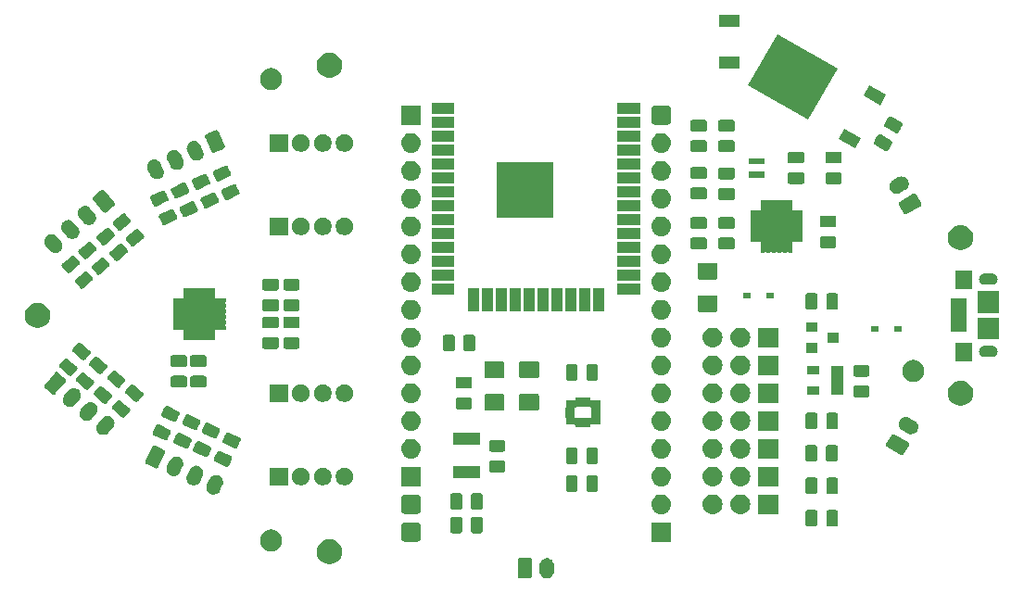
<source format=gbr>
G04 #@! TF.GenerationSoftware,KiCad,Pcbnew,(5.1.2-1)-1*
G04 #@! TF.CreationDate,2019-08-23T12:39:33+12:00*
G04 #@! TF.ProjectId,ccb,6363622e-6b69-4636-9164-5f7063625858,rev?*
G04 #@! TF.SameCoordinates,Original*
G04 #@! TF.FileFunction,Soldermask,Top*
G04 #@! TF.FilePolarity,Negative*
%FSLAX46Y46*%
G04 Gerber Fmt 4.6, Leading zero omitted, Abs format (unit mm)*
G04 Created by KiCad (PCBNEW (5.1.2-1)-1) date 2019-08-23 12:39:33*
%MOMM*%
%LPD*%
G04 APERTURE LIST*
%ADD10C,0.100000*%
G04 APERTURE END LIST*
D10*
G36*
X142081617Y-81125420D02*
G01*
X142162399Y-81149925D01*
X142204335Y-81162646D01*
X142317424Y-81223094D01*
X142416554Y-81304447D01*
X142497906Y-81403575D01*
X142558354Y-81516664D01*
X142564827Y-81538003D01*
X142595580Y-81639382D01*
X142605000Y-81735027D01*
X142605000Y-82348973D01*
X142595580Y-82444618D01*
X142568040Y-82535404D01*
X142558354Y-82567336D01*
X142497906Y-82680425D01*
X142416554Y-82779554D01*
X142317425Y-82860906D01*
X142204336Y-82921354D01*
X142172404Y-82931040D01*
X142081618Y-82958580D01*
X141954000Y-82971149D01*
X141826383Y-82958580D01*
X141735597Y-82931040D01*
X141703665Y-82921354D01*
X141590576Y-82860906D01*
X141491447Y-82779554D01*
X141410096Y-82680427D01*
X141410095Y-82680425D01*
X141349647Y-82567336D01*
X141349645Y-82567333D01*
X141337237Y-82526427D01*
X141312420Y-82444618D01*
X141303000Y-82348973D01*
X141303000Y-81735028D01*
X141312420Y-81639383D01*
X141349645Y-81516669D01*
X141349646Y-81516665D01*
X141410094Y-81403576D01*
X141491447Y-81304446D01*
X141590575Y-81223094D01*
X141703664Y-81162646D01*
X141745600Y-81149925D01*
X141826382Y-81125420D01*
X141954000Y-81112851D01*
X142081617Y-81125420D01*
X142081617Y-81125420D01*
G37*
G36*
X140445242Y-81120404D02*
G01*
X140482337Y-81131657D01*
X140516515Y-81149925D01*
X140546481Y-81174519D01*
X140571075Y-81204485D01*
X140589343Y-81238663D01*
X140600596Y-81275758D01*
X140605000Y-81320474D01*
X140605000Y-82763526D01*
X140600596Y-82808242D01*
X140589343Y-82845337D01*
X140571075Y-82879515D01*
X140546481Y-82909481D01*
X140516515Y-82934075D01*
X140482337Y-82952343D01*
X140445242Y-82963596D01*
X140400526Y-82968000D01*
X139507474Y-82968000D01*
X139462758Y-82963596D01*
X139425663Y-82952343D01*
X139391485Y-82934075D01*
X139361519Y-82909481D01*
X139336925Y-82879515D01*
X139318657Y-82845337D01*
X139307404Y-82808242D01*
X139303000Y-82763526D01*
X139303000Y-81320474D01*
X139307404Y-81275758D01*
X139318657Y-81238663D01*
X139336925Y-81204485D01*
X139361519Y-81174519D01*
X139391485Y-81149925D01*
X139425663Y-81131657D01*
X139462758Y-81120404D01*
X139507474Y-81116000D01*
X140400526Y-81116000D01*
X140445242Y-81120404D01*
X140445242Y-81120404D01*
G37*
G36*
X122319560Y-79389116D02*
G01*
X122430745Y-79411232D01*
X122640214Y-79497997D01*
X122828731Y-79623960D01*
X122989051Y-79784280D01*
X123115014Y-79972797D01*
X123115015Y-79972799D01*
X123140427Y-80034150D01*
X123184049Y-80139461D01*
X123201779Y-80182267D01*
X123242740Y-80388189D01*
X123246011Y-80404636D01*
X123246011Y-80631364D01*
X123201779Y-80853734D01*
X123115014Y-81063203D01*
X122989051Y-81251720D01*
X122828731Y-81412040D01*
X122640214Y-81538003D01*
X122430745Y-81624768D01*
X122357275Y-81639382D01*
X122208376Y-81669000D01*
X121981646Y-81669000D01*
X121832747Y-81639382D01*
X121759277Y-81624768D01*
X121549808Y-81538003D01*
X121361291Y-81412040D01*
X121200971Y-81251720D01*
X121075008Y-81063203D01*
X120988243Y-80853734D01*
X120944011Y-80631364D01*
X120944011Y-80404636D01*
X120947283Y-80388189D01*
X120988243Y-80182267D01*
X121005974Y-80139461D01*
X121049595Y-80034150D01*
X121075007Y-79972799D01*
X121075008Y-79972797D01*
X121200971Y-79784280D01*
X121361291Y-79623960D01*
X121549808Y-79497997D01*
X121759277Y-79411232D01*
X121870462Y-79389116D01*
X121981646Y-79367000D01*
X122208376Y-79367000D01*
X122319560Y-79389116D01*
X122319560Y-79389116D01*
G37*
G36*
X116988301Y-78527619D02*
G01*
X117052700Y-78540429D01*
X117234689Y-78615811D01*
X117398474Y-78725249D01*
X117537762Y-78864537D01*
X117647200Y-79028322D01*
X117714376Y-79190500D01*
X117722582Y-79210312D01*
X117761011Y-79403507D01*
X117761011Y-79600493D01*
X117735392Y-79729290D01*
X117722582Y-79793689D01*
X117647200Y-79975678D01*
X117537762Y-80139463D01*
X117398474Y-80278751D01*
X117234689Y-80388189D01*
X117052700Y-80463571D01*
X116988301Y-80476381D01*
X116859504Y-80502000D01*
X116662518Y-80502000D01*
X116533721Y-80476381D01*
X116469322Y-80463571D01*
X116287333Y-80388189D01*
X116123548Y-80278751D01*
X115984260Y-80139463D01*
X115874822Y-79975678D01*
X115799440Y-79793689D01*
X115786630Y-79729290D01*
X115761011Y-79600493D01*
X115761011Y-79403507D01*
X115799440Y-79210312D01*
X115807646Y-79190500D01*
X115874822Y-79028322D01*
X115984260Y-78864537D01*
X116123548Y-78725249D01*
X116287333Y-78615811D01*
X116469322Y-78540429D01*
X116533721Y-78527619D01*
X116662518Y-78502000D01*
X116859504Y-78502000D01*
X116988301Y-78527619D01*
X116988301Y-78527619D01*
G37*
G36*
X130128578Y-77847048D02*
G01*
X130201249Y-77869093D01*
X130268225Y-77904892D01*
X130326930Y-77953070D01*
X130375108Y-78011775D01*
X130410907Y-78078751D01*
X130432952Y-78151422D01*
X130441000Y-78233140D01*
X130441000Y-79246860D01*
X130432952Y-79328578D01*
X130410907Y-79401249D01*
X130375108Y-79468225D01*
X130326930Y-79526930D01*
X130268225Y-79575108D01*
X130201249Y-79610907D01*
X130128578Y-79632952D01*
X130046860Y-79641000D01*
X129033140Y-79641000D01*
X128951422Y-79632952D01*
X128878751Y-79610907D01*
X128811775Y-79575108D01*
X128753070Y-79526930D01*
X128704892Y-79468225D01*
X128669093Y-79401249D01*
X128647048Y-79328578D01*
X128639000Y-79246860D01*
X128639000Y-78233140D01*
X128647048Y-78151422D01*
X128669093Y-78078751D01*
X128704892Y-78011775D01*
X128753070Y-77953070D01*
X128811775Y-77904892D01*
X128878751Y-77869093D01*
X128951422Y-77847048D01*
X129033140Y-77839000D01*
X130046860Y-77839000D01*
X130128578Y-77847048D01*
X130128578Y-77847048D01*
G37*
G36*
X153301000Y-79641000D02*
G01*
X151499000Y-79641000D01*
X151499000Y-77839000D01*
X153301000Y-77839000D01*
X153301000Y-79641000D01*
X153301000Y-79641000D01*
G37*
G36*
X134054468Y-77358565D02*
G01*
X134093138Y-77370296D01*
X134128777Y-77389346D01*
X134160017Y-77414983D01*
X134185654Y-77446223D01*
X134204704Y-77481862D01*
X134216435Y-77520532D01*
X134221000Y-77566888D01*
X134221000Y-78643112D01*
X134216435Y-78689468D01*
X134204704Y-78728138D01*
X134185654Y-78763777D01*
X134160017Y-78795017D01*
X134128777Y-78820654D01*
X134093138Y-78839704D01*
X134054468Y-78851435D01*
X134008112Y-78856000D01*
X133356888Y-78856000D01*
X133310532Y-78851435D01*
X133271862Y-78839704D01*
X133236223Y-78820654D01*
X133204983Y-78795017D01*
X133179346Y-78763777D01*
X133160296Y-78728138D01*
X133148565Y-78689468D01*
X133144000Y-78643112D01*
X133144000Y-77566888D01*
X133148565Y-77520532D01*
X133160296Y-77481862D01*
X133179346Y-77446223D01*
X133204983Y-77414983D01*
X133236223Y-77389346D01*
X133271862Y-77370296D01*
X133310532Y-77358565D01*
X133356888Y-77354000D01*
X134008112Y-77354000D01*
X134054468Y-77358565D01*
X134054468Y-77358565D01*
G37*
G36*
X135929468Y-77358565D02*
G01*
X135968138Y-77370296D01*
X136003777Y-77389346D01*
X136035017Y-77414983D01*
X136060654Y-77446223D01*
X136079704Y-77481862D01*
X136091435Y-77520532D01*
X136096000Y-77566888D01*
X136096000Y-78643112D01*
X136091435Y-78689468D01*
X136079704Y-78728138D01*
X136060654Y-78763777D01*
X136035017Y-78795017D01*
X136003777Y-78820654D01*
X135968138Y-78839704D01*
X135929468Y-78851435D01*
X135883112Y-78856000D01*
X135231888Y-78856000D01*
X135185532Y-78851435D01*
X135146862Y-78839704D01*
X135111223Y-78820654D01*
X135079983Y-78795017D01*
X135054346Y-78763777D01*
X135035296Y-78728138D01*
X135023565Y-78689468D01*
X135019000Y-78643112D01*
X135019000Y-77566888D01*
X135023565Y-77520532D01*
X135035296Y-77481862D01*
X135054346Y-77446223D01*
X135079983Y-77414983D01*
X135111223Y-77389346D01*
X135146862Y-77370296D01*
X135185532Y-77358565D01*
X135231888Y-77354000D01*
X135883112Y-77354000D01*
X135929468Y-77358565D01*
X135929468Y-77358565D01*
G37*
G36*
X168392968Y-76723565D02*
G01*
X168431638Y-76735296D01*
X168467277Y-76754346D01*
X168498517Y-76779983D01*
X168524154Y-76811223D01*
X168543204Y-76846862D01*
X168554935Y-76885532D01*
X168559500Y-76931888D01*
X168559500Y-78008112D01*
X168554935Y-78054468D01*
X168543204Y-78093138D01*
X168524154Y-78128777D01*
X168498517Y-78160017D01*
X168467277Y-78185654D01*
X168431638Y-78204704D01*
X168392968Y-78216435D01*
X168346612Y-78221000D01*
X167695388Y-78221000D01*
X167649032Y-78216435D01*
X167610362Y-78204704D01*
X167574723Y-78185654D01*
X167543483Y-78160017D01*
X167517846Y-78128777D01*
X167498796Y-78093138D01*
X167487065Y-78054468D01*
X167482500Y-78008112D01*
X167482500Y-76931888D01*
X167487065Y-76885532D01*
X167498796Y-76846862D01*
X167517846Y-76811223D01*
X167543483Y-76779983D01*
X167574723Y-76754346D01*
X167610362Y-76735296D01*
X167649032Y-76723565D01*
X167695388Y-76719000D01*
X168346612Y-76719000D01*
X168392968Y-76723565D01*
X168392968Y-76723565D01*
G37*
G36*
X166517968Y-76723565D02*
G01*
X166556638Y-76735296D01*
X166592277Y-76754346D01*
X166623517Y-76779983D01*
X166649154Y-76811223D01*
X166668204Y-76846862D01*
X166679935Y-76885532D01*
X166684500Y-76931888D01*
X166684500Y-78008112D01*
X166679935Y-78054468D01*
X166668204Y-78093138D01*
X166649154Y-78128777D01*
X166623517Y-78160017D01*
X166592277Y-78185654D01*
X166556638Y-78204704D01*
X166517968Y-78216435D01*
X166471612Y-78221000D01*
X165820388Y-78221000D01*
X165774032Y-78216435D01*
X165735362Y-78204704D01*
X165699723Y-78185654D01*
X165668483Y-78160017D01*
X165642846Y-78128777D01*
X165623796Y-78093138D01*
X165612065Y-78054468D01*
X165607500Y-78008112D01*
X165607500Y-76931888D01*
X165612065Y-76885532D01*
X165623796Y-76846862D01*
X165642846Y-76811223D01*
X165668483Y-76779983D01*
X165699723Y-76754346D01*
X165735362Y-76735296D01*
X165774032Y-76723565D01*
X165820388Y-76719000D01*
X166471612Y-76719000D01*
X166517968Y-76723565D01*
X166517968Y-76723565D01*
G37*
G36*
X163080000Y-77101000D02*
G01*
X161278000Y-77101000D01*
X161278000Y-75299000D01*
X163080000Y-75299000D01*
X163080000Y-77101000D01*
X163080000Y-77101000D01*
G37*
G36*
X159749442Y-75305518D02*
G01*
X159815627Y-75312037D01*
X159985466Y-75363557D01*
X160141991Y-75447222D01*
X160171909Y-75471775D01*
X160279186Y-75559814D01*
X160362448Y-75661271D01*
X160391778Y-75697009D01*
X160475443Y-75853534D01*
X160526963Y-76023373D01*
X160544359Y-76200000D01*
X160526963Y-76376627D01*
X160475443Y-76546466D01*
X160475442Y-76546468D01*
X160458942Y-76577337D01*
X160391778Y-76702991D01*
X160374893Y-76723565D01*
X160279186Y-76840186D01*
X160177729Y-76923448D01*
X160141991Y-76952778D01*
X159985466Y-77036443D01*
X159815627Y-77087963D01*
X159771145Y-77092344D01*
X159683260Y-77101000D01*
X159594740Y-77101000D01*
X159506855Y-77092344D01*
X159462373Y-77087963D01*
X159292534Y-77036443D01*
X159136009Y-76952778D01*
X159100271Y-76923448D01*
X158998814Y-76840186D01*
X158903107Y-76723565D01*
X158886222Y-76702991D01*
X158819058Y-76577337D01*
X158802558Y-76546468D01*
X158802557Y-76546466D01*
X158751037Y-76376627D01*
X158733641Y-76200000D01*
X158751037Y-76023373D01*
X158802557Y-75853534D01*
X158886222Y-75697009D01*
X158915552Y-75661271D01*
X158998814Y-75559814D01*
X159106091Y-75471775D01*
X159136009Y-75447222D01*
X159292534Y-75363557D01*
X159462373Y-75312037D01*
X159528558Y-75305518D01*
X159594740Y-75299000D01*
X159683260Y-75299000D01*
X159749442Y-75305518D01*
X159749442Y-75305518D01*
G37*
G36*
X157209442Y-75305518D02*
G01*
X157275627Y-75312037D01*
X157445466Y-75363557D01*
X157601991Y-75447222D01*
X157631909Y-75471775D01*
X157739186Y-75559814D01*
X157822448Y-75661271D01*
X157851778Y-75697009D01*
X157935443Y-75853534D01*
X157986963Y-76023373D01*
X158004359Y-76200000D01*
X157986963Y-76376627D01*
X157935443Y-76546466D01*
X157935442Y-76546468D01*
X157918942Y-76577337D01*
X157851778Y-76702991D01*
X157834893Y-76723565D01*
X157739186Y-76840186D01*
X157637729Y-76923448D01*
X157601991Y-76952778D01*
X157445466Y-77036443D01*
X157275627Y-77087963D01*
X157231145Y-77092344D01*
X157143260Y-77101000D01*
X157054740Y-77101000D01*
X156966855Y-77092344D01*
X156922373Y-77087963D01*
X156752534Y-77036443D01*
X156596009Y-76952778D01*
X156560271Y-76923448D01*
X156458814Y-76840186D01*
X156363107Y-76723565D01*
X156346222Y-76702991D01*
X156279058Y-76577337D01*
X156262558Y-76546468D01*
X156262557Y-76546466D01*
X156211037Y-76376627D01*
X156193641Y-76200000D01*
X156211037Y-76023373D01*
X156262557Y-75853534D01*
X156346222Y-75697009D01*
X156375552Y-75661271D01*
X156458814Y-75559814D01*
X156566091Y-75471775D01*
X156596009Y-75447222D01*
X156752534Y-75363557D01*
X156922373Y-75312037D01*
X156988558Y-75305518D01*
X157054740Y-75299000D01*
X157143260Y-75299000D01*
X157209442Y-75305518D01*
X157209442Y-75305518D01*
G37*
G36*
X152510442Y-75305518D02*
G01*
X152576627Y-75312037D01*
X152746466Y-75363557D01*
X152902991Y-75447222D01*
X152932909Y-75471775D01*
X153040186Y-75559814D01*
X153123448Y-75661271D01*
X153152778Y-75697009D01*
X153236443Y-75853534D01*
X153287963Y-76023373D01*
X153305359Y-76200000D01*
X153287963Y-76376627D01*
X153236443Y-76546466D01*
X153236442Y-76546468D01*
X153219942Y-76577337D01*
X153152778Y-76702991D01*
X153135893Y-76723565D01*
X153040186Y-76840186D01*
X152938729Y-76923448D01*
X152902991Y-76952778D01*
X152746466Y-77036443D01*
X152576627Y-77087963D01*
X152532145Y-77092344D01*
X152444260Y-77101000D01*
X152355740Y-77101000D01*
X152267855Y-77092344D01*
X152223373Y-77087963D01*
X152053534Y-77036443D01*
X151897009Y-76952778D01*
X151861271Y-76923448D01*
X151759814Y-76840186D01*
X151664107Y-76723565D01*
X151647222Y-76702991D01*
X151580058Y-76577337D01*
X151563558Y-76546468D01*
X151563557Y-76546466D01*
X151512037Y-76376627D01*
X151494641Y-76200000D01*
X151512037Y-76023373D01*
X151563557Y-75853534D01*
X151647222Y-75697009D01*
X151676552Y-75661271D01*
X151759814Y-75559814D01*
X151867091Y-75471775D01*
X151897009Y-75447222D01*
X152053534Y-75363557D01*
X152223373Y-75312037D01*
X152289558Y-75305518D01*
X152355740Y-75299000D01*
X152444260Y-75299000D01*
X152510442Y-75305518D01*
X152510442Y-75305518D01*
G37*
G36*
X130128578Y-75307048D02*
G01*
X130201249Y-75329093D01*
X130268225Y-75364892D01*
X130326930Y-75413070D01*
X130375108Y-75471775D01*
X130410907Y-75538751D01*
X130432952Y-75611422D01*
X130441000Y-75693140D01*
X130441000Y-76706860D01*
X130432952Y-76788578D01*
X130410907Y-76861249D01*
X130375108Y-76928225D01*
X130326930Y-76986930D01*
X130268225Y-77035108D01*
X130201249Y-77070907D01*
X130128578Y-77092952D01*
X130046860Y-77101000D01*
X129033140Y-77101000D01*
X128951422Y-77092952D01*
X128878751Y-77070907D01*
X128811775Y-77035108D01*
X128753070Y-76986930D01*
X128704892Y-76928225D01*
X128669093Y-76861249D01*
X128647048Y-76788578D01*
X128639000Y-76706860D01*
X128639000Y-75693140D01*
X128647048Y-75611422D01*
X128669093Y-75538751D01*
X128704892Y-75471775D01*
X128753070Y-75413070D01*
X128811775Y-75364892D01*
X128878751Y-75329093D01*
X128951422Y-75307048D01*
X129033140Y-75299000D01*
X130046860Y-75299000D01*
X130128578Y-75307048D01*
X130128578Y-75307048D01*
G37*
G36*
X134054468Y-75199565D02*
G01*
X134093138Y-75211296D01*
X134128777Y-75230346D01*
X134160017Y-75255983D01*
X134185654Y-75287223D01*
X134204704Y-75322862D01*
X134216435Y-75361532D01*
X134221000Y-75407888D01*
X134221000Y-76484112D01*
X134216435Y-76530468D01*
X134204704Y-76569138D01*
X134185654Y-76604777D01*
X134160017Y-76636017D01*
X134128777Y-76661654D01*
X134093138Y-76680704D01*
X134054468Y-76692435D01*
X134008112Y-76697000D01*
X133356888Y-76697000D01*
X133310532Y-76692435D01*
X133271862Y-76680704D01*
X133236223Y-76661654D01*
X133204983Y-76636017D01*
X133179346Y-76604777D01*
X133160296Y-76569138D01*
X133148565Y-76530468D01*
X133144000Y-76484112D01*
X133144000Y-75407888D01*
X133148565Y-75361532D01*
X133160296Y-75322862D01*
X133179346Y-75287223D01*
X133204983Y-75255983D01*
X133236223Y-75230346D01*
X133271862Y-75211296D01*
X133310532Y-75199565D01*
X133356888Y-75195000D01*
X134008112Y-75195000D01*
X134054468Y-75199565D01*
X134054468Y-75199565D01*
G37*
G36*
X135929468Y-75199565D02*
G01*
X135968138Y-75211296D01*
X136003777Y-75230346D01*
X136035017Y-75255983D01*
X136060654Y-75287223D01*
X136079704Y-75322862D01*
X136091435Y-75361532D01*
X136096000Y-75407888D01*
X136096000Y-76484112D01*
X136091435Y-76530468D01*
X136079704Y-76569138D01*
X136060654Y-76604777D01*
X136035017Y-76636017D01*
X136003777Y-76661654D01*
X135968138Y-76680704D01*
X135929468Y-76692435D01*
X135883112Y-76697000D01*
X135231888Y-76697000D01*
X135185532Y-76692435D01*
X135146862Y-76680704D01*
X135111223Y-76661654D01*
X135079983Y-76636017D01*
X135054346Y-76604777D01*
X135035296Y-76569138D01*
X135023565Y-76530468D01*
X135019000Y-76484112D01*
X135019000Y-75407888D01*
X135023565Y-75361532D01*
X135035296Y-75322862D01*
X135054346Y-75287223D01*
X135079983Y-75255983D01*
X135111223Y-75230346D01*
X135146862Y-75211296D01*
X135185532Y-75199565D01*
X135231888Y-75195000D01*
X135883112Y-75195000D01*
X135929468Y-75199565D01*
X135929468Y-75199565D01*
G37*
G36*
X111813194Y-73523314D02*
G01*
X111881548Y-73533072D01*
X111971048Y-73564547D01*
X112002523Y-73575615D01*
X112112870Y-73640939D01*
X112208355Y-73726536D01*
X112285308Y-73829122D01*
X112340767Y-73944743D01*
X112372603Y-74068961D01*
X112379594Y-74197008D01*
X112370080Y-74263645D01*
X112361469Y-74323957D01*
X112329586Y-74414622D01*
X112070121Y-74971046D01*
X112021162Y-75053749D01*
X111952982Y-75129804D01*
X111935564Y-75149234D01*
X111832983Y-75226184D01*
X111717356Y-75281645D01*
X111593140Y-75313481D01*
X111465095Y-75320472D01*
X111356271Y-75304935D01*
X111338146Y-75302347D01*
X111295139Y-75287223D01*
X111217173Y-75259806D01*
X111171347Y-75232677D01*
X111106823Y-75194480D01*
X111011338Y-75108882D01*
X110998025Y-75091134D01*
X110934388Y-75006301D01*
X110878927Y-74890674D01*
X110847091Y-74766458D01*
X110840100Y-74638413D01*
X110858225Y-74511465D01*
X110863508Y-74496443D01*
X110890109Y-74420799D01*
X111149573Y-73864374D01*
X111198532Y-73781671D01*
X111284131Y-73686186D01*
X111284132Y-73686186D01*
X111284133Y-73686184D01*
X111359032Y-73629999D01*
X111386712Y-73609235D01*
X111456915Y-73575562D01*
X111502337Y-73553775D01*
X111626554Y-73521939D01*
X111754599Y-73514948D01*
X111813194Y-73523314D01*
X111813194Y-73523314D01*
G37*
G36*
X168392968Y-73760231D02*
G01*
X168431638Y-73771962D01*
X168467277Y-73791012D01*
X168498517Y-73816649D01*
X168524154Y-73847889D01*
X168543204Y-73883528D01*
X168554935Y-73922198D01*
X168559500Y-73968554D01*
X168559500Y-75044778D01*
X168554935Y-75091134D01*
X168543204Y-75129804D01*
X168524154Y-75165443D01*
X168498517Y-75196683D01*
X168467277Y-75222320D01*
X168431638Y-75241370D01*
X168392968Y-75253101D01*
X168346612Y-75257666D01*
X167695388Y-75257666D01*
X167649032Y-75253101D01*
X167610362Y-75241370D01*
X167574723Y-75222320D01*
X167543483Y-75196683D01*
X167517846Y-75165443D01*
X167498796Y-75129804D01*
X167487065Y-75091134D01*
X167482500Y-75044778D01*
X167482500Y-73968554D01*
X167487065Y-73922198D01*
X167498796Y-73883528D01*
X167517846Y-73847889D01*
X167543483Y-73816649D01*
X167574723Y-73791012D01*
X167610362Y-73771962D01*
X167649032Y-73760231D01*
X167695388Y-73755666D01*
X168346612Y-73755666D01*
X168392968Y-73760231D01*
X168392968Y-73760231D01*
G37*
G36*
X166517968Y-73760231D02*
G01*
X166556638Y-73771962D01*
X166592277Y-73791012D01*
X166623517Y-73816649D01*
X166649154Y-73847889D01*
X166668204Y-73883528D01*
X166679935Y-73922198D01*
X166684500Y-73968554D01*
X166684500Y-75044778D01*
X166679935Y-75091134D01*
X166668204Y-75129804D01*
X166649154Y-75165443D01*
X166623517Y-75196683D01*
X166592277Y-75222320D01*
X166556638Y-75241370D01*
X166517968Y-75253101D01*
X166471612Y-75257666D01*
X165820388Y-75257666D01*
X165774032Y-75253101D01*
X165735362Y-75241370D01*
X165699723Y-75222320D01*
X165668483Y-75196683D01*
X165642846Y-75165443D01*
X165623796Y-75129804D01*
X165612065Y-75091134D01*
X165607500Y-75044778D01*
X165607500Y-73968554D01*
X165612065Y-73922198D01*
X165623796Y-73883528D01*
X165642846Y-73847889D01*
X165668483Y-73816649D01*
X165699723Y-73791012D01*
X165735362Y-73771962D01*
X165774032Y-73760231D01*
X165820388Y-73755666D01*
X166471612Y-73755666D01*
X166517968Y-73760231D01*
X166517968Y-73760231D01*
G37*
G36*
X144595468Y-73548565D02*
G01*
X144634138Y-73560296D01*
X144669777Y-73579346D01*
X144701017Y-73604983D01*
X144726654Y-73636223D01*
X144745704Y-73671862D01*
X144757435Y-73710532D01*
X144762000Y-73756888D01*
X144762000Y-74833112D01*
X144757435Y-74879468D01*
X144745704Y-74918138D01*
X144726654Y-74953777D01*
X144701017Y-74985017D01*
X144669777Y-75010654D01*
X144634138Y-75029704D01*
X144595468Y-75041435D01*
X144549112Y-75046000D01*
X143897888Y-75046000D01*
X143851532Y-75041435D01*
X143812862Y-75029704D01*
X143777223Y-75010654D01*
X143745983Y-74985017D01*
X143720346Y-74953777D01*
X143701296Y-74918138D01*
X143689565Y-74879468D01*
X143685000Y-74833112D01*
X143685000Y-73756888D01*
X143689565Y-73710532D01*
X143701296Y-73671862D01*
X143720346Y-73636223D01*
X143745983Y-73604983D01*
X143777223Y-73579346D01*
X143812862Y-73560296D01*
X143851532Y-73548565D01*
X143897888Y-73544000D01*
X144549112Y-73544000D01*
X144595468Y-73548565D01*
X144595468Y-73548565D01*
G37*
G36*
X146470468Y-73548565D02*
G01*
X146509138Y-73560296D01*
X146544777Y-73579346D01*
X146576017Y-73604983D01*
X146601654Y-73636223D01*
X146620704Y-73671862D01*
X146632435Y-73710532D01*
X146637000Y-73756888D01*
X146637000Y-74833112D01*
X146632435Y-74879468D01*
X146620704Y-74918138D01*
X146601654Y-74953777D01*
X146576017Y-74985017D01*
X146544777Y-75010654D01*
X146509138Y-75029704D01*
X146470468Y-75041435D01*
X146424112Y-75046000D01*
X145772888Y-75046000D01*
X145726532Y-75041435D01*
X145687862Y-75029704D01*
X145652223Y-75010654D01*
X145620983Y-74985017D01*
X145595346Y-74953777D01*
X145576296Y-74918138D01*
X145564565Y-74879468D01*
X145560000Y-74833112D01*
X145560000Y-73756888D01*
X145564565Y-73710532D01*
X145576296Y-73671862D01*
X145595346Y-73636223D01*
X145620983Y-73604983D01*
X145652223Y-73579346D01*
X145687862Y-73560296D01*
X145726532Y-73548565D01*
X145772888Y-73544000D01*
X146424112Y-73544000D01*
X146470468Y-73548565D01*
X146470468Y-73548565D01*
G37*
G36*
X130441000Y-74561000D02*
G01*
X128639000Y-74561000D01*
X128639000Y-72759000D01*
X130441000Y-72759000D01*
X130441000Y-74561000D01*
X130441000Y-74561000D01*
G37*
G36*
X157194015Y-72763999D02*
G01*
X157275627Y-72772037D01*
X157445466Y-72823557D01*
X157601991Y-72907222D01*
X157630155Y-72930336D01*
X157739186Y-73019814D01*
X157815634Y-73112968D01*
X157851778Y-73157009D01*
X157935443Y-73313534D01*
X157986963Y-73483373D01*
X158004359Y-73660000D01*
X157986963Y-73836627D01*
X157935443Y-74006466D01*
X157851778Y-74162991D01*
X157839251Y-74178255D01*
X157739186Y-74300186D01*
X157641357Y-74380471D01*
X157601991Y-74412778D01*
X157445466Y-74496443D01*
X157275627Y-74547963D01*
X157209442Y-74554482D01*
X157143260Y-74561000D01*
X157054740Y-74561000D01*
X156988558Y-74554482D01*
X156922373Y-74547963D01*
X156752534Y-74496443D01*
X156596009Y-74412778D01*
X156556643Y-74380471D01*
X156458814Y-74300186D01*
X156358749Y-74178255D01*
X156346222Y-74162991D01*
X156262557Y-74006466D01*
X156211037Y-73836627D01*
X156193641Y-73660000D01*
X156211037Y-73483373D01*
X156262557Y-73313534D01*
X156346222Y-73157009D01*
X156382366Y-73112968D01*
X156458814Y-73019814D01*
X156567845Y-72930336D01*
X156596009Y-72907222D01*
X156752534Y-72823557D01*
X156922373Y-72772037D01*
X157003985Y-72763999D01*
X157054740Y-72759000D01*
X157143260Y-72759000D01*
X157194015Y-72763999D01*
X157194015Y-72763999D01*
G37*
G36*
X159734015Y-72763999D02*
G01*
X159815627Y-72772037D01*
X159985466Y-72823557D01*
X160141991Y-72907222D01*
X160170155Y-72930336D01*
X160279186Y-73019814D01*
X160355634Y-73112968D01*
X160391778Y-73157009D01*
X160475443Y-73313534D01*
X160526963Y-73483373D01*
X160544359Y-73660000D01*
X160526963Y-73836627D01*
X160475443Y-74006466D01*
X160391778Y-74162991D01*
X160379251Y-74178255D01*
X160279186Y-74300186D01*
X160181357Y-74380471D01*
X160141991Y-74412778D01*
X159985466Y-74496443D01*
X159815627Y-74547963D01*
X159749442Y-74554482D01*
X159683260Y-74561000D01*
X159594740Y-74561000D01*
X159528558Y-74554482D01*
X159462373Y-74547963D01*
X159292534Y-74496443D01*
X159136009Y-74412778D01*
X159096643Y-74380471D01*
X158998814Y-74300186D01*
X158898749Y-74178255D01*
X158886222Y-74162991D01*
X158802557Y-74006466D01*
X158751037Y-73836627D01*
X158733641Y-73660000D01*
X158751037Y-73483373D01*
X158802557Y-73313534D01*
X158886222Y-73157009D01*
X158922366Y-73112968D01*
X158998814Y-73019814D01*
X159107845Y-72930336D01*
X159136009Y-72907222D01*
X159292534Y-72823557D01*
X159462373Y-72772037D01*
X159543985Y-72763999D01*
X159594740Y-72759000D01*
X159683260Y-72759000D01*
X159734015Y-72763999D01*
X159734015Y-72763999D01*
G37*
G36*
X163080000Y-74561000D02*
G01*
X161278000Y-74561000D01*
X161278000Y-72759000D01*
X163080000Y-72759000D01*
X163080000Y-74561000D01*
X163080000Y-74561000D01*
G37*
G36*
X152495015Y-72763999D02*
G01*
X152576627Y-72772037D01*
X152746466Y-72823557D01*
X152902991Y-72907222D01*
X152931155Y-72930336D01*
X153040186Y-73019814D01*
X153116634Y-73112968D01*
X153152778Y-73157009D01*
X153236443Y-73313534D01*
X153287963Y-73483373D01*
X153305359Y-73660000D01*
X153287963Y-73836627D01*
X153236443Y-74006466D01*
X153152778Y-74162991D01*
X153140251Y-74178255D01*
X153040186Y-74300186D01*
X152942357Y-74380471D01*
X152902991Y-74412778D01*
X152746466Y-74496443D01*
X152576627Y-74547963D01*
X152510442Y-74554482D01*
X152444260Y-74561000D01*
X152355740Y-74561000D01*
X152289558Y-74554482D01*
X152223373Y-74547963D01*
X152053534Y-74496443D01*
X151897009Y-74412778D01*
X151857643Y-74380471D01*
X151759814Y-74300186D01*
X151659749Y-74178255D01*
X151647222Y-74162991D01*
X151563557Y-74006466D01*
X151512037Y-73836627D01*
X151494641Y-73660000D01*
X151512037Y-73483373D01*
X151563557Y-73313534D01*
X151647222Y-73157009D01*
X151683366Y-73112968D01*
X151759814Y-73019814D01*
X151868845Y-72930336D01*
X151897009Y-72907222D01*
X152053534Y-72823557D01*
X152223373Y-72772037D01*
X152304985Y-72763999D01*
X152355740Y-72759000D01*
X152444260Y-72759000D01*
X152495015Y-72763999D01*
X152495015Y-72763999D01*
G37*
G36*
X110000578Y-72678077D02*
G01*
X110068932Y-72687835D01*
X110158432Y-72719310D01*
X110189907Y-72730378D01*
X110300254Y-72795702D01*
X110395739Y-72881299D01*
X110472692Y-72983885D01*
X110528151Y-73099506D01*
X110559987Y-73223724D01*
X110566978Y-73351771D01*
X110551117Y-73462859D01*
X110548853Y-73478720D01*
X110516970Y-73569385D01*
X110257505Y-74125809D01*
X110208546Y-74208512D01*
X110134152Y-74291499D01*
X110122948Y-74303997D01*
X110020367Y-74380947D01*
X109904740Y-74436408D01*
X109780524Y-74468244D01*
X109652479Y-74475235D01*
X109543655Y-74459698D01*
X109525530Y-74457110D01*
X109494057Y-74446042D01*
X109404557Y-74414569D01*
X109346959Y-74380471D01*
X109294207Y-74349243D01*
X109198722Y-74263645D01*
X109121772Y-74161064D01*
X109066311Y-74045437D01*
X109034475Y-73921221D01*
X109027484Y-73793176D01*
X109045609Y-73666228D01*
X109056161Y-73636223D01*
X109077493Y-73575562D01*
X109336957Y-73019137D01*
X109385916Y-72936434D01*
X109471515Y-72840949D01*
X109471516Y-72840949D01*
X109471517Y-72840947D01*
X109562373Y-72772792D01*
X109574096Y-72763998D01*
X109657175Y-72724149D01*
X109689721Y-72708538D01*
X109813938Y-72676702D01*
X109941983Y-72669711D01*
X110000578Y-72678077D01*
X110000578Y-72678077D01*
G37*
G36*
X118288000Y-74473000D02*
G01*
X116662000Y-74473000D01*
X116662000Y-72847000D01*
X118288000Y-72847000D01*
X118288000Y-74473000D01*
X118288000Y-74473000D01*
G37*
G36*
X119712142Y-72878242D02*
G01*
X119860101Y-72939529D01*
X119993255Y-73028499D01*
X120106501Y-73141745D01*
X120195471Y-73274899D01*
X120256758Y-73422858D01*
X120288000Y-73579925D01*
X120288000Y-73740075D01*
X120256758Y-73897142D01*
X120195471Y-74045101D01*
X120106501Y-74178255D01*
X119993255Y-74291501D01*
X119860101Y-74380471D01*
X119712142Y-74441758D01*
X119555075Y-74473000D01*
X119394925Y-74473000D01*
X119237858Y-74441758D01*
X119089899Y-74380471D01*
X118956745Y-74291501D01*
X118843499Y-74178255D01*
X118754529Y-74045101D01*
X118693242Y-73897142D01*
X118662000Y-73740075D01*
X118662000Y-73579925D01*
X118693242Y-73422858D01*
X118754529Y-73274899D01*
X118843499Y-73141745D01*
X118956745Y-73028499D01*
X119089899Y-72939529D01*
X119237858Y-72878242D01*
X119394925Y-72847000D01*
X119555075Y-72847000D01*
X119712142Y-72878242D01*
X119712142Y-72878242D01*
G37*
G36*
X123712142Y-72878242D02*
G01*
X123860101Y-72939529D01*
X123993255Y-73028499D01*
X124106501Y-73141745D01*
X124195471Y-73274899D01*
X124256758Y-73422858D01*
X124288000Y-73579925D01*
X124288000Y-73740075D01*
X124256758Y-73897142D01*
X124195471Y-74045101D01*
X124106501Y-74178255D01*
X123993255Y-74291501D01*
X123860101Y-74380471D01*
X123712142Y-74441758D01*
X123555075Y-74473000D01*
X123394925Y-74473000D01*
X123237858Y-74441758D01*
X123089899Y-74380471D01*
X122956745Y-74291501D01*
X122843499Y-74178255D01*
X122754529Y-74045101D01*
X122693242Y-73897142D01*
X122662000Y-73740075D01*
X122662000Y-73579925D01*
X122693242Y-73422858D01*
X122754529Y-73274899D01*
X122843499Y-73141745D01*
X122956745Y-73028499D01*
X123089899Y-72939529D01*
X123237858Y-72878242D01*
X123394925Y-72847000D01*
X123555075Y-72847000D01*
X123712142Y-72878242D01*
X123712142Y-72878242D01*
G37*
G36*
X121712142Y-72878242D02*
G01*
X121860101Y-72939529D01*
X121993255Y-73028499D01*
X122106501Y-73141745D01*
X122195471Y-73274899D01*
X122256758Y-73422858D01*
X122288000Y-73579925D01*
X122288000Y-73740075D01*
X122256758Y-73897142D01*
X122195471Y-74045101D01*
X122106501Y-74178255D01*
X121993255Y-74291501D01*
X121860101Y-74380471D01*
X121712142Y-74441758D01*
X121555075Y-74473000D01*
X121394925Y-74473000D01*
X121237858Y-74441758D01*
X121089899Y-74380471D01*
X120956745Y-74291501D01*
X120843499Y-74178255D01*
X120754529Y-74045101D01*
X120693242Y-73897142D01*
X120662000Y-73740075D01*
X120662000Y-73579925D01*
X120693242Y-73422858D01*
X120754529Y-73274899D01*
X120843499Y-73141745D01*
X120956745Y-73028499D01*
X121089899Y-72939529D01*
X121237858Y-72878242D01*
X121394925Y-72847000D01*
X121555075Y-72847000D01*
X121712142Y-72878242D01*
X121712142Y-72878242D01*
G37*
G36*
X135836000Y-73806000D02*
G01*
X133404000Y-73806000D01*
X133404000Y-72704000D01*
X135836000Y-72704000D01*
X135836000Y-73806000D01*
X135836000Y-73806000D01*
G37*
G36*
X108187963Y-71832841D02*
G01*
X108256317Y-71842599D01*
X108331276Y-71868960D01*
X108377292Y-71885142D01*
X108487639Y-71950466D01*
X108583124Y-72036063D01*
X108660077Y-72138649D01*
X108715536Y-72254270D01*
X108747372Y-72378488D01*
X108754363Y-72506535D01*
X108746622Y-72560751D01*
X108736238Y-72633484D01*
X108704355Y-72724149D01*
X108444890Y-73280573D01*
X108395931Y-73363276D01*
X108342519Y-73422857D01*
X108310333Y-73458761D01*
X108207752Y-73535711D01*
X108092125Y-73591172D01*
X107967909Y-73623008D01*
X107839864Y-73629999D01*
X107731040Y-73614462D01*
X107712915Y-73611874D01*
X107681442Y-73600806D01*
X107591942Y-73569333D01*
X107530692Y-73533073D01*
X107481592Y-73504007D01*
X107386107Y-73418409D01*
X107309157Y-73315828D01*
X107253696Y-73200201D01*
X107221860Y-73075985D01*
X107214869Y-72947940D01*
X107232994Y-72820992D01*
X107241682Y-72796288D01*
X107264878Y-72730326D01*
X107524342Y-72173901D01*
X107573301Y-72091198D01*
X107658900Y-71995713D01*
X107658901Y-71995713D01*
X107658902Y-71995711D01*
X107761480Y-71918763D01*
X107761479Y-71918763D01*
X107761481Y-71918762D01*
X107842863Y-71879727D01*
X107877106Y-71863302D01*
X108001323Y-71831466D01*
X108129368Y-71824475D01*
X108187963Y-71832841D01*
X108187963Y-71832841D01*
G37*
G36*
X137998468Y-72207065D02*
G01*
X138037138Y-72218796D01*
X138072777Y-72237846D01*
X138104017Y-72263483D01*
X138129654Y-72294723D01*
X138148704Y-72330362D01*
X138160435Y-72369032D01*
X138165000Y-72415388D01*
X138165000Y-73066612D01*
X138160435Y-73112968D01*
X138148704Y-73151638D01*
X138129654Y-73187277D01*
X138104017Y-73218517D01*
X138072777Y-73244154D01*
X138037138Y-73263204D01*
X137998468Y-73274935D01*
X137952112Y-73279500D01*
X136875888Y-73279500D01*
X136829532Y-73274935D01*
X136790862Y-73263204D01*
X136755223Y-73244154D01*
X136723983Y-73218517D01*
X136698346Y-73187277D01*
X136679296Y-73151638D01*
X136667565Y-73112968D01*
X136663000Y-73066612D01*
X136663000Y-72415388D01*
X136667565Y-72369032D01*
X136679296Y-72330362D01*
X136698346Y-72294723D01*
X136723983Y-72263483D01*
X136755223Y-72237846D01*
X136790862Y-72218796D01*
X136829532Y-72207065D01*
X136875888Y-72202500D01*
X137952112Y-72202500D01*
X137998468Y-72207065D01*
X137998468Y-72207065D01*
G37*
G36*
X106116264Y-70839142D02*
G01*
X106158652Y-70854048D01*
X106219169Y-70882268D01*
X106219173Y-70882269D01*
X106894136Y-71197010D01*
X106968038Y-71231471D01*
X107006701Y-71254360D01*
X107035560Y-71280230D01*
X107058822Y-71311241D01*
X107075584Y-71346185D01*
X107085208Y-71383739D01*
X107087321Y-71422441D01*
X107081843Y-71460810D01*
X107066937Y-71503197D01*
X107038719Y-71563712D01*
X107038716Y-71563719D01*
X106485297Y-72750531D01*
X106485292Y-72750540D01*
X106457074Y-72811053D01*
X106434185Y-72849716D01*
X106408315Y-72878575D01*
X106377304Y-72901837D01*
X106342360Y-72918599D01*
X106304806Y-72928223D01*
X106266104Y-72930336D01*
X106227736Y-72924858D01*
X106185348Y-72909952D01*
X106124831Y-72881732D01*
X106124827Y-72881731D01*
X105436484Y-72560751D01*
X105436483Y-72560750D01*
X105375962Y-72532529D01*
X105337299Y-72509640D01*
X105308440Y-72483770D01*
X105285178Y-72452759D01*
X105268416Y-72417815D01*
X105258792Y-72380261D01*
X105256679Y-72341559D01*
X105262157Y-72303190D01*
X105277063Y-72260803D01*
X105305281Y-72200288D01*
X105305284Y-72200281D01*
X105858703Y-71013469D01*
X105858708Y-71013460D01*
X105886926Y-70952947D01*
X105909815Y-70914284D01*
X105935685Y-70885425D01*
X105966696Y-70862163D01*
X106001640Y-70845401D01*
X106039194Y-70835777D01*
X106077896Y-70833664D01*
X106116264Y-70839142D01*
X106116264Y-70839142D01*
G37*
G36*
X112060533Y-71326412D02*
G01*
X112104472Y-71341864D01*
X113079865Y-71796697D01*
X113119945Y-71820424D01*
X113150040Y-71847403D01*
X113174287Y-71879727D01*
X113191766Y-71916167D01*
X113201798Y-71955308D01*
X113204001Y-71995663D01*
X113198290Y-72035667D01*
X113182838Y-72079606D01*
X113159018Y-72130688D01*
X113159017Y-72130691D01*
X112983758Y-72506535D01*
X112907617Y-72669820D01*
X112883889Y-72709901D01*
X112856913Y-72739992D01*
X112824584Y-72764243D01*
X112788149Y-72781720D01*
X112749006Y-72791752D01*
X112708651Y-72793955D01*
X112668647Y-72788244D01*
X112624708Y-72772792D01*
X111649315Y-72317959D01*
X111609235Y-72294232D01*
X111579140Y-72267253D01*
X111554893Y-72234929D01*
X111537414Y-72198489D01*
X111527382Y-72159348D01*
X111525179Y-72118993D01*
X111530890Y-72078989D01*
X111546342Y-72035050D01*
X111585784Y-71950467D01*
X111797743Y-71495918D01*
X111797743Y-71495917D01*
X111821563Y-71444836D01*
X111845291Y-71404755D01*
X111872267Y-71374664D01*
X111904596Y-71350413D01*
X111941031Y-71332936D01*
X111980174Y-71322904D01*
X112020529Y-71320701D01*
X112060533Y-71326412D01*
X112060533Y-71326412D01*
G37*
G36*
X146470468Y-71008565D02*
G01*
X146509138Y-71020296D01*
X146544777Y-71039346D01*
X146576017Y-71064983D01*
X146601654Y-71096223D01*
X146620704Y-71131862D01*
X146632435Y-71170532D01*
X146637000Y-71216888D01*
X146637000Y-72293112D01*
X146632435Y-72339468D01*
X146620704Y-72378138D01*
X146601654Y-72413777D01*
X146576017Y-72445017D01*
X146544777Y-72470654D01*
X146509138Y-72489704D01*
X146470468Y-72501435D01*
X146424112Y-72506000D01*
X145772888Y-72506000D01*
X145726532Y-72501435D01*
X145687862Y-72489704D01*
X145652223Y-72470654D01*
X145620983Y-72445017D01*
X145595346Y-72413777D01*
X145576296Y-72378138D01*
X145564565Y-72339468D01*
X145560000Y-72293112D01*
X145560000Y-71216888D01*
X145564565Y-71170532D01*
X145576296Y-71131862D01*
X145595346Y-71096223D01*
X145620983Y-71064983D01*
X145652223Y-71039346D01*
X145687862Y-71020296D01*
X145726532Y-71008565D01*
X145772888Y-71004000D01*
X146424112Y-71004000D01*
X146470468Y-71008565D01*
X146470468Y-71008565D01*
G37*
G36*
X144595468Y-71008565D02*
G01*
X144634138Y-71020296D01*
X144669777Y-71039346D01*
X144701017Y-71064983D01*
X144726654Y-71096223D01*
X144745704Y-71131862D01*
X144757435Y-71170532D01*
X144762000Y-71216888D01*
X144762000Y-72293112D01*
X144757435Y-72339468D01*
X144745704Y-72378138D01*
X144726654Y-72413777D01*
X144701017Y-72445017D01*
X144669777Y-72470654D01*
X144634138Y-72489704D01*
X144595468Y-72501435D01*
X144549112Y-72506000D01*
X143897888Y-72506000D01*
X143851532Y-72501435D01*
X143812862Y-72489704D01*
X143777223Y-72470654D01*
X143745983Y-72445017D01*
X143720346Y-72413777D01*
X143701296Y-72378138D01*
X143689565Y-72339468D01*
X143685000Y-72293112D01*
X143685000Y-71216888D01*
X143689565Y-71170532D01*
X143701296Y-71131862D01*
X143720346Y-71096223D01*
X143745983Y-71064983D01*
X143777223Y-71039346D01*
X143812862Y-71020296D01*
X143851532Y-71008565D01*
X143897888Y-71004000D01*
X144549112Y-71004000D01*
X144595468Y-71008565D01*
X144595468Y-71008565D01*
G37*
G36*
X166487968Y-70796898D02*
G01*
X166526638Y-70808629D01*
X166562277Y-70827679D01*
X166593517Y-70853316D01*
X166619154Y-70884556D01*
X166638204Y-70920195D01*
X166649935Y-70958865D01*
X166654500Y-71005221D01*
X166654500Y-72081445D01*
X166649935Y-72127801D01*
X166638204Y-72166471D01*
X166619154Y-72202110D01*
X166593517Y-72233350D01*
X166562277Y-72258987D01*
X166526638Y-72278037D01*
X166487968Y-72289768D01*
X166441612Y-72294333D01*
X165790388Y-72294333D01*
X165744032Y-72289768D01*
X165705362Y-72278037D01*
X165669723Y-72258987D01*
X165638483Y-72233350D01*
X165612846Y-72202110D01*
X165593796Y-72166471D01*
X165582065Y-72127801D01*
X165577500Y-72081445D01*
X165577500Y-71005221D01*
X165582065Y-70958865D01*
X165593796Y-70920195D01*
X165612846Y-70884556D01*
X165638483Y-70853316D01*
X165669723Y-70827679D01*
X165705362Y-70808629D01*
X165744032Y-70796898D01*
X165790388Y-70792333D01*
X166441612Y-70792333D01*
X166487968Y-70796898D01*
X166487968Y-70796898D01*
G37*
G36*
X168362968Y-70796898D02*
G01*
X168401638Y-70808629D01*
X168437277Y-70827679D01*
X168468517Y-70853316D01*
X168494154Y-70884556D01*
X168513204Y-70920195D01*
X168524935Y-70958865D01*
X168529500Y-71005221D01*
X168529500Y-72081445D01*
X168524935Y-72127801D01*
X168513204Y-72166471D01*
X168494154Y-72202110D01*
X168468517Y-72233350D01*
X168437277Y-72258987D01*
X168401638Y-72278037D01*
X168362968Y-72289768D01*
X168316612Y-72294333D01*
X167665388Y-72294333D01*
X167619032Y-72289768D01*
X167580362Y-72278037D01*
X167544723Y-72258987D01*
X167513483Y-72233350D01*
X167487846Y-72202110D01*
X167468796Y-72166471D01*
X167457065Y-72127801D01*
X167452500Y-72081445D01*
X167452500Y-71005221D01*
X167457065Y-70958865D01*
X167468796Y-70920195D01*
X167487846Y-70884556D01*
X167513483Y-70853316D01*
X167544723Y-70827679D01*
X167580362Y-70808629D01*
X167619032Y-70796898D01*
X167665388Y-70792333D01*
X168316612Y-70792333D01*
X168362968Y-70796898D01*
X168362968Y-70796898D01*
G37*
G36*
X129650092Y-70225484D02*
G01*
X129716627Y-70232037D01*
X129886466Y-70283557D01*
X130042991Y-70367222D01*
X130066703Y-70386682D01*
X130180186Y-70479814D01*
X130247221Y-70561498D01*
X130292778Y-70617009D01*
X130376443Y-70773534D01*
X130427963Y-70943373D01*
X130445359Y-71120000D01*
X130427963Y-71296627D01*
X130376443Y-71466466D01*
X130292778Y-71622991D01*
X130269200Y-71651721D01*
X130180186Y-71760186D01*
X130089026Y-71834998D01*
X130042991Y-71872778D01*
X130029990Y-71879727D01*
X129888590Y-71955308D01*
X129886466Y-71956443D01*
X129716627Y-72007963D01*
X129650443Y-72014481D01*
X129584260Y-72021000D01*
X129495740Y-72021000D01*
X129429557Y-72014481D01*
X129363373Y-72007963D01*
X129193534Y-71956443D01*
X129191411Y-71955308D01*
X129050010Y-71879727D01*
X129037009Y-71872778D01*
X128990974Y-71834998D01*
X128899814Y-71760186D01*
X128810800Y-71651721D01*
X128787222Y-71622991D01*
X128703557Y-71466466D01*
X128652037Y-71296627D01*
X128634641Y-71120000D01*
X128652037Y-70943373D01*
X128703557Y-70773534D01*
X128787222Y-70617009D01*
X128832779Y-70561498D01*
X128899814Y-70479814D01*
X129013297Y-70386682D01*
X129037009Y-70367222D01*
X129193534Y-70283557D01*
X129363373Y-70232037D01*
X129429908Y-70225484D01*
X129495740Y-70219000D01*
X129584260Y-70219000D01*
X129650092Y-70225484D01*
X129650092Y-70225484D01*
G37*
G36*
X152510092Y-70225484D02*
G01*
X152576627Y-70232037D01*
X152746466Y-70283557D01*
X152902991Y-70367222D01*
X152926703Y-70386682D01*
X153040186Y-70479814D01*
X153107221Y-70561498D01*
X153152778Y-70617009D01*
X153236443Y-70773534D01*
X153287963Y-70943373D01*
X153305359Y-71120000D01*
X153287963Y-71296627D01*
X153236443Y-71466466D01*
X153152778Y-71622991D01*
X153129200Y-71651721D01*
X153040186Y-71760186D01*
X152949026Y-71834998D01*
X152902991Y-71872778D01*
X152889990Y-71879727D01*
X152748590Y-71955308D01*
X152746466Y-71956443D01*
X152576627Y-72007963D01*
X152510443Y-72014481D01*
X152444260Y-72021000D01*
X152355740Y-72021000D01*
X152289557Y-72014481D01*
X152223373Y-72007963D01*
X152053534Y-71956443D01*
X152051411Y-71955308D01*
X151910010Y-71879727D01*
X151897009Y-71872778D01*
X151850974Y-71834998D01*
X151759814Y-71760186D01*
X151670800Y-71651721D01*
X151647222Y-71622991D01*
X151563557Y-71466466D01*
X151512037Y-71296627D01*
X151494641Y-71120000D01*
X151512037Y-70943373D01*
X151563557Y-70773534D01*
X151647222Y-70617009D01*
X151692779Y-70561498D01*
X151759814Y-70479814D01*
X151873297Y-70386682D01*
X151897009Y-70367222D01*
X152053534Y-70283557D01*
X152223373Y-70232037D01*
X152289908Y-70225484D01*
X152355740Y-70219000D01*
X152444260Y-70219000D01*
X152510092Y-70225484D01*
X152510092Y-70225484D01*
G37*
G36*
X163080000Y-72021000D02*
G01*
X161278000Y-72021000D01*
X161278000Y-70219000D01*
X163080000Y-70219000D01*
X163080000Y-72021000D01*
X163080000Y-72021000D01*
G37*
G36*
X157209092Y-70225484D02*
G01*
X157275627Y-70232037D01*
X157445466Y-70283557D01*
X157601991Y-70367222D01*
X157625703Y-70386682D01*
X157739186Y-70479814D01*
X157806221Y-70561498D01*
X157851778Y-70617009D01*
X157935443Y-70773534D01*
X157986963Y-70943373D01*
X158004359Y-71120000D01*
X157986963Y-71296627D01*
X157935443Y-71466466D01*
X157851778Y-71622991D01*
X157828200Y-71651721D01*
X157739186Y-71760186D01*
X157648026Y-71834998D01*
X157601991Y-71872778D01*
X157588990Y-71879727D01*
X157447590Y-71955308D01*
X157445466Y-71956443D01*
X157275627Y-72007963D01*
X157209443Y-72014481D01*
X157143260Y-72021000D01*
X157054740Y-72021000D01*
X156988557Y-72014481D01*
X156922373Y-72007963D01*
X156752534Y-71956443D01*
X156750411Y-71955308D01*
X156609010Y-71879727D01*
X156596009Y-71872778D01*
X156549974Y-71834998D01*
X156458814Y-71760186D01*
X156369800Y-71651721D01*
X156346222Y-71622991D01*
X156262557Y-71466466D01*
X156211037Y-71296627D01*
X156193641Y-71120000D01*
X156211037Y-70943373D01*
X156262557Y-70773534D01*
X156346222Y-70617009D01*
X156391779Y-70561498D01*
X156458814Y-70479814D01*
X156572297Y-70386682D01*
X156596009Y-70367222D01*
X156752534Y-70283557D01*
X156922373Y-70232037D01*
X156988908Y-70225484D01*
X157054740Y-70219000D01*
X157143260Y-70219000D01*
X157209092Y-70225484D01*
X157209092Y-70225484D01*
G37*
G36*
X159749092Y-70225484D02*
G01*
X159815627Y-70232037D01*
X159985466Y-70283557D01*
X160141991Y-70367222D01*
X160165703Y-70386682D01*
X160279186Y-70479814D01*
X160346221Y-70561498D01*
X160391778Y-70617009D01*
X160475443Y-70773534D01*
X160526963Y-70943373D01*
X160544359Y-71120000D01*
X160526963Y-71296627D01*
X160475443Y-71466466D01*
X160391778Y-71622991D01*
X160368200Y-71651721D01*
X160279186Y-71760186D01*
X160188026Y-71834998D01*
X160141991Y-71872778D01*
X160128990Y-71879727D01*
X159987590Y-71955308D01*
X159985466Y-71956443D01*
X159815627Y-72007963D01*
X159749443Y-72014481D01*
X159683260Y-72021000D01*
X159594740Y-72021000D01*
X159528557Y-72014481D01*
X159462373Y-72007963D01*
X159292534Y-71956443D01*
X159290411Y-71955308D01*
X159149010Y-71879727D01*
X159136009Y-71872778D01*
X159089974Y-71834998D01*
X158998814Y-71760186D01*
X158909800Y-71651721D01*
X158886222Y-71622991D01*
X158802557Y-71466466D01*
X158751037Y-71296627D01*
X158733641Y-71120000D01*
X158751037Y-70943373D01*
X158802557Y-70773534D01*
X158886222Y-70617009D01*
X158931779Y-70561498D01*
X158998814Y-70479814D01*
X159112297Y-70386682D01*
X159136009Y-70367222D01*
X159292534Y-70283557D01*
X159462373Y-70232037D01*
X159528908Y-70225484D01*
X159594740Y-70219000D01*
X159683260Y-70219000D01*
X159749092Y-70225484D01*
X159749092Y-70225484D01*
G37*
G36*
X110155533Y-70437412D02*
G01*
X110199472Y-70452864D01*
X111174865Y-70907697D01*
X111214945Y-70931424D01*
X111245040Y-70958403D01*
X111269287Y-70990727D01*
X111286766Y-71027167D01*
X111296798Y-71066308D01*
X111299001Y-71106663D01*
X111293290Y-71146667D01*
X111277838Y-71190606D01*
X111254018Y-71241688D01*
X111254017Y-71241691D01*
X111092203Y-71588702D01*
X111002617Y-71780820D01*
X110978889Y-71820901D01*
X110951913Y-71850992D01*
X110919584Y-71875243D01*
X110883149Y-71892720D01*
X110844006Y-71902752D01*
X110803651Y-71904955D01*
X110763647Y-71899244D01*
X110719708Y-71883792D01*
X109744315Y-71428959D01*
X109704235Y-71405232D01*
X109674140Y-71378253D01*
X109649893Y-71345929D01*
X109632414Y-71309489D01*
X109622382Y-71270348D01*
X109620179Y-71229993D01*
X109625890Y-71189989D01*
X109641342Y-71146050D01*
X109667949Y-71088992D01*
X109892743Y-70606918D01*
X109892743Y-70606917D01*
X109916563Y-70555836D01*
X109940291Y-70515755D01*
X109967267Y-70485664D01*
X109999596Y-70461413D01*
X110036031Y-70443936D01*
X110075174Y-70433904D01*
X110115529Y-70431701D01*
X110155533Y-70437412D01*
X110155533Y-70437412D01*
G37*
G36*
X173611962Y-69787108D02*
G01*
X173649715Y-69795911D01*
X173690644Y-69814456D01*
X174940357Y-70535977D01*
X174976884Y-70562152D01*
X175003378Y-70590440D01*
X175023851Y-70623362D01*
X175037504Y-70659636D01*
X175043817Y-70697878D01*
X175042549Y-70736619D01*
X175033746Y-70774372D01*
X175015201Y-70815301D01*
X174568679Y-71588702D01*
X174542505Y-71625226D01*
X174514216Y-71651721D01*
X174481295Y-71672194D01*
X174445021Y-71685847D01*
X174406779Y-71692160D01*
X174368038Y-71690892D01*
X174330285Y-71682089D01*
X174289356Y-71663544D01*
X173039643Y-70942023D01*
X173003116Y-70915848D01*
X172976622Y-70887560D01*
X172956149Y-70854638D01*
X172942496Y-70818364D01*
X172936183Y-70780122D01*
X172937451Y-70741381D01*
X172946254Y-70703628D01*
X172964799Y-70662699D01*
X173411321Y-69889298D01*
X173437495Y-69852774D01*
X173465784Y-69826279D01*
X173498705Y-69805806D01*
X173534979Y-69792153D01*
X173573221Y-69785840D01*
X173611962Y-69787108D01*
X173611962Y-69787108D01*
G37*
G36*
X137998468Y-70332065D02*
G01*
X138037138Y-70343796D01*
X138072777Y-70362846D01*
X138104017Y-70388483D01*
X138129654Y-70419723D01*
X138148704Y-70455362D01*
X138160435Y-70494032D01*
X138165000Y-70540388D01*
X138165000Y-71191612D01*
X138160435Y-71237968D01*
X138148704Y-71276638D01*
X138129654Y-71312277D01*
X138104017Y-71343517D01*
X138072777Y-71369154D01*
X138037138Y-71388204D01*
X137998468Y-71399935D01*
X137952112Y-71404500D01*
X136875888Y-71404500D01*
X136829532Y-71399935D01*
X136790862Y-71388204D01*
X136755223Y-71369154D01*
X136723983Y-71343517D01*
X136698346Y-71312277D01*
X136679296Y-71276638D01*
X136667565Y-71237968D01*
X136663000Y-71191612D01*
X136663000Y-70540388D01*
X136667565Y-70494032D01*
X136679296Y-70455362D01*
X136698346Y-70419723D01*
X136723983Y-70388483D01*
X136755223Y-70362846D01*
X136790862Y-70343796D01*
X136829532Y-70332065D01*
X136875888Y-70327500D01*
X137952112Y-70327500D01*
X137998468Y-70332065D01*
X137998468Y-70332065D01*
G37*
G36*
X108377533Y-69675412D02*
G01*
X108421472Y-69690864D01*
X109396865Y-70145697D01*
X109436945Y-70169424D01*
X109467040Y-70196403D01*
X109491287Y-70228727D01*
X109508766Y-70265167D01*
X109518798Y-70304308D01*
X109521001Y-70344663D01*
X109515290Y-70384667D01*
X109499838Y-70428606D01*
X109476018Y-70479688D01*
X109476017Y-70479691D01*
X109249793Y-70964830D01*
X109224617Y-71018820D01*
X109200889Y-71058901D01*
X109173913Y-71088992D01*
X109141584Y-71113243D01*
X109105149Y-71130720D01*
X109066006Y-71140752D01*
X109025651Y-71142955D01*
X108985647Y-71137244D01*
X108941708Y-71121792D01*
X107966315Y-70666959D01*
X107926235Y-70643232D01*
X107896140Y-70616253D01*
X107871893Y-70583929D01*
X107854414Y-70547489D01*
X107844382Y-70508348D01*
X107842179Y-70467993D01*
X107847890Y-70427989D01*
X107863342Y-70384050D01*
X107889712Y-70327500D01*
X108114743Y-69844918D01*
X108114743Y-69844917D01*
X108138563Y-69793836D01*
X108162291Y-69753755D01*
X108189267Y-69723664D01*
X108221596Y-69699413D01*
X108258031Y-69681936D01*
X108297174Y-69671904D01*
X108337529Y-69669701D01*
X108377533Y-69675412D01*
X108377533Y-69675412D01*
G37*
G36*
X112852943Y-69627084D02*
G01*
X112896882Y-69642536D01*
X113872275Y-70097369D01*
X113912355Y-70121096D01*
X113942450Y-70148075D01*
X113966697Y-70180399D01*
X113984176Y-70216839D01*
X113994208Y-70255980D01*
X113996411Y-70296335D01*
X113990700Y-70336339D01*
X113975248Y-70380278D01*
X113951428Y-70431360D01*
X113951427Y-70431363D01*
X113751545Y-70860012D01*
X113700027Y-70970492D01*
X113676299Y-71010573D01*
X113649323Y-71040664D01*
X113616994Y-71064915D01*
X113580559Y-71082392D01*
X113541416Y-71092424D01*
X113501061Y-71094627D01*
X113461057Y-71088916D01*
X113417118Y-71073464D01*
X112441725Y-70618631D01*
X112401645Y-70594904D01*
X112371550Y-70567925D01*
X112347303Y-70535601D01*
X112329824Y-70499161D01*
X112319792Y-70460020D01*
X112317589Y-70419665D01*
X112323300Y-70379661D01*
X112338752Y-70335722D01*
X112375545Y-70256820D01*
X112590153Y-69796590D01*
X112590153Y-69796589D01*
X112613973Y-69745508D01*
X112637701Y-69705427D01*
X112664677Y-69675336D01*
X112697006Y-69651085D01*
X112733441Y-69633608D01*
X112772584Y-69623576D01*
X112812939Y-69621373D01*
X112852943Y-69627084D01*
X112852943Y-69627084D01*
G37*
G36*
X135836000Y-70806000D02*
G01*
X133404000Y-70806000D01*
X133404000Y-69704000D01*
X135836000Y-69704000D01*
X135836000Y-70806000D01*
X135836000Y-70806000D01*
G37*
G36*
X106472533Y-68913412D02*
G01*
X106516472Y-68928864D01*
X107491865Y-69383697D01*
X107531945Y-69407424D01*
X107562040Y-69434403D01*
X107586287Y-69466727D01*
X107603766Y-69503167D01*
X107613798Y-69542308D01*
X107616001Y-69582663D01*
X107610290Y-69622667D01*
X107594838Y-69666606D01*
X107571018Y-69717688D01*
X107571017Y-69717691D01*
X107353357Y-70184464D01*
X107319617Y-70256820D01*
X107295889Y-70296901D01*
X107268913Y-70326992D01*
X107236584Y-70351243D01*
X107200149Y-70368720D01*
X107161006Y-70378752D01*
X107120651Y-70380955D01*
X107080647Y-70375244D01*
X107036708Y-70359792D01*
X106061315Y-69904959D01*
X106021235Y-69881232D01*
X105991140Y-69854253D01*
X105966893Y-69821929D01*
X105949414Y-69785489D01*
X105939382Y-69746348D01*
X105937179Y-69705993D01*
X105942890Y-69665989D01*
X105958342Y-69622050D01*
X105995501Y-69542363D01*
X106209743Y-69082918D01*
X106209743Y-69082917D01*
X106233563Y-69031836D01*
X106257291Y-68991755D01*
X106284267Y-68961664D01*
X106316596Y-68937413D01*
X106353031Y-68919936D01*
X106392174Y-68909904D01*
X106432529Y-68907701D01*
X106472533Y-68913412D01*
X106472533Y-68913412D01*
G37*
G36*
X110947943Y-68738084D02*
G01*
X110991882Y-68753536D01*
X111967275Y-69208369D01*
X112007355Y-69232096D01*
X112037450Y-69259075D01*
X112061697Y-69291399D01*
X112079176Y-69327839D01*
X112089208Y-69366980D01*
X112091411Y-69407335D01*
X112085700Y-69447339D01*
X112070248Y-69491278D01*
X112046428Y-69542360D01*
X112046427Y-69542363D01*
X111878777Y-69901890D01*
X111795027Y-70081492D01*
X111771299Y-70121573D01*
X111744323Y-70151664D01*
X111711994Y-70175915D01*
X111675559Y-70193392D01*
X111636416Y-70203424D01*
X111596061Y-70205627D01*
X111556057Y-70199916D01*
X111512118Y-70184464D01*
X110536725Y-69729631D01*
X110496645Y-69705904D01*
X110466550Y-69678925D01*
X110442303Y-69646601D01*
X110424824Y-69610161D01*
X110414792Y-69571020D01*
X110412589Y-69530665D01*
X110418300Y-69490661D01*
X110433752Y-69446722D01*
X110460359Y-69389664D01*
X110685153Y-68907590D01*
X110685153Y-68907589D01*
X110708973Y-68856508D01*
X110732701Y-68816427D01*
X110759677Y-68786336D01*
X110792006Y-68762085D01*
X110828441Y-68744608D01*
X110867584Y-68734576D01*
X110907939Y-68732373D01*
X110947943Y-68738084D01*
X110947943Y-68738084D01*
G37*
G36*
X101872251Y-68146804D02*
G01*
X101997743Y-68173192D01*
X102115673Y-68223555D01*
X102221511Y-68295956D01*
X102221513Y-68295958D01*
X102311195Y-68387618D01*
X102333988Y-68422550D01*
X102381272Y-68495013D01*
X102429050Y-68614016D01*
X102452694Y-68740051D01*
X102451294Y-68868282D01*
X102424906Y-68993774D01*
X102398332Y-69055999D01*
X102374543Y-69111704D01*
X102320280Y-69191027D01*
X101925642Y-69661336D01*
X101856946Y-69728549D01*
X101808445Y-69760196D01*
X101749550Y-69798626D01*
X101630549Y-69846404D01*
X101504513Y-69870048D01*
X101440753Y-69869352D01*
X101376284Y-69868649D01*
X101294399Y-69851430D01*
X101250791Y-69842260D01*
X101132861Y-69791897D01*
X101027023Y-69719496D01*
X101019560Y-69711868D01*
X100937339Y-69627834D01*
X100886804Y-69550386D01*
X100867262Y-69520438D01*
X100819484Y-69401437D01*
X100795840Y-69275401D01*
X100796761Y-69191026D01*
X100797239Y-69147172D01*
X100820037Y-69038757D01*
X100823628Y-69021679D01*
X100873991Y-68903749D01*
X100928250Y-68824431D01*
X100928254Y-68824426D01*
X101322892Y-68354116D01*
X101391588Y-68286903D01*
X101498982Y-68216827D01*
X101617985Y-68169048D01*
X101633115Y-68166210D01*
X101744020Y-68145404D01*
X101872251Y-68146804D01*
X101872251Y-68146804D01*
G37*
G36*
X174837223Y-68220896D02*
G01*
X174873908Y-68229450D01*
X174962112Y-68250016D01*
X175049653Y-68289680D01*
X175306793Y-68438140D01*
X175581343Y-68596651D01*
X175649282Y-68645335D01*
X175659467Y-68652634D01*
X175689521Y-68684722D01*
X175747129Y-68746230D01*
X175814845Y-68855127D01*
X175860016Y-68975140D01*
X175862759Y-68991755D01*
X175877822Y-69082989D01*
X175880905Y-69101667D01*
X175876710Y-69229829D01*
X175872783Y-69246670D01*
X175847590Y-69354718D01*
X175819623Y-69416442D01*
X175794666Y-69471523D01*
X175719973Y-69575758D01*
X175626376Y-69663421D01*
X175517479Y-69731137D01*
X175397465Y-69776308D01*
X175334201Y-69786753D01*
X175270940Y-69797197D01*
X175270938Y-69797197D01*
X175142776Y-69793002D01*
X175073479Y-69776844D01*
X175017887Y-69763882D01*
X174930346Y-69724218D01*
X174398654Y-69417245D01*
X174351838Y-69383697D01*
X174320534Y-69361265D01*
X174232871Y-69267668D01*
X174165155Y-69158771D01*
X174119984Y-69038757D01*
X174108238Y-68967611D01*
X174099095Y-68912232D01*
X174099806Y-68890515D01*
X174103290Y-68784069D01*
X174116066Y-68729278D01*
X174132410Y-68659180D01*
X174185334Y-68542375D01*
X174219273Y-68495013D01*
X174260027Y-68438140D01*
X174353624Y-68350477D01*
X174462521Y-68282761D01*
X174582535Y-68237590D01*
X174645798Y-68227146D01*
X174709060Y-68216701D01*
X174709062Y-68216701D01*
X174837223Y-68220896D01*
X174837223Y-68220896D01*
G37*
G36*
X157209443Y-67685519D02*
G01*
X157275627Y-67692037D01*
X157445466Y-67743557D01*
X157601991Y-67827222D01*
X157637729Y-67856552D01*
X157739186Y-67939814D01*
X157812538Y-68029195D01*
X157851778Y-68077009D01*
X157935443Y-68233534D01*
X157986963Y-68403373D01*
X158004359Y-68580000D01*
X157986963Y-68756627D01*
X157935443Y-68926466D01*
X157935442Y-68926468D01*
X157930051Y-68936553D01*
X157851778Y-69082991D01*
X157836451Y-69101667D01*
X157739186Y-69220186D01*
X157637729Y-69303448D01*
X157601991Y-69332778D01*
X157445466Y-69416443D01*
X157275627Y-69467963D01*
X157209442Y-69474482D01*
X157143260Y-69481000D01*
X157054740Y-69481000D01*
X156988558Y-69474482D01*
X156922373Y-69467963D01*
X156752534Y-69416443D01*
X156596009Y-69332778D01*
X156560271Y-69303448D01*
X156458814Y-69220186D01*
X156361549Y-69101667D01*
X156346222Y-69082991D01*
X156267949Y-68936553D01*
X156262558Y-68926468D01*
X156262557Y-68926466D01*
X156211037Y-68756627D01*
X156193641Y-68580000D01*
X156211037Y-68403373D01*
X156262557Y-68233534D01*
X156346222Y-68077009D01*
X156385462Y-68029195D01*
X156458814Y-67939814D01*
X156560271Y-67856552D01*
X156596009Y-67827222D01*
X156752534Y-67743557D01*
X156922373Y-67692037D01*
X156988557Y-67685519D01*
X157054740Y-67679000D01*
X157143260Y-67679000D01*
X157209443Y-67685519D01*
X157209443Y-67685519D01*
G37*
G36*
X159749443Y-67685519D02*
G01*
X159815627Y-67692037D01*
X159985466Y-67743557D01*
X160141991Y-67827222D01*
X160177729Y-67856552D01*
X160279186Y-67939814D01*
X160352538Y-68029195D01*
X160391778Y-68077009D01*
X160475443Y-68233534D01*
X160526963Y-68403373D01*
X160544359Y-68580000D01*
X160526963Y-68756627D01*
X160475443Y-68926466D01*
X160475442Y-68926468D01*
X160470051Y-68936553D01*
X160391778Y-69082991D01*
X160376451Y-69101667D01*
X160279186Y-69220186D01*
X160177729Y-69303448D01*
X160141991Y-69332778D01*
X159985466Y-69416443D01*
X159815627Y-69467963D01*
X159749442Y-69474482D01*
X159683260Y-69481000D01*
X159594740Y-69481000D01*
X159528558Y-69474482D01*
X159462373Y-69467963D01*
X159292534Y-69416443D01*
X159136009Y-69332778D01*
X159100271Y-69303448D01*
X158998814Y-69220186D01*
X158901549Y-69101667D01*
X158886222Y-69082991D01*
X158807949Y-68936553D01*
X158802558Y-68926468D01*
X158802557Y-68926466D01*
X158751037Y-68756627D01*
X158733641Y-68580000D01*
X158751037Y-68403373D01*
X158802557Y-68233534D01*
X158886222Y-68077009D01*
X158925462Y-68029195D01*
X158998814Y-67939814D01*
X159100271Y-67856552D01*
X159136009Y-67827222D01*
X159292534Y-67743557D01*
X159462373Y-67692037D01*
X159528557Y-67685519D01*
X159594740Y-67679000D01*
X159683260Y-67679000D01*
X159749443Y-67685519D01*
X159749443Y-67685519D01*
G37*
G36*
X163080000Y-69481000D02*
G01*
X161278000Y-69481000D01*
X161278000Y-67679000D01*
X163080000Y-67679000D01*
X163080000Y-69481000D01*
X163080000Y-69481000D01*
G37*
G36*
X152510443Y-67685519D02*
G01*
X152576627Y-67692037D01*
X152746466Y-67743557D01*
X152902991Y-67827222D01*
X152938729Y-67856552D01*
X153040186Y-67939814D01*
X153113538Y-68029195D01*
X153152778Y-68077009D01*
X153236443Y-68233534D01*
X153287963Y-68403373D01*
X153305359Y-68580000D01*
X153287963Y-68756627D01*
X153236443Y-68926466D01*
X153236442Y-68926468D01*
X153231051Y-68936553D01*
X153152778Y-69082991D01*
X153137451Y-69101667D01*
X153040186Y-69220186D01*
X152938729Y-69303448D01*
X152902991Y-69332778D01*
X152746466Y-69416443D01*
X152576627Y-69467963D01*
X152510442Y-69474482D01*
X152444260Y-69481000D01*
X152355740Y-69481000D01*
X152289558Y-69474482D01*
X152223373Y-69467963D01*
X152053534Y-69416443D01*
X151897009Y-69332778D01*
X151861271Y-69303448D01*
X151759814Y-69220186D01*
X151662549Y-69101667D01*
X151647222Y-69082991D01*
X151568949Y-68936553D01*
X151563558Y-68926468D01*
X151563557Y-68926466D01*
X151512037Y-68756627D01*
X151494641Y-68580000D01*
X151512037Y-68403373D01*
X151563557Y-68233534D01*
X151647222Y-68077009D01*
X151686462Y-68029195D01*
X151759814Y-67939814D01*
X151861271Y-67856552D01*
X151897009Y-67827222D01*
X152053534Y-67743557D01*
X152223373Y-67692037D01*
X152289557Y-67685519D01*
X152355740Y-67679000D01*
X152444260Y-67679000D01*
X152510443Y-67685519D01*
X152510443Y-67685519D01*
G37*
G36*
X129650443Y-67685519D02*
G01*
X129716627Y-67692037D01*
X129886466Y-67743557D01*
X130042991Y-67827222D01*
X130078729Y-67856552D01*
X130180186Y-67939814D01*
X130253538Y-68029195D01*
X130292778Y-68077009D01*
X130376443Y-68233534D01*
X130427963Y-68403373D01*
X130445359Y-68580000D01*
X130427963Y-68756627D01*
X130376443Y-68926466D01*
X130376442Y-68926468D01*
X130371051Y-68936553D01*
X130292778Y-69082991D01*
X130277451Y-69101667D01*
X130180186Y-69220186D01*
X130078729Y-69303448D01*
X130042991Y-69332778D01*
X129886466Y-69416443D01*
X129716627Y-69467963D01*
X129650442Y-69474482D01*
X129584260Y-69481000D01*
X129495740Y-69481000D01*
X129429558Y-69474482D01*
X129363373Y-69467963D01*
X129193534Y-69416443D01*
X129037009Y-69332778D01*
X129001271Y-69303448D01*
X128899814Y-69220186D01*
X128802549Y-69101667D01*
X128787222Y-69082991D01*
X128708949Y-68936553D01*
X128703558Y-68926468D01*
X128703557Y-68926466D01*
X128652037Y-68756627D01*
X128634641Y-68580000D01*
X128652037Y-68403373D01*
X128703557Y-68233534D01*
X128787222Y-68077009D01*
X128826462Y-68029195D01*
X128899814Y-67939814D01*
X129001271Y-67856552D01*
X129037009Y-67827222D01*
X129193534Y-67743557D01*
X129363373Y-67692037D01*
X129429557Y-67685519D01*
X129495740Y-67679000D01*
X129584260Y-67679000D01*
X129650443Y-67685519D01*
X129650443Y-67685519D01*
G37*
G36*
X109169943Y-67976084D02*
G01*
X109213882Y-67991536D01*
X110189275Y-68446369D01*
X110229355Y-68470096D01*
X110259450Y-68497075D01*
X110283697Y-68529399D01*
X110301176Y-68565839D01*
X110311208Y-68604980D01*
X110313411Y-68645335D01*
X110307700Y-68685339D01*
X110292248Y-68729278D01*
X110268428Y-68780360D01*
X110268427Y-68780363D01*
X110040847Y-69268410D01*
X110017027Y-69319492D01*
X109993299Y-69359573D01*
X109966323Y-69389664D01*
X109933994Y-69413915D01*
X109897559Y-69431392D01*
X109858416Y-69441424D01*
X109818061Y-69443627D01*
X109778057Y-69437916D01*
X109734118Y-69422464D01*
X108758725Y-68967631D01*
X108718645Y-68943904D01*
X108688550Y-68916925D01*
X108664303Y-68884601D01*
X108646824Y-68848161D01*
X108636792Y-68809020D01*
X108634589Y-68768665D01*
X108640300Y-68728661D01*
X108655752Y-68684722D01*
X108682359Y-68627664D01*
X108907153Y-68145590D01*
X108907153Y-68145589D01*
X108930973Y-68094508D01*
X108954701Y-68054427D01*
X108981677Y-68024336D01*
X109014006Y-68000085D01*
X109050441Y-67982608D01*
X109089584Y-67972576D01*
X109129939Y-67970373D01*
X109169943Y-67976084D01*
X109169943Y-67976084D01*
G37*
G36*
X166517968Y-67833565D02*
G01*
X166556638Y-67845296D01*
X166592277Y-67864346D01*
X166623517Y-67889983D01*
X166649154Y-67921223D01*
X166668204Y-67956862D01*
X166679935Y-67995532D01*
X166684500Y-68041888D01*
X166684500Y-69118112D01*
X166679935Y-69164468D01*
X166668204Y-69203138D01*
X166649154Y-69238777D01*
X166623517Y-69270017D01*
X166592277Y-69295654D01*
X166556638Y-69314704D01*
X166517968Y-69326435D01*
X166471612Y-69331000D01*
X165820388Y-69331000D01*
X165774032Y-69326435D01*
X165735362Y-69314704D01*
X165699723Y-69295654D01*
X165668483Y-69270017D01*
X165642846Y-69238777D01*
X165623796Y-69203138D01*
X165612065Y-69164468D01*
X165607500Y-69118112D01*
X165607500Y-68041888D01*
X165612065Y-67995532D01*
X165623796Y-67956862D01*
X165642846Y-67921223D01*
X165668483Y-67889983D01*
X165699723Y-67864346D01*
X165735362Y-67845296D01*
X165774032Y-67833565D01*
X165820388Y-67829000D01*
X166471612Y-67829000D01*
X166517968Y-67833565D01*
X166517968Y-67833565D01*
G37*
G36*
X168392968Y-67833565D02*
G01*
X168431638Y-67845296D01*
X168467277Y-67864346D01*
X168498517Y-67889983D01*
X168524154Y-67921223D01*
X168543204Y-67956862D01*
X168554935Y-67995532D01*
X168559500Y-68041888D01*
X168559500Y-69118112D01*
X168554935Y-69164468D01*
X168543204Y-69203138D01*
X168524154Y-69238777D01*
X168498517Y-69270017D01*
X168467277Y-69295654D01*
X168431638Y-69314704D01*
X168392968Y-69326435D01*
X168346612Y-69331000D01*
X167695388Y-69331000D01*
X167649032Y-69326435D01*
X167610362Y-69314704D01*
X167574723Y-69295654D01*
X167543483Y-69270017D01*
X167517846Y-69238777D01*
X167498796Y-69203138D01*
X167487065Y-69164468D01*
X167482500Y-69118112D01*
X167482500Y-68041888D01*
X167487065Y-67995532D01*
X167498796Y-67956862D01*
X167517846Y-67921223D01*
X167543483Y-67889983D01*
X167574723Y-67864346D01*
X167610362Y-67845296D01*
X167649032Y-67833565D01*
X167695388Y-67829000D01*
X168346612Y-67829000D01*
X168392968Y-67833565D01*
X168392968Y-67833565D01*
G37*
G36*
X145944500Y-66604001D02*
G01*
X145946902Y-66628387D01*
X145954015Y-66651836D01*
X145965566Y-66673447D01*
X145981111Y-66692389D01*
X146000053Y-66707934D01*
X146021664Y-66719485D01*
X146045113Y-66726598D01*
X146069499Y-66729000D01*
X146819500Y-66729000D01*
X146819500Y-67279001D01*
X146821902Y-67303387D01*
X146829015Y-67326836D01*
X146840566Y-67348447D01*
X146856111Y-67367389D01*
X146869500Y-67378377D01*
X146869500Y-68281623D01*
X146856111Y-68292611D01*
X146840566Y-68311553D01*
X146829015Y-68333164D01*
X146821902Y-68356613D01*
X146819500Y-68380999D01*
X146819500Y-68881000D01*
X146069499Y-68881000D01*
X146045113Y-68883402D01*
X146021664Y-68890515D01*
X146000053Y-68902066D01*
X145981111Y-68917611D01*
X145965566Y-68936553D01*
X145954015Y-68958164D01*
X145946902Y-68981613D01*
X145944500Y-69005999D01*
X145944500Y-69181000D01*
X144592500Y-69181000D01*
X144592500Y-69055999D01*
X144590098Y-69031613D01*
X144582985Y-69008164D01*
X144571434Y-68986553D01*
X144555889Y-68967611D01*
X144536947Y-68952066D01*
X144515336Y-68940515D01*
X144491887Y-68933402D01*
X144467501Y-68931000D01*
X143717500Y-68931000D01*
X143717500Y-68380999D01*
X143715098Y-68356613D01*
X143707985Y-68333164D01*
X143696434Y-68311553D01*
X143680889Y-68292611D01*
X143667500Y-68281623D01*
X143667500Y-67455999D01*
X144519500Y-67455999D01*
X144519500Y-68204001D01*
X144521902Y-68228387D01*
X144529015Y-68251836D01*
X144540566Y-68273447D01*
X144556111Y-68292389D01*
X144575053Y-68307934D01*
X144596664Y-68319485D01*
X144620113Y-68326598D01*
X144644499Y-68329000D01*
X145892501Y-68329000D01*
X145916887Y-68326598D01*
X145940336Y-68319485D01*
X145961947Y-68307934D01*
X145980889Y-68292389D01*
X145996434Y-68273447D01*
X146007985Y-68251836D01*
X146015098Y-68228387D01*
X146017500Y-68204001D01*
X146017500Y-67455999D01*
X146015098Y-67431613D01*
X146007985Y-67408164D01*
X145996434Y-67386553D01*
X145980889Y-67367611D01*
X145961947Y-67352066D01*
X145940336Y-67340515D01*
X145916887Y-67333402D01*
X145892501Y-67331000D01*
X144644499Y-67331000D01*
X144620113Y-67333402D01*
X144596664Y-67340515D01*
X144575053Y-67352066D01*
X144556111Y-67367611D01*
X144540566Y-67386553D01*
X144529015Y-67408164D01*
X144521902Y-67431613D01*
X144519500Y-67455999D01*
X143667500Y-67455999D01*
X143667500Y-67378377D01*
X143680889Y-67367389D01*
X143696434Y-67348447D01*
X143707985Y-67326836D01*
X143715098Y-67303387D01*
X143717500Y-67279001D01*
X143717500Y-66729000D01*
X144467501Y-66729000D01*
X144491887Y-66726598D01*
X144515336Y-66719485D01*
X144536947Y-66707934D01*
X144555889Y-66692389D01*
X144571434Y-66673447D01*
X144582985Y-66651836D01*
X144590098Y-66628387D01*
X144592500Y-66604001D01*
X144592500Y-66479000D01*
X145944500Y-66479000D01*
X145944500Y-66604001D01*
X145944500Y-66604001D01*
G37*
G36*
X107264943Y-67214084D02*
G01*
X107308882Y-67229536D01*
X108284275Y-67684369D01*
X108324355Y-67708096D01*
X108354450Y-67735075D01*
X108378697Y-67767399D01*
X108396176Y-67803839D01*
X108406208Y-67842980D01*
X108408411Y-67883335D01*
X108402700Y-67923339D01*
X108387248Y-67967278D01*
X108363428Y-68018360D01*
X108363427Y-68018363D01*
X108135847Y-68506410D01*
X108112027Y-68557492D01*
X108088299Y-68597573D01*
X108061323Y-68627664D01*
X108028994Y-68651915D01*
X107992559Y-68669392D01*
X107953416Y-68679424D01*
X107913061Y-68681627D01*
X107873057Y-68675916D01*
X107829118Y-68660464D01*
X106853725Y-68205631D01*
X106813645Y-68181904D01*
X106783550Y-68154925D01*
X106759303Y-68122601D01*
X106741824Y-68086161D01*
X106731792Y-68047020D01*
X106729589Y-68006665D01*
X106735300Y-67966661D01*
X106750752Y-67922722D01*
X106792043Y-67834174D01*
X107002153Y-67383590D01*
X107002153Y-67383589D01*
X107025973Y-67332508D01*
X107049701Y-67292427D01*
X107076677Y-67262336D01*
X107109006Y-67238085D01*
X107145441Y-67220608D01*
X107184584Y-67210576D01*
X107224939Y-67208373D01*
X107264943Y-67214084D01*
X107264943Y-67214084D01*
G37*
G36*
X100340162Y-66861228D02*
G01*
X100465654Y-66887616D01*
X100583584Y-66937979D01*
X100689422Y-67010380D01*
X100689424Y-67010382D01*
X100779106Y-67102042D01*
X100806777Y-67144448D01*
X100849183Y-67209437D01*
X100896961Y-67328440D01*
X100920605Y-67454475D01*
X100919205Y-67582706D01*
X100892817Y-67708198D01*
X100854927Y-67796920D01*
X100842454Y-67826128D01*
X100788191Y-67905451D01*
X100393553Y-68375760D01*
X100324857Y-68442973D01*
X100260954Y-68484670D01*
X100217461Y-68513050D01*
X100098460Y-68560828D01*
X99972424Y-68584472D01*
X99908664Y-68583776D01*
X99844195Y-68583073D01*
X99762240Y-68565839D01*
X99718702Y-68556684D01*
X99600772Y-68506321D01*
X99494934Y-68433920D01*
X99465048Y-68403375D01*
X99405250Y-68342258D01*
X99344426Y-68249042D01*
X99335173Y-68234862D01*
X99287395Y-68115861D01*
X99263751Y-67989825D01*
X99264500Y-67921223D01*
X99265150Y-67861596D01*
X99288026Y-67752810D01*
X99291539Y-67736103D01*
X99341902Y-67618173D01*
X99396161Y-67538855D01*
X99397769Y-67536939D01*
X99790803Y-67068540D01*
X99859499Y-67001327D01*
X99966893Y-66931251D01*
X100085896Y-66883472D01*
X100101026Y-66880634D01*
X100211931Y-66859828D01*
X100340162Y-66861228D01*
X100340162Y-66861228D01*
G37*
G36*
X102880544Y-66667443D02*
G01*
X102920087Y-66675757D01*
X102957253Y-66691630D01*
X102995695Y-66717926D01*
X103038871Y-66754155D01*
X103038874Y-66754157D01*
X103776957Y-67373482D01*
X103776965Y-67373490D01*
X103820136Y-67409715D01*
X103852705Y-67443002D01*
X103874791Y-67476850D01*
X103889848Y-67514352D01*
X103897299Y-67554066D01*
X103896857Y-67594481D01*
X103888543Y-67634025D01*
X103872670Y-67671192D01*
X103846374Y-67709632D01*
X103810147Y-67752806D01*
X103810144Y-67752810D01*
X103464003Y-68165325D01*
X103464000Y-68165328D01*
X103427771Y-68208504D01*
X103394483Y-68241074D01*
X103360638Y-68263158D01*
X103323133Y-68278216D01*
X103283419Y-68285667D01*
X103243004Y-68285225D01*
X103203461Y-68276911D01*
X103166295Y-68261038D01*
X103127853Y-68234742D01*
X103084677Y-68198513D01*
X103084674Y-68198511D01*
X102346591Y-67579186D01*
X102346583Y-67579178D01*
X102303412Y-67542953D01*
X102270843Y-67509666D01*
X102248757Y-67475818D01*
X102233700Y-67438316D01*
X102226249Y-67398602D01*
X102226691Y-67358187D01*
X102235005Y-67318643D01*
X102250878Y-67281476D01*
X102277174Y-67243036D01*
X102313401Y-67199862D01*
X102313404Y-67199858D01*
X102659545Y-66787343D01*
X102659548Y-66787340D01*
X102695777Y-66744164D01*
X102729065Y-66711594D01*
X102762910Y-66689510D01*
X102800415Y-66674452D01*
X102840129Y-66667001D01*
X102880544Y-66667443D01*
X102880544Y-66667443D01*
G37*
G36*
X141110562Y-66133181D02*
G01*
X141145481Y-66143774D01*
X141177663Y-66160976D01*
X141205873Y-66184127D01*
X141229024Y-66212337D01*
X141246226Y-66244519D01*
X141256819Y-66279438D01*
X141261000Y-66321895D01*
X141261000Y-67463105D01*
X141256819Y-67505562D01*
X141246226Y-67540481D01*
X141229024Y-67572663D01*
X141205873Y-67600873D01*
X141177663Y-67624024D01*
X141145481Y-67641226D01*
X141110562Y-67651819D01*
X141068105Y-67656000D01*
X139601895Y-67656000D01*
X139559438Y-67651819D01*
X139524519Y-67641226D01*
X139492337Y-67624024D01*
X139464127Y-67600873D01*
X139440976Y-67572663D01*
X139423774Y-67540481D01*
X139413181Y-67505562D01*
X139409000Y-67463105D01*
X139409000Y-66321895D01*
X139413181Y-66279438D01*
X139423774Y-66244519D01*
X139440976Y-66212337D01*
X139464127Y-66184127D01*
X139492337Y-66160976D01*
X139524519Y-66143774D01*
X139559438Y-66133181D01*
X139601895Y-66129000D01*
X141068105Y-66129000D01*
X141110562Y-66133181D01*
X141110562Y-66133181D01*
G37*
G36*
X137935562Y-66133181D02*
G01*
X137970481Y-66143774D01*
X138002663Y-66160976D01*
X138030873Y-66184127D01*
X138054024Y-66212337D01*
X138071226Y-66244519D01*
X138081819Y-66279438D01*
X138086000Y-66321895D01*
X138086000Y-67463105D01*
X138081819Y-67505562D01*
X138071226Y-67540481D01*
X138054024Y-67572663D01*
X138030873Y-67600873D01*
X138002663Y-67624024D01*
X137970481Y-67641226D01*
X137935562Y-67651819D01*
X137893105Y-67656000D01*
X136426895Y-67656000D01*
X136384438Y-67651819D01*
X136349519Y-67641226D01*
X136317337Y-67624024D01*
X136289127Y-67600873D01*
X136265976Y-67572663D01*
X136248774Y-67540481D01*
X136238181Y-67505562D01*
X136234000Y-67463105D01*
X136234000Y-66321895D01*
X136238181Y-66279438D01*
X136248774Y-66244519D01*
X136265976Y-66212337D01*
X136289127Y-66184127D01*
X136317337Y-66160976D01*
X136349519Y-66143774D01*
X136384438Y-66133181D01*
X136426895Y-66129000D01*
X137893105Y-66129000D01*
X137935562Y-66133181D01*
X137935562Y-66133181D01*
G37*
G36*
X134950468Y-66443565D02*
G01*
X134989138Y-66455296D01*
X135024777Y-66474346D01*
X135056017Y-66499983D01*
X135081654Y-66531223D01*
X135100704Y-66566862D01*
X135112435Y-66605532D01*
X135117000Y-66651888D01*
X135117000Y-67303112D01*
X135112435Y-67349468D01*
X135100704Y-67388138D01*
X135081654Y-67423777D01*
X135056017Y-67455017D01*
X135024777Y-67480654D01*
X134989138Y-67499704D01*
X134950468Y-67511435D01*
X134904112Y-67516000D01*
X133827888Y-67516000D01*
X133781532Y-67511435D01*
X133742862Y-67499704D01*
X133707223Y-67480654D01*
X133675983Y-67455017D01*
X133650346Y-67423777D01*
X133631296Y-67388138D01*
X133619565Y-67349468D01*
X133615000Y-67303112D01*
X133615000Y-66651888D01*
X133619565Y-66605532D01*
X133631296Y-66566862D01*
X133650346Y-66531223D01*
X133675983Y-66499983D01*
X133707223Y-66474346D01*
X133742862Y-66455296D01*
X133781532Y-66443565D01*
X133827888Y-66439000D01*
X134904112Y-66439000D01*
X134950468Y-66443565D01*
X134950468Y-66443565D01*
G37*
G36*
X98808073Y-65575653D02*
G01*
X98933565Y-65602041D01*
X99051495Y-65652404D01*
X99157333Y-65724805D01*
X99157335Y-65724807D01*
X99247017Y-65816467D01*
X99272571Y-65855630D01*
X99317094Y-65923862D01*
X99364872Y-66042865D01*
X99388516Y-66168900D01*
X99387116Y-66297131D01*
X99360728Y-66422623D01*
X99322838Y-66511345D01*
X99310365Y-66540553D01*
X99256102Y-66619876D01*
X98861464Y-67090185D01*
X98792768Y-67157398D01*
X98741271Y-67191000D01*
X98685372Y-67227475D01*
X98566371Y-67275253D01*
X98440335Y-67298897D01*
X98376575Y-67298201D01*
X98312106Y-67297498D01*
X98224145Y-67279001D01*
X98186613Y-67271109D01*
X98068683Y-67220746D01*
X97962845Y-67148345D01*
X97961302Y-67146768D01*
X97873161Y-67056683D01*
X97822500Y-66979042D01*
X97803084Y-66949287D01*
X97755306Y-66830286D01*
X97731662Y-66704250D01*
X97732583Y-66619875D01*
X97733061Y-66576021D01*
X97754442Y-66474346D01*
X97759450Y-66450528D01*
X97809813Y-66332598D01*
X97864072Y-66253280D01*
X97871423Y-66244519D01*
X98258714Y-65782965D01*
X98327410Y-65715752D01*
X98434804Y-65645676D01*
X98553807Y-65597897D01*
X98568937Y-65595059D01*
X98679842Y-65574253D01*
X98808073Y-65575653D01*
X98808073Y-65575653D01*
G37*
G36*
X179936768Y-64903002D02*
G01*
X180088745Y-64933232D01*
X180176475Y-64969571D01*
X180290325Y-65016729D01*
X180298214Y-65019997D01*
X180486731Y-65145960D01*
X180647051Y-65306280D01*
X180766048Y-65484372D01*
X180773015Y-65494799D01*
X180784176Y-65521745D01*
X180859779Y-65704266D01*
X180863004Y-65720479D01*
X180904011Y-65926635D01*
X180904011Y-66153365D01*
X180896878Y-66189223D01*
X180859779Y-66375734D01*
X180808313Y-66499983D01*
X180784176Y-66558257D01*
X180773014Y-66585203D01*
X180647051Y-66773720D01*
X180486731Y-66934040D01*
X180298214Y-67060003D01*
X180088745Y-67146768D01*
X180035304Y-67157398D01*
X179866376Y-67191000D01*
X179639646Y-67191000D01*
X179470718Y-67157398D01*
X179417277Y-67146768D01*
X179207808Y-67060003D01*
X179019291Y-66934040D01*
X178858971Y-66773720D01*
X178733008Y-66585203D01*
X178721847Y-66558257D01*
X178697709Y-66499983D01*
X178646243Y-66375734D01*
X178609144Y-66189223D01*
X178602011Y-66153365D01*
X178602011Y-65926635D01*
X178643018Y-65720479D01*
X178646243Y-65704266D01*
X178721846Y-65521745D01*
X178733007Y-65494799D01*
X178739974Y-65484372D01*
X178858971Y-65306280D01*
X179019291Y-65145960D01*
X179207808Y-65019997D01*
X179215698Y-65016729D01*
X179329547Y-64969571D01*
X179417277Y-64933232D01*
X179569254Y-64903002D01*
X179639646Y-64889000D01*
X179866376Y-64889000D01*
X179936768Y-64903002D01*
X179936768Y-64903002D01*
G37*
G36*
X101229544Y-65397443D02*
G01*
X101269087Y-65405757D01*
X101306253Y-65421630D01*
X101344695Y-65447926D01*
X101387871Y-65484155D01*
X101387874Y-65484157D01*
X102125957Y-66103482D01*
X102125965Y-66103490D01*
X102169136Y-66139715D01*
X102201705Y-66173002D01*
X102223791Y-66206850D01*
X102238848Y-66244352D01*
X102246299Y-66284066D01*
X102245857Y-66324481D01*
X102237543Y-66364025D01*
X102221670Y-66401192D01*
X102195374Y-66439632D01*
X102159147Y-66482806D01*
X102159144Y-66482810D01*
X101813003Y-66895325D01*
X101813000Y-66895328D01*
X101776771Y-66938504D01*
X101743483Y-66971074D01*
X101709638Y-66993158D01*
X101672133Y-67008216D01*
X101632419Y-67015667D01*
X101592004Y-67015225D01*
X101552461Y-67006911D01*
X101515295Y-66991038D01*
X101476853Y-66964742D01*
X101433677Y-66928513D01*
X101433674Y-66928511D01*
X100695591Y-66309186D01*
X100695583Y-66309178D01*
X100652412Y-66272953D01*
X100619843Y-66239666D01*
X100597757Y-66205818D01*
X100582700Y-66168316D01*
X100575249Y-66128602D01*
X100575691Y-66088187D01*
X100584005Y-66048643D01*
X100599878Y-66011476D01*
X100626174Y-65973036D01*
X100662401Y-65929862D01*
X100662404Y-65929858D01*
X101008545Y-65517343D01*
X101008548Y-65517340D01*
X101044777Y-65474164D01*
X101078065Y-65441594D01*
X101111910Y-65419510D01*
X101149415Y-65404452D01*
X101189129Y-65397001D01*
X101229544Y-65397443D01*
X101229544Y-65397443D01*
G37*
G36*
X163080000Y-66941000D02*
G01*
X161278000Y-66941000D01*
X161278000Y-65139000D01*
X163080000Y-65139000D01*
X163080000Y-66941000D01*
X163080000Y-66941000D01*
G37*
G36*
X159749442Y-65145518D02*
G01*
X159815627Y-65152037D01*
X159985466Y-65203557D01*
X160141991Y-65287222D01*
X160165213Y-65306280D01*
X160279186Y-65399814D01*
X160354985Y-65492177D01*
X160391778Y-65537009D01*
X160475443Y-65693534D01*
X160526963Y-65863373D01*
X160544359Y-66040000D01*
X160526963Y-66216627D01*
X160475443Y-66386466D01*
X160391778Y-66542991D01*
X160379251Y-66558255D01*
X160279186Y-66680186D01*
X160181357Y-66760471D01*
X160141991Y-66792778D01*
X159985466Y-66876443D01*
X159815627Y-66927963D01*
X159753925Y-66934040D01*
X159683260Y-66941000D01*
X159594740Y-66941000D01*
X159524075Y-66934040D01*
X159462373Y-66927963D01*
X159292534Y-66876443D01*
X159136009Y-66792778D01*
X159096643Y-66760471D01*
X158998814Y-66680186D01*
X158898749Y-66558255D01*
X158886222Y-66542991D01*
X158802557Y-66386466D01*
X158751037Y-66216627D01*
X158733641Y-66040000D01*
X158751037Y-65863373D01*
X158802557Y-65693534D01*
X158886222Y-65537009D01*
X158923015Y-65492177D01*
X158998814Y-65399814D01*
X159112787Y-65306280D01*
X159136009Y-65287222D01*
X159292534Y-65203557D01*
X159462373Y-65152037D01*
X159528558Y-65145518D01*
X159594740Y-65139000D01*
X159683260Y-65139000D01*
X159749442Y-65145518D01*
X159749442Y-65145518D01*
G37*
G36*
X157209442Y-65145518D02*
G01*
X157275627Y-65152037D01*
X157445466Y-65203557D01*
X157601991Y-65287222D01*
X157625213Y-65306280D01*
X157739186Y-65399814D01*
X157814985Y-65492177D01*
X157851778Y-65537009D01*
X157935443Y-65693534D01*
X157986963Y-65863373D01*
X158004359Y-66040000D01*
X157986963Y-66216627D01*
X157935443Y-66386466D01*
X157851778Y-66542991D01*
X157839251Y-66558255D01*
X157739186Y-66680186D01*
X157641357Y-66760471D01*
X157601991Y-66792778D01*
X157445466Y-66876443D01*
X157275627Y-66927963D01*
X157213925Y-66934040D01*
X157143260Y-66941000D01*
X157054740Y-66941000D01*
X156984075Y-66934040D01*
X156922373Y-66927963D01*
X156752534Y-66876443D01*
X156596009Y-66792778D01*
X156556643Y-66760471D01*
X156458814Y-66680186D01*
X156358749Y-66558255D01*
X156346222Y-66542991D01*
X156262557Y-66386466D01*
X156211037Y-66216627D01*
X156193641Y-66040000D01*
X156211037Y-65863373D01*
X156262557Y-65693534D01*
X156346222Y-65537009D01*
X156383015Y-65492177D01*
X156458814Y-65399814D01*
X156572787Y-65306280D01*
X156596009Y-65287222D01*
X156752534Y-65203557D01*
X156922373Y-65152037D01*
X156988558Y-65145518D01*
X157054740Y-65139000D01*
X157143260Y-65139000D01*
X157209442Y-65145518D01*
X157209442Y-65145518D01*
G37*
G36*
X152510442Y-65145518D02*
G01*
X152576627Y-65152037D01*
X152746466Y-65203557D01*
X152902991Y-65287222D01*
X152926213Y-65306280D01*
X153040186Y-65399814D01*
X153115985Y-65492177D01*
X153152778Y-65537009D01*
X153236443Y-65693534D01*
X153287963Y-65863373D01*
X153305359Y-66040000D01*
X153287963Y-66216627D01*
X153236443Y-66386466D01*
X153152778Y-66542991D01*
X153140251Y-66558255D01*
X153040186Y-66680186D01*
X152942357Y-66760471D01*
X152902991Y-66792778D01*
X152746466Y-66876443D01*
X152576627Y-66927963D01*
X152514925Y-66934040D01*
X152444260Y-66941000D01*
X152355740Y-66941000D01*
X152285075Y-66934040D01*
X152223373Y-66927963D01*
X152053534Y-66876443D01*
X151897009Y-66792778D01*
X151857643Y-66760471D01*
X151759814Y-66680186D01*
X151659749Y-66558255D01*
X151647222Y-66542991D01*
X151563557Y-66386466D01*
X151512037Y-66216627D01*
X151494641Y-66040000D01*
X151512037Y-65863373D01*
X151563557Y-65693534D01*
X151647222Y-65537009D01*
X151684015Y-65492177D01*
X151759814Y-65399814D01*
X151873787Y-65306280D01*
X151897009Y-65287222D01*
X152053534Y-65203557D01*
X152223373Y-65152037D01*
X152289558Y-65145518D01*
X152355740Y-65139000D01*
X152444260Y-65139000D01*
X152510442Y-65145518D01*
X152510442Y-65145518D01*
G37*
G36*
X129650442Y-65145518D02*
G01*
X129716627Y-65152037D01*
X129886466Y-65203557D01*
X130042991Y-65287222D01*
X130066213Y-65306280D01*
X130180186Y-65399814D01*
X130255985Y-65492177D01*
X130292778Y-65537009D01*
X130376443Y-65693534D01*
X130427963Y-65863373D01*
X130445359Y-66040000D01*
X130427963Y-66216627D01*
X130376443Y-66386466D01*
X130292778Y-66542991D01*
X130280251Y-66558255D01*
X130180186Y-66680186D01*
X130082357Y-66760471D01*
X130042991Y-66792778D01*
X129886466Y-66876443D01*
X129716627Y-66927963D01*
X129654925Y-66934040D01*
X129584260Y-66941000D01*
X129495740Y-66941000D01*
X129425075Y-66934040D01*
X129363373Y-66927963D01*
X129193534Y-66876443D01*
X129037009Y-66792778D01*
X128997643Y-66760471D01*
X128899814Y-66680186D01*
X128799749Y-66558255D01*
X128787222Y-66542991D01*
X128703557Y-66386466D01*
X128652037Y-66216627D01*
X128634641Y-66040000D01*
X128652037Y-65863373D01*
X128703557Y-65693534D01*
X128787222Y-65537009D01*
X128824015Y-65492177D01*
X128899814Y-65399814D01*
X129013787Y-65306280D01*
X129037009Y-65287222D01*
X129193534Y-65203557D01*
X129363373Y-65152037D01*
X129429558Y-65145518D01*
X129495740Y-65139000D01*
X129584260Y-65139000D01*
X129650442Y-65145518D01*
X129650442Y-65145518D01*
G37*
G36*
X123712142Y-65258242D02*
G01*
X123860101Y-65319529D01*
X123993255Y-65408499D01*
X124106501Y-65521745D01*
X124195471Y-65654899D01*
X124256758Y-65802858D01*
X124288000Y-65959925D01*
X124288000Y-66120075D01*
X124256758Y-66277142D01*
X124195471Y-66425101D01*
X124106501Y-66558255D01*
X123993255Y-66671501D01*
X123860101Y-66760471D01*
X123712142Y-66821758D01*
X123555075Y-66853000D01*
X123394925Y-66853000D01*
X123237858Y-66821758D01*
X123089899Y-66760471D01*
X122956745Y-66671501D01*
X122843499Y-66558255D01*
X122754529Y-66425101D01*
X122693242Y-66277142D01*
X122662000Y-66120075D01*
X122662000Y-65959925D01*
X122693242Y-65802858D01*
X122754529Y-65654899D01*
X122843499Y-65521745D01*
X122956745Y-65408499D01*
X123089899Y-65319529D01*
X123237858Y-65258242D01*
X123394925Y-65227000D01*
X123555075Y-65227000D01*
X123712142Y-65258242D01*
X123712142Y-65258242D01*
G37*
G36*
X121712142Y-65258242D02*
G01*
X121860101Y-65319529D01*
X121993255Y-65408499D01*
X122106501Y-65521745D01*
X122195471Y-65654899D01*
X122256758Y-65802858D01*
X122288000Y-65959925D01*
X122288000Y-66120075D01*
X122256758Y-66277142D01*
X122195471Y-66425101D01*
X122106501Y-66558255D01*
X121993255Y-66671501D01*
X121860101Y-66760471D01*
X121712142Y-66821758D01*
X121555075Y-66853000D01*
X121394925Y-66853000D01*
X121237858Y-66821758D01*
X121089899Y-66760471D01*
X120956745Y-66671501D01*
X120843499Y-66558255D01*
X120754529Y-66425101D01*
X120693242Y-66277142D01*
X120662000Y-66120075D01*
X120662000Y-65959925D01*
X120693242Y-65802858D01*
X120754529Y-65654899D01*
X120843499Y-65521745D01*
X120956745Y-65408499D01*
X121089899Y-65319529D01*
X121237858Y-65258242D01*
X121394925Y-65227000D01*
X121555075Y-65227000D01*
X121712142Y-65258242D01*
X121712142Y-65258242D01*
G37*
G36*
X119712142Y-65258242D02*
G01*
X119860101Y-65319529D01*
X119993255Y-65408499D01*
X120106501Y-65521745D01*
X120195471Y-65654899D01*
X120256758Y-65802858D01*
X120288000Y-65959925D01*
X120288000Y-66120075D01*
X120256758Y-66277142D01*
X120195471Y-66425101D01*
X120106501Y-66558255D01*
X119993255Y-66671501D01*
X119860101Y-66760471D01*
X119712142Y-66821758D01*
X119555075Y-66853000D01*
X119394925Y-66853000D01*
X119237858Y-66821758D01*
X119089899Y-66760471D01*
X118956745Y-66671501D01*
X118843499Y-66558255D01*
X118754529Y-66425101D01*
X118693242Y-66277142D01*
X118662000Y-66120075D01*
X118662000Y-65959925D01*
X118693242Y-65802858D01*
X118754529Y-65654899D01*
X118843499Y-65521745D01*
X118956745Y-65408499D01*
X119089899Y-65319529D01*
X119237858Y-65258242D01*
X119394925Y-65227000D01*
X119555075Y-65227000D01*
X119712142Y-65258242D01*
X119712142Y-65258242D01*
G37*
G36*
X118288000Y-66853000D02*
G01*
X116662000Y-66853000D01*
X116662000Y-65227000D01*
X118288000Y-65227000D01*
X118288000Y-66853000D01*
X118288000Y-66853000D01*
G37*
G36*
X104085770Y-65231109D02*
G01*
X104125313Y-65239423D01*
X104162479Y-65255296D01*
X104200921Y-65281592D01*
X104244097Y-65317821D01*
X104244100Y-65317823D01*
X104982183Y-65937148D01*
X104982191Y-65937156D01*
X105025362Y-65973381D01*
X105057931Y-66006668D01*
X105080017Y-66040516D01*
X105095074Y-66078018D01*
X105102525Y-66117732D01*
X105102083Y-66158147D01*
X105093769Y-66197691D01*
X105077896Y-66234858D01*
X105051600Y-66273298D01*
X105015373Y-66316472D01*
X105015370Y-66316476D01*
X104669229Y-66728991D01*
X104669226Y-66728994D01*
X104632997Y-66772170D01*
X104599709Y-66804740D01*
X104565864Y-66826824D01*
X104528359Y-66841882D01*
X104488645Y-66849333D01*
X104448230Y-66848891D01*
X104408687Y-66840577D01*
X104371521Y-66824704D01*
X104333079Y-66798408D01*
X104289903Y-66762179D01*
X104289900Y-66762177D01*
X103551817Y-66142852D01*
X103551809Y-66142844D01*
X103508638Y-66106619D01*
X103476069Y-66073332D01*
X103453983Y-66039484D01*
X103438926Y-66001982D01*
X103431475Y-65962268D01*
X103431917Y-65921853D01*
X103440231Y-65882309D01*
X103456104Y-65845142D01*
X103482400Y-65806702D01*
X103518627Y-65763528D01*
X103518630Y-65763524D01*
X103864771Y-65351009D01*
X103864774Y-65351006D01*
X103901003Y-65307830D01*
X103934291Y-65275260D01*
X103968136Y-65253176D01*
X104005641Y-65238118D01*
X104045355Y-65230667D01*
X104085770Y-65231109D01*
X104085770Y-65231109D01*
G37*
G36*
X171272468Y-65349065D02*
G01*
X171311138Y-65360796D01*
X171346777Y-65379846D01*
X171378017Y-65405483D01*
X171403654Y-65436723D01*
X171422704Y-65472362D01*
X171434435Y-65511032D01*
X171439000Y-65557388D01*
X171439000Y-66208612D01*
X171434435Y-66254968D01*
X171422704Y-66293638D01*
X171403654Y-66329277D01*
X171378017Y-66360517D01*
X171346777Y-66386154D01*
X171311138Y-66405204D01*
X171272468Y-66416935D01*
X171226112Y-66421500D01*
X170149888Y-66421500D01*
X170103532Y-66416935D01*
X170064862Y-66405204D01*
X170029223Y-66386154D01*
X169997983Y-66360517D01*
X169972346Y-66329277D01*
X169953296Y-66293638D01*
X169941565Y-66254968D01*
X169937000Y-66208612D01*
X169937000Y-65557388D01*
X169941565Y-65511032D01*
X169953296Y-65472362D01*
X169972346Y-65436723D01*
X169997983Y-65405483D01*
X170029223Y-65379846D01*
X170064862Y-65360796D01*
X170103532Y-65349065D01*
X170149888Y-65344500D01*
X171226112Y-65344500D01*
X171272468Y-65349065D01*
X171272468Y-65349065D01*
G37*
G36*
X169067000Y-66223000D02*
G01*
X167905000Y-66223000D01*
X167905000Y-63571000D01*
X169067000Y-63571000D01*
X169067000Y-66223000D01*
X169067000Y-66223000D01*
G37*
G36*
X166867000Y-66223000D02*
G01*
X165705000Y-66223000D01*
X165705000Y-65471000D01*
X166867000Y-65471000D01*
X166867000Y-66223000D01*
X166867000Y-66223000D01*
G37*
G36*
X97170499Y-64106054D02*
G01*
X97208430Y-64114030D01*
X97244080Y-64129254D01*
X97281158Y-64154618D01*
X97332306Y-64197536D01*
X97332316Y-64197543D01*
X97792116Y-64583362D01*
X97965281Y-64728664D01*
X97996703Y-64760780D01*
X98017885Y-64793242D01*
X98032327Y-64829213D01*
X98039474Y-64867308D01*
X98039050Y-64906070D01*
X98031074Y-64944001D01*
X98015850Y-64979651D01*
X97990486Y-65016729D01*
X97947568Y-65067877D01*
X97947561Y-65067887D01*
X97114306Y-66060921D01*
X97062907Y-66122176D01*
X97030792Y-66153597D01*
X96998327Y-66174782D01*
X96962358Y-66189223D01*
X96924263Y-66196370D01*
X96885501Y-66195946D01*
X96847570Y-66187970D01*
X96811920Y-66172746D01*
X96774842Y-66147382D01*
X96723694Y-66104464D01*
X96723684Y-66104457D01*
X96192227Y-65658511D01*
X96090719Y-65573336D01*
X96059297Y-65541220D01*
X96038115Y-65508758D01*
X96023673Y-65472787D01*
X96016526Y-65434692D01*
X96016950Y-65395930D01*
X96024926Y-65357999D01*
X96040150Y-65322349D01*
X96065514Y-65285271D01*
X96108432Y-65234123D01*
X96108439Y-65234113D01*
X96950171Y-64230976D01*
X96950173Y-64230974D01*
X96993093Y-64179824D01*
X97025208Y-64148403D01*
X97057673Y-64127218D01*
X97093642Y-64112777D01*
X97131737Y-64105630D01*
X97170499Y-64106054D01*
X97170499Y-64106054D01*
G37*
G36*
X99578544Y-64127443D02*
G01*
X99618087Y-64135757D01*
X99655253Y-64151630D01*
X99693695Y-64177926D01*
X99736871Y-64214155D01*
X99736874Y-64214157D01*
X100474957Y-64833482D01*
X100474965Y-64833490D01*
X100518136Y-64869715D01*
X100550705Y-64903002D01*
X100572791Y-64936850D01*
X100587848Y-64974352D01*
X100595299Y-65014066D01*
X100594857Y-65054481D01*
X100586543Y-65094025D01*
X100570670Y-65131192D01*
X100544374Y-65169632D01*
X100508147Y-65212806D01*
X100508144Y-65212810D01*
X100162003Y-65625325D01*
X100162000Y-65625328D01*
X100125771Y-65668504D01*
X100092483Y-65701074D01*
X100058638Y-65723158D01*
X100021133Y-65738216D01*
X99981419Y-65745667D01*
X99941004Y-65745225D01*
X99901461Y-65736911D01*
X99864295Y-65721038D01*
X99825853Y-65694742D01*
X99782677Y-65658513D01*
X99782674Y-65658511D01*
X99044591Y-65039186D01*
X99044583Y-65039178D01*
X99001412Y-65002953D01*
X98968843Y-64969666D01*
X98946757Y-64935818D01*
X98931700Y-64898316D01*
X98924249Y-64858602D01*
X98924691Y-64818187D01*
X98933005Y-64778643D01*
X98948878Y-64741476D01*
X98975174Y-64703036D01*
X99011401Y-64659862D01*
X99011404Y-64659858D01*
X99357545Y-64247343D01*
X99357548Y-64247340D01*
X99393777Y-64204164D01*
X99427065Y-64171594D01*
X99460910Y-64149510D01*
X99498415Y-64134452D01*
X99538129Y-64127001D01*
X99578544Y-64127443D01*
X99578544Y-64127443D01*
G37*
G36*
X134950468Y-64568565D02*
G01*
X134989138Y-64580296D01*
X135024777Y-64599346D01*
X135056017Y-64624983D01*
X135081654Y-64656223D01*
X135100704Y-64691862D01*
X135112435Y-64730532D01*
X135117000Y-64776888D01*
X135117000Y-65428112D01*
X135112435Y-65474468D01*
X135100704Y-65513138D01*
X135081654Y-65548777D01*
X135056017Y-65580017D01*
X135024777Y-65605654D01*
X134989138Y-65624704D01*
X134950468Y-65636435D01*
X134904112Y-65641000D01*
X133827888Y-65641000D01*
X133781532Y-65636435D01*
X133742862Y-65624704D01*
X133707223Y-65605654D01*
X133675983Y-65580017D01*
X133650346Y-65548777D01*
X133631296Y-65513138D01*
X133619565Y-65474468D01*
X133615000Y-65428112D01*
X133615000Y-64776888D01*
X133619565Y-64730532D01*
X133631296Y-64691862D01*
X133650346Y-64656223D01*
X133675983Y-64624983D01*
X133707223Y-64599346D01*
X133742862Y-64580296D01*
X133781532Y-64568565D01*
X133827888Y-64564000D01*
X134904112Y-64564000D01*
X134950468Y-64568565D01*
X134950468Y-64568565D01*
G37*
G36*
X102434770Y-63961109D02*
G01*
X102474313Y-63969423D01*
X102511479Y-63985296D01*
X102549921Y-64011592D01*
X102593097Y-64047821D01*
X102593100Y-64047823D01*
X103331183Y-64667148D01*
X103331191Y-64667156D01*
X103374362Y-64703381D01*
X103406931Y-64736668D01*
X103429017Y-64770516D01*
X103444074Y-64808018D01*
X103451525Y-64847732D01*
X103451083Y-64888147D01*
X103442769Y-64927691D01*
X103426896Y-64964858D01*
X103400600Y-65003298D01*
X103364373Y-65046472D01*
X103364370Y-65046476D01*
X103018229Y-65458991D01*
X103018226Y-65458994D01*
X102981997Y-65502170D01*
X102948709Y-65534740D01*
X102914864Y-65556824D01*
X102877359Y-65571882D01*
X102837645Y-65579333D01*
X102797230Y-65578891D01*
X102757687Y-65570577D01*
X102720521Y-65554704D01*
X102682079Y-65528408D01*
X102638903Y-65492179D01*
X102638900Y-65492177D01*
X101900817Y-64872852D01*
X101900809Y-64872844D01*
X101857638Y-64836619D01*
X101825069Y-64803332D01*
X101802983Y-64769484D01*
X101787926Y-64731982D01*
X101780475Y-64692268D01*
X101780917Y-64651853D01*
X101789231Y-64612309D01*
X101805104Y-64575142D01*
X101831400Y-64536702D01*
X101867627Y-64493528D01*
X101867630Y-64493524D01*
X102213771Y-64081009D01*
X102213774Y-64081006D01*
X102250003Y-64037830D01*
X102283291Y-64005260D01*
X102317136Y-63983176D01*
X102354641Y-63968118D01*
X102394355Y-63960667D01*
X102434770Y-63961109D01*
X102434770Y-63961109D01*
G37*
G36*
X108915468Y-64460065D02*
G01*
X108954138Y-64471796D01*
X108989777Y-64490846D01*
X109021017Y-64516483D01*
X109046654Y-64547723D01*
X109065704Y-64583362D01*
X109077435Y-64622032D01*
X109082000Y-64668388D01*
X109082000Y-65319612D01*
X109077435Y-65365968D01*
X109065704Y-65404638D01*
X109046654Y-65440277D01*
X109021017Y-65471517D01*
X108989777Y-65497154D01*
X108954138Y-65516204D01*
X108915468Y-65527935D01*
X108869112Y-65532500D01*
X107792888Y-65532500D01*
X107746532Y-65527935D01*
X107707862Y-65516204D01*
X107672223Y-65497154D01*
X107640983Y-65471517D01*
X107615346Y-65440277D01*
X107596296Y-65404638D01*
X107584565Y-65365968D01*
X107580000Y-65319612D01*
X107580000Y-64668388D01*
X107584565Y-64622032D01*
X107596296Y-64583362D01*
X107615346Y-64547723D01*
X107640983Y-64516483D01*
X107672223Y-64490846D01*
X107707862Y-64471796D01*
X107746532Y-64460065D01*
X107792888Y-64455500D01*
X108869112Y-64455500D01*
X108915468Y-64460065D01*
X108915468Y-64460065D01*
G37*
G36*
X110693468Y-64460065D02*
G01*
X110732138Y-64471796D01*
X110767777Y-64490846D01*
X110799017Y-64516483D01*
X110824654Y-64547723D01*
X110843704Y-64583362D01*
X110855435Y-64622032D01*
X110860000Y-64668388D01*
X110860000Y-65319612D01*
X110855435Y-65365968D01*
X110843704Y-65404638D01*
X110824654Y-65440277D01*
X110799017Y-65471517D01*
X110767777Y-65497154D01*
X110732138Y-65516204D01*
X110693468Y-65527935D01*
X110647112Y-65532500D01*
X109570888Y-65532500D01*
X109524532Y-65527935D01*
X109485862Y-65516204D01*
X109450223Y-65497154D01*
X109418983Y-65471517D01*
X109393346Y-65440277D01*
X109374296Y-65404638D01*
X109362565Y-65365968D01*
X109358000Y-65319612D01*
X109358000Y-64668388D01*
X109362565Y-64622032D01*
X109374296Y-64583362D01*
X109393346Y-64547723D01*
X109418983Y-64516483D01*
X109450223Y-64490846D01*
X109485862Y-64471796D01*
X109524532Y-64460065D01*
X109570888Y-64455500D01*
X110647112Y-64455500D01*
X110693468Y-64460065D01*
X110693468Y-64460065D01*
G37*
G36*
X175662301Y-63033619D02*
G01*
X175726700Y-63046429D01*
X175908689Y-63121811D01*
X176072474Y-63231249D01*
X176211762Y-63370537D01*
X176321200Y-63534322D01*
X176396582Y-63716311D01*
X176407099Y-63769186D01*
X176435011Y-63909507D01*
X176435011Y-64106493D01*
X176420074Y-64181586D01*
X176396582Y-64299689D01*
X176321200Y-64481678D01*
X176211762Y-64645463D01*
X176072474Y-64784751D01*
X175908689Y-64894189D01*
X175726700Y-64969571D01*
X175676024Y-64979651D01*
X175533504Y-65008000D01*
X175336518Y-65008000D01*
X175193998Y-64979651D01*
X175143322Y-64969571D01*
X174961333Y-64894189D01*
X174797548Y-64784751D01*
X174658260Y-64645463D01*
X174548822Y-64481678D01*
X174473440Y-64299689D01*
X174449948Y-64181586D01*
X174435011Y-64106493D01*
X174435011Y-63909507D01*
X174462923Y-63769186D01*
X174473440Y-63716311D01*
X174548822Y-63534322D01*
X174658260Y-63370537D01*
X174797548Y-63231249D01*
X174961333Y-63121811D01*
X175143322Y-63046429D01*
X175207721Y-63033619D01*
X175336518Y-63008000D01*
X175533504Y-63008000D01*
X175662301Y-63033619D01*
X175662301Y-63033619D01*
G37*
G36*
X144595468Y-63388565D02*
G01*
X144634138Y-63400296D01*
X144669777Y-63419346D01*
X144701017Y-63444983D01*
X144726654Y-63476223D01*
X144745704Y-63511862D01*
X144757435Y-63550532D01*
X144762000Y-63596888D01*
X144762000Y-64673112D01*
X144757435Y-64719468D01*
X144745704Y-64758138D01*
X144726654Y-64793777D01*
X144701017Y-64825017D01*
X144669777Y-64850654D01*
X144634138Y-64869704D01*
X144595468Y-64881435D01*
X144549112Y-64886000D01*
X143897888Y-64886000D01*
X143851532Y-64881435D01*
X143812862Y-64869704D01*
X143777223Y-64850654D01*
X143745983Y-64825017D01*
X143720346Y-64793777D01*
X143701296Y-64758138D01*
X143689565Y-64719468D01*
X143685000Y-64673112D01*
X143685000Y-63596888D01*
X143689565Y-63550532D01*
X143701296Y-63511862D01*
X143720346Y-63476223D01*
X143745983Y-63444983D01*
X143777223Y-63419346D01*
X143812862Y-63400296D01*
X143851532Y-63388565D01*
X143897888Y-63384000D01*
X144549112Y-63384000D01*
X144595468Y-63388565D01*
X144595468Y-63388565D01*
G37*
G36*
X146470468Y-63388565D02*
G01*
X146509138Y-63400296D01*
X146544777Y-63419346D01*
X146576017Y-63444983D01*
X146601654Y-63476223D01*
X146620704Y-63511862D01*
X146632435Y-63550532D01*
X146637000Y-63596888D01*
X146637000Y-64673112D01*
X146632435Y-64719468D01*
X146620704Y-64758138D01*
X146601654Y-64793777D01*
X146576017Y-64825017D01*
X146544777Y-64850654D01*
X146509138Y-64869704D01*
X146470468Y-64881435D01*
X146424112Y-64886000D01*
X145772888Y-64886000D01*
X145726532Y-64881435D01*
X145687862Y-64869704D01*
X145652223Y-64850654D01*
X145620983Y-64825017D01*
X145595346Y-64793777D01*
X145576296Y-64758138D01*
X145564565Y-64719468D01*
X145560000Y-64673112D01*
X145560000Y-63596888D01*
X145564565Y-63550532D01*
X145576296Y-63511862D01*
X145595346Y-63476223D01*
X145620983Y-63444983D01*
X145652223Y-63419346D01*
X145687862Y-63400296D01*
X145726532Y-63388565D01*
X145772888Y-63384000D01*
X146424112Y-63384000D01*
X146470468Y-63388565D01*
X146470468Y-63388565D01*
G37*
G36*
X141110562Y-63158181D02*
G01*
X141145481Y-63168774D01*
X141177663Y-63185976D01*
X141205873Y-63209127D01*
X141229024Y-63237337D01*
X141246226Y-63269519D01*
X141256819Y-63304438D01*
X141261000Y-63346895D01*
X141261000Y-64488105D01*
X141256819Y-64530562D01*
X141246226Y-64565481D01*
X141229024Y-64597663D01*
X141205873Y-64625873D01*
X141177663Y-64649024D01*
X141145481Y-64666226D01*
X141110562Y-64676819D01*
X141068105Y-64681000D01*
X139601895Y-64681000D01*
X139559438Y-64676819D01*
X139524519Y-64666226D01*
X139492337Y-64649024D01*
X139464127Y-64625873D01*
X139440976Y-64597663D01*
X139423774Y-64565481D01*
X139413181Y-64530562D01*
X139409000Y-64488105D01*
X139409000Y-63346895D01*
X139413181Y-63304438D01*
X139423774Y-63269519D01*
X139440976Y-63237337D01*
X139464127Y-63209127D01*
X139492337Y-63185976D01*
X139524519Y-63168774D01*
X139559438Y-63158181D01*
X139601895Y-63154000D01*
X141068105Y-63154000D01*
X141110562Y-63158181D01*
X141110562Y-63158181D01*
G37*
G36*
X137935562Y-63158181D02*
G01*
X137970481Y-63168774D01*
X138002663Y-63185976D01*
X138030873Y-63209127D01*
X138054024Y-63237337D01*
X138071226Y-63269519D01*
X138081819Y-63304438D01*
X138086000Y-63346895D01*
X138086000Y-64488105D01*
X138081819Y-64530562D01*
X138071226Y-64565481D01*
X138054024Y-64597663D01*
X138030873Y-64625873D01*
X138002663Y-64649024D01*
X137970481Y-64666226D01*
X137935562Y-64676819D01*
X137893105Y-64681000D01*
X136426895Y-64681000D01*
X136384438Y-64676819D01*
X136349519Y-64666226D01*
X136317337Y-64649024D01*
X136289127Y-64625873D01*
X136265976Y-64597663D01*
X136248774Y-64565481D01*
X136238181Y-64530562D01*
X136234000Y-64488105D01*
X136234000Y-63346895D01*
X136238181Y-63304438D01*
X136248774Y-63269519D01*
X136265976Y-63237337D01*
X136289127Y-63209127D01*
X136317337Y-63185976D01*
X136349519Y-63168774D01*
X136384438Y-63158181D01*
X136426895Y-63154000D01*
X137893105Y-63154000D01*
X137935562Y-63158181D01*
X137935562Y-63158181D01*
G37*
G36*
X171272468Y-63474065D02*
G01*
X171311138Y-63485796D01*
X171346777Y-63504846D01*
X171378017Y-63530483D01*
X171403654Y-63561723D01*
X171422704Y-63597362D01*
X171434435Y-63636032D01*
X171439000Y-63682388D01*
X171439000Y-64333612D01*
X171434435Y-64379968D01*
X171422704Y-64418638D01*
X171403654Y-64454277D01*
X171378017Y-64485517D01*
X171346779Y-64511153D01*
X171311138Y-64530204D01*
X171272468Y-64541935D01*
X171226112Y-64546500D01*
X170149888Y-64546500D01*
X170103532Y-64541935D01*
X170064862Y-64530204D01*
X170029221Y-64511153D01*
X169997983Y-64485517D01*
X169972346Y-64454277D01*
X169953296Y-64418638D01*
X169941565Y-64379968D01*
X169937000Y-64333612D01*
X169937000Y-63682388D01*
X169941565Y-63636032D01*
X169953296Y-63597362D01*
X169972346Y-63561723D01*
X169997983Y-63530483D01*
X170029223Y-63504846D01*
X170064862Y-63485796D01*
X170103532Y-63474065D01*
X170149888Y-63469500D01*
X171226112Y-63469500D01*
X171272468Y-63474065D01*
X171272468Y-63474065D01*
G37*
G36*
X98054544Y-62857443D02*
G01*
X98094087Y-62865757D01*
X98131253Y-62881630D01*
X98169695Y-62907926D01*
X98212871Y-62944155D01*
X98212874Y-62944157D01*
X98950957Y-63563482D01*
X98950965Y-63563490D01*
X98994136Y-63599715D01*
X99026705Y-63633002D01*
X99048791Y-63666850D01*
X99063848Y-63704352D01*
X99071299Y-63744066D01*
X99070857Y-63784481D01*
X99062543Y-63824025D01*
X99046670Y-63861192D01*
X99020374Y-63899632D01*
X98984147Y-63942806D01*
X98984144Y-63942810D01*
X98638003Y-64355325D01*
X98638000Y-64355328D01*
X98601771Y-64398504D01*
X98568483Y-64431074D01*
X98534638Y-64453158D01*
X98497133Y-64468216D01*
X98457419Y-64475667D01*
X98417004Y-64475225D01*
X98377461Y-64466911D01*
X98340295Y-64451038D01*
X98301853Y-64424742D01*
X98258677Y-64388513D01*
X98258674Y-64388511D01*
X97520591Y-63769186D01*
X97520583Y-63769178D01*
X97477412Y-63732953D01*
X97444843Y-63699666D01*
X97422757Y-63665818D01*
X97407700Y-63628316D01*
X97400249Y-63588602D01*
X97400691Y-63548187D01*
X97409005Y-63508643D01*
X97424878Y-63471476D01*
X97451174Y-63433036D01*
X97487401Y-63389862D01*
X97487404Y-63389858D01*
X97833545Y-62977343D01*
X97833548Y-62977340D01*
X97869777Y-62934164D01*
X97903065Y-62901594D01*
X97936910Y-62879510D01*
X97974415Y-62864452D01*
X98014129Y-62857001D01*
X98054544Y-62857443D01*
X98054544Y-62857443D01*
G37*
G36*
X129650442Y-62605518D02*
G01*
X129716627Y-62612037D01*
X129886466Y-62663557D01*
X130042991Y-62747222D01*
X130068102Y-62767830D01*
X130180186Y-62859814D01*
X130249403Y-62944157D01*
X130292778Y-62997009D01*
X130376443Y-63153534D01*
X130427963Y-63323373D01*
X130445359Y-63500000D01*
X130427963Y-63676627D01*
X130376443Y-63846466D01*
X130292778Y-64002991D01*
X130280443Y-64018021D01*
X130180186Y-64140186D01*
X130080278Y-64222177D01*
X130042991Y-64252778D01*
X130042989Y-64252779D01*
X129891763Y-64333612D01*
X129886466Y-64336443D01*
X129716627Y-64387963D01*
X129650442Y-64394482D01*
X129584260Y-64401000D01*
X129495740Y-64401000D01*
X129429558Y-64394482D01*
X129363373Y-64387963D01*
X129193534Y-64336443D01*
X129188238Y-64333612D01*
X129037011Y-64252779D01*
X129037009Y-64252778D01*
X128999722Y-64222177D01*
X128899814Y-64140186D01*
X128799557Y-64018021D01*
X128787222Y-64002991D01*
X128703557Y-63846466D01*
X128652037Y-63676627D01*
X128634641Y-63500000D01*
X128652037Y-63323373D01*
X128703557Y-63153534D01*
X128787222Y-62997009D01*
X128830597Y-62944157D01*
X128899814Y-62859814D01*
X129011898Y-62767830D01*
X129037009Y-62747222D01*
X129193534Y-62663557D01*
X129363373Y-62612037D01*
X129429558Y-62605518D01*
X129495740Y-62599000D01*
X129584260Y-62599000D01*
X129650442Y-62605518D01*
X129650442Y-62605518D01*
G37*
G36*
X157209442Y-62605518D02*
G01*
X157275627Y-62612037D01*
X157445466Y-62663557D01*
X157601991Y-62747222D01*
X157627102Y-62767830D01*
X157739186Y-62859814D01*
X157808403Y-62944157D01*
X157851778Y-62997009D01*
X157935443Y-63153534D01*
X157986963Y-63323373D01*
X158004359Y-63500000D01*
X157986963Y-63676627D01*
X157935443Y-63846466D01*
X157851778Y-64002991D01*
X157839443Y-64018021D01*
X157739186Y-64140186D01*
X157639278Y-64222177D01*
X157601991Y-64252778D01*
X157601989Y-64252779D01*
X157450763Y-64333612D01*
X157445466Y-64336443D01*
X157275627Y-64387963D01*
X157209442Y-64394482D01*
X157143260Y-64401000D01*
X157054740Y-64401000D01*
X156988558Y-64394482D01*
X156922373Y-64387963D01*
X156752534Y-64336443D01*
X156747238Y-64333612D01*
X156596011Y-64252779D01*
X156596009Y-64252778D01*
X156558722Y-64222177D01*
X156458814Y-64140186D01*
X156358557Y-64018021D01*
X156346222Y-64002991D01*
X156262557Y-63846466D01*
X156211037Y-63676627D01*
X156193641Y-63500000D01*
X156211037Y-63323373D01*
X156262557Y-63153534D01*
X156346222Y-62997009D01*
X156389597Y-62944157D01*
X156458814Y-62859814D01*
X156570898Y-62767830D01*
X156596009Y-62747222D01*
X156752534Y-62663557D01*
X156922373Y-62612037D01*
X156988558Y-62605518D01*
X157054740Y-62599000D01*
X157143260Y-62599000D01*
X157209442Y-62605518D01*
X157209442Y-62605518D01*
G37*
G36*
X163080000Y-64401000D02*
G01*
X161278000Y-64401000D01*
X161278000Y-62599000D01*
X163080000Y-62599000D01*
X163080000Y-64401000D01*
X163080000Y-64401000D01*
G37*
G36*
X159749442Y-62605518D02*
G01*
X159815627Y-62612037D01*
X159985466Y-62663557D01*
X160141991Y-62747222D01*
X160167102Y-62767830D01*
X160279186Y-62859814D01*
X160348403Y-62944157D01*
X160391778Y-62997009D01*
X160475443Y-63153534D01*
X160526963Y-63323373D01*
X160544359Y-63500000D01*
X160526963Y-63676627D01*
X160475443Y-63846466D01*
X160391778Y-64002991D01*
X160379443Y-64018021D01*
X160279186Y-64140186D01*
X160179278Y-64222177D01*
X160141991Y-64252778D01*
X160141989Y-64252779D01*
X159990763Y-64333612D01*
X159985466Y-64336443D01*
X159815627Y-64387963D01*
X159749442Y-64394482D01*
X159683260Y-64401000D01*
X159594740Y-64401000D01*
X159528558Y-64394482D01*
X159462373Y-64387963D01*
X159292534Y-64336443D01*
X159287238Y-64333612D01*
X159136011Y-64252779D01*
X159136009Y-64252778D01*
X159098722Y-64222177D01*
X158998814Y-64140186D01*
X158898557Y-64018021D01*
X158886222Y-64002991D01*
X158802557Y-63846466D01*
X158751037Y-63676627D01*
X158733641Y-63500000D01*
X158751037Y-63323373D01*
X158802557Y-63153534D01*
X158886222Y-62997009D01*
X158929597Y-62944157D01*
X158998814Y-62859814D01*
X159110898Y-62767830D01*
X159136009Y-62747222D01*
X159292534Y-62663557D01*
X159462373Y-62612037D01*
X159528558Y-62605518D01*
X159594740Y-62599000D01*
X159683260Y-62599000D01*
X159749442Y-62605518D01*
X159749442Y-62605518D01*
G37*
G36*
X152510442Y-62605518D02*
G01*
X152576627Y-62612037D01*
X152746466Y-62663557D01*
X152902991Y-62747222D01*
X152928102Y-62767830D01*
X153040186Y-62859814D01*
X153109403Y-62944157D01*
X153152778Y-62997009D01*
X153236443Y-63153534D01*
X153287963Y-63323373D01*
X153305359Y-63500000D01*
X153287963Y-63676627D01*
X153236443Y-63846466D01*
X153152778Y-64002991D01*
X153140443Y-64018021D01*
X153040186Y-64140186D01*
X152940278Y-64222177D01*
X152902991Y-64252778D01*
X152902989Y-64252779D01*
X152751763Y-64333612D01*
X152746466Y-64336443D01*
X152576627Y-64387963D01*
X152510442Y-64394482D01*
X152444260Y-64401000D01*
X152355740Y-64401000D01*
X152289558Y-64394482D01*
X152223373Y-64387963D01*
X152053534Y-64336443D01*
X152048238Y-64333612D01*
X151897011Y-64252779D01*
X151897009Y-64252778D01*
X151859722Y-64222177D01*
X151759814Y-64140186D01*
X151659557Y-64018021D01*
X151647222Y-64002991D01*
X151563557Y-63846466D01*
X151512037Y-63676627D01*
X151494641Y-63500000D01*
X151512037Y-63323373D01*
X151563557Y-63153534D01*
X151647222Y-62997009D01*
X151690597Y-62944157D01*
X151759814Y-62859814D01*
X151871898Y-62767830D01*
X151897009Y-62747222D01*
X152053534Y-62663557D01*
X152223373Y-62612037D01*
X152289558Y-62605518D01*
X152355740Y-62599000D01*
X152444260Y-62599000D01*
X152510442Y-62605518D01*
X152510442Y-62605518D01*
G37*
G36*
X166867000Y-64323000D02*
G01*
X165705000Y-64323000D01*
X165705000Y-63571000D01*
X166867000Y-63571000D01*
X166867000Y-64323000D01*
X166867000Y-64323000D01*
G37*
G36*
X100783770Y-62691109D02*
G01*
X100823313Y-62699423D01*
X100860479Y-62715296D01*
X100898921Y-62741592D01*
X100942097Y-62777821D01*
X100942100Y-62777823D01*
X101680183Y-63397148D01*
X101680191Y-63397156D01*
X101723362Y-63433381D01*
X101755931Y-63466668D01*
X101778017Y-63500516D01*
X101793074Y-63538018D01*
X101800525Y-63577732D01*
X101800083Y-63618147D01*
X101791769Y-63657691D01*
X101775896Y-63694858D01*
X101749600Y-63733298D01*
X101713373Y-63776472D01*
X101713370Y-63776476D01*
X101367229Y-64188991D01*
X101367226Y-64188994D01*
X101330997Y-64232170D01*
X101297709Y-64264740D01*
X101263864Y-64286824D01*
X101226359Y-64301882D01*
X101186645Y-64309333D01*
X101146230Y-64308891D01*
X101106687Y-64300577D01*
X101069521Y-64284704D01*
X101031079Y-64258408D01*
X100987903Y-64222179D01*
X100987900Y-64222177D01*
X100249817Y-63602852D01*
X100249809Y-63602844D01*
X100206638Y-63566619D01*
X100174069Y-63533332D01*
X100151983Y-63499484D01*
X100136926Y-63461982D01*
X100129475Y-63422268D01*
X100129917Y-63381853D01*
X100138231Y-63342309D01*
X100154104Y-63305142D01*
X100180400Y-63266702D01*
X100216627Y-63223528D01*
X100216630Y-63223524D01*
X100562771Y-62811009D01*
X100562774Y-62811006D01*
X100599003Y-62767830D01*
X100632291Y-62735260D01*
X100666136Y-62713176D01*
X100703641Y-62698118D01*
X100743355Y-62690667D01*
X100783770Y-62691109D01*
X100783770Y-62691109D01*
G37*
G36*
X108915468Y-62585065D02*
G01*
X108954138Y-62596796D01*
X108989777Y-62615846D01*
X109021017Y-62641483D01*
X109046654Y-62672723D01*
X109065704Y-62708362D01*
X109077435Y-62747032D01*
X109082000Y-62793388D01*
X109082000Y-63444612D01*
X109077435Y-63490968D01*
X109065704Y-63529638D01*
X109046654Y-63565277D01*
X109021017Y-63596517D01*
X108989777Y-63622154D01*
X108954138Y-63641204D01*
X108915468Y-63652935D01*
X108869112Y-63657500D01*
X107792888Y-63657500D01*
X107746532Y-63652935D01*
X107707862Y-63641204D01*
X107672223Y-63622154D01*
X107640983Y-63596517D01*
X107615346Y-63565277D01*
X107596296Y-63529638D01*
X107584565Y-63490968D01*
X107580000Y-63444612D01*
X107580000Y-62793388D01*
X107584565Y-62747032D01*
X107596296Y-62708362D01*
X107615346Y-62672723D01*
X107640983Y-62641483D01*
X107672223Y-62615846D01*
X107707862Y-62596796D01*
X107746532Y-62585065D01*
X107792888Y-62580500D01*
X108869112Y-62580500D01*
X108915468Y-62585065D01*
X108915468Y-62585065D01*
G37*
G36*
X110693468Y-62585065D02*
G01*
X110732138Y-62596796D01*
X110767777Y-62615846D01*
X110799017Y-62641483D01*
X110824654Y-62672723D01*
X110843704Y-62708362D01*
X110855435Y-62747032D01*
X110860000Y-62793388D01*
X110860000Y-63444612D01*
X110855435Y-63490968D01*
X110843704Y-63529638D01*
X110824654Y-63565277D01*
X110799017Y-63596517D01*
X110767777Y-63622154D01*
X110732138Y-63641204D01*
X110693468Y-63652935D01*
X110647112Y-63657500D01*
X109570888Y-63657500D01*
X109524532Y-63652935D01*
X109485862Y-63641204D01*
X109450223Y-63622154D01*
X109418983Y-63596517D01*
X109393346Y-63565277D01*
X109374296Y-63529638D01*
X109362565Y-63490968D01*
X109358000Y-63444612D01*
X109358000Y-62793388D01*
X109362565Y-62747032D01*
X109374296Y-62708362D01*
X109393346Y-62672723D01*
X109418983Y-62641483D01*
X109450223Y-62615846D01*
X109485862Y-62596796D01*
X109524532Y-62585065D01*
X109570888Y-62580500D01*
X110647112Y-62580500D01*
X110693468Y-62585065D01*
X110693468Y-62585065D01*
G37*
G36*
X180790091Y-63179000D02*
G01*
X179288091Y-63179000D01*
X179288091Y-61477000D01*
X180790091Y-61477000D01*
X180790091Y-63179000D01*
X180790091Y-63179000D01*
G37*
G36*
X99259770Y-61421109D02*
G01*
X99299313Y-61429423D01*
X99336479Y-61445296D01*
X99374921Y-61471592D01*
X99418097Y-61507821D01*
X99418100Y-61507823D01*
X100156183Y-62127148D01*
X100156191Y-62127156D01*
X100199362Y-62163381D01*
X100231931Y-62196668D01*
X100254017Y-62230516D01*
X100269074Y-62268018D01*
X100276525Y-62307732D01*
X100276083Y-62348147D01*
X100267769Y-62387691D01*
X100251896Y-62424858D01*
X100225600Y-62463298D01*
X100189373Y-62506472D01*
X100189370Y-62506476D01*
X99843229Y-62918991D01*
X99843226Y-62918994D01*
X99806997Y-62962170D01*
X99773709Y-62994740D01*
X99739864Y-63016824D01*
X99702359Y-63031882D01*
X99662645Y-63039333D01*
X99622230Y-63038891D01*
X99582687Y-63030577D01*
X99545521Y-63014704D01*
X99507079Y-62988408D01*
X99463903Y-62952179D01*
X99463900Y-62952177D01*
X98725817Y-62332852D01*
X98725809Y-62332844D01*
X98682638Y-62296619D01*
X98650069Y-62263332D01*
X98627983Y-62229484D01*
X98612926Y-62191982D01*
X98605475Y-62152268D01*
X98605917Y-62111853D01*
X98614231Y-62072309D01*
X98630104Y-62035142D01*
X98656400Y-61996702D01*
X98692627Y-61953528D01*
X98692630Y-61953524D01*
X99038771Y-61541009D01*
X99038774Y-61541006D01*
X99075003Y-61497830D01*
X99108291Y-61465260D01*
X99142136Y-61443176D01*
X99179641Y-61428118D01*
X99219355Y-61420667D01*
X99259770Y-61421109D01*
X99259770Y-61421109D01*
G37*
G36*
X182741224Y-61734249D02*
G01*
X182835663Y-61762897D01*
X182922698Y-61809418D01*
X182998986Y-61872025D01*
X183061593Y-61948313D01*
X183108114Y-62035348D01*
X183136762Y-62129787D01*
X183146435Y-62228000D01*
X183136762Y-62326213D01*
X183108114Y-62420652D01*
X183061593Y-62507687D01*
X182998986Y-62583975D01*
X182922698Y-62646582D01*
X182835663Y-62693103D01*
X182741224Y-62721751D01*
X182667623Y-62729000D01*
X181918399Y-62729000D01*
X181844798Y-62721751D01*
X181750359Y-62693103D01*
X181663324Y-62646582D01*
X181587036Y-62583975D01*
X181524429Y-62507687D01*
X181477908Y-62420652D01*
X181449260Y-62326213D01*
X181439587Y-62228000D01*
X181449260Y-62129787D01*
X181477908Y-62035348D01*
X181524429Y-61948313D01*
X181587036Y-61872025D01*
X181663324Y-61809418D01*
X181750359Y-61762897D01*
X181844798Y-61734249D01*
X181918399Y-61727000D01*
X182667623Y-61727000D01*
X182741224Y-61734249D01*
X182741224Y-61734249D01*
G37*
G36*
X166633000Y-62361000D02*
G01*
X165631000Y-62361000D01*
X165631000Y-61459000D01*
X166633000Y-61459000D01*
X166633000Y-62361000D01*
X166633000Y-62361000D01*
G37*
G36*
X135245968Y-60721565D02*
G01*
X135284638Y-60733296D01*
X135320277Y-60752346D01*
X135351517Y-60777983D01*
X135377154Y-60809223D01*
X135396204Y-60844862D01*
X135407935Y-60883532D01*
X135412500Y-60929888D01*
X135412500Y-62006112D01*
X135407935Y-62052468D01*
X135396204Y-62091138D01*
X135377154Y-62126777D01*
X135351517Y-62158017D01*
X135320277Y-62183654D01*
X135284638Y-62202704D01*
X135245968Y-62214435D01*
X135199612Y-62219000D01*
X134548388Y-62219000D01*
X134502032Y-62214435D01*
X134463362Y-62202704D01*
X134427723Y-62183654D01*
X134396483Y-62158017D01*
X134370846Y-62126777D01*
X134351796Y-62091138D01*
X134340065Y-62052468D01*
X134335500Y-62006112D01*
X134335500Y-60929888D01*
X134340065Y-60883532D01*
X134351796Y-60844862D01*
X134370846Y-60809223D01*
X134396483Y-60777983D01*
X134427723Y-60752346D01*
X134463362Y-60733296D01*
X134502032Y-60721565D01*
X134548388Y-60717000D01*
X135199612Y-60717000D01*
X135245968Y-60721565D01*
X135245968Y-60721565D01*
G37*
G36*
X133370968Y-60721565D02*
G01*
X133409638Y-60733296D01*
X133445277Y-60752346D01*
X133476517Y-60777983D01*
X133502154Y-60809223D01*
X133521204Y-60844862D01*
X133532935Y-60883532D01*
X133537500Y-60929888D01*
X133537500Y-62006112D01*
X133532935Y-62052468D01*
X133521204Y-62091138D01*
X133502154Y-62126777D01*
X133476517Y-62158017D01*
X133445277Y-62183654D01*
X133409638Y-62202704D01*
X133370968Y-62214435D01*
X133324612Y-62219000D01*
X132673388Y-62219000D01*
X132627032Y-62214435D01*
X132588362Y-62202704D01*
X132552723Y-62183654D01*
X132521483Y-62158017D01*
X132495846Y-62126777D01*
X132476796Y-62091138D01*
X132465065Y-62052468D01*
X132460500Y-62006112D01*
X132460500Y-60929888D01*
X132465065Y-60883532D01*
X132476796Y-60844862D01*
X132495846Y-60809223D01*
X132521483Y-60777983D01*
X132552723Y-60752346D01*
X132588362Y-60733296D01*
X132627032Y-60721565D01*
X132673388Y-60717000D01*
X133324612Y-60717000D01*
X133370968Y-60721565D01*
X133370968Y-60721565D01*
G37*
G36*
X119202468Y-60934065D02*
G01*
X119241138Y-60945796D01*
X119276777Y-60964846D01*
X119308017Y-60990483D01*
X119333654Y-61021723D01*
X119352704Y-61057362D01*
X119364435Y-61096032D01*
X119369000Y-61142388D01*
X119369000Y-61793612D01*
X119364435Y-61839968D01*
X119352704Y-61878638D01*
X119333654Y-61914277D01*
X119308017Y-61945517D01*
X119276779Y-61971153D01*
X119241138Y-61990204D01*
X119202468Y-62001935D01*
X119156112Y-62006500D01*
X118079888Y-62006500D01*
X118033532Y-62001935D01*
X117994862Y-61990204D01*
X117959221Y-61971153D01*
X117927983Y-61945517D01*
X117902346Y-61914277D01*
X117883296Y-61878638D01*
X117871565Y-61839968D01*
X117867000Y-61793612D01*
X117867000Y-61142388D01*
X117871565Y-61096032D01*
X117883296Y-61057362D01*
X117902346Y-61021723D01*
X117927983Y-60990483D01*
X117959223Y-60964846D01*
X117994862Y-60945796D01*
X118033532Y-60934065D01*
X118079888Y-60929500D01*
X119156112Y-60929500D01*
X119202468Y-60934065D01*
X119202468Y-60934065D01*
G37*
G36*
X117297468Y-60934065D02*
G01*
X117336138Y-60945796D01*
X117371777Y-60964846D01*
X117403017Y-60990483D01*
X117428654Y-61021723D01*
X117447704Y-61057362D01*
X117459435Y-61096032D01*
X117464000Y-61142388D01*
X117464000Y-61793612D01*
X117459435Y-61839968D01*
X117447704Y-61878638D01*
X117428654Y-61914277D01*
X117403017Y-61945517D01*
X117371779Y-61971153D01*
X117336138Y-61990204D01*
X117297468Y-62001935D01*
X117251112Y-62006500D01*
X116174888Y-62006500D01*
X116128532Y-62001935D01*
X116089862Y-61990204D01*
X116054221Y-61971153D01*
X116022983Y-61945517D01*
X115997346Y-61914277D01*
X115978296Y-61878638D01*
X115966565Y-61839968D01*
X115962000Y-61793612D01*
X115962000Y-61142388D01*
X115966565Y-61096032D01*
X115978296Y-61057362D01*
X115997346Y-61021723D01*
X116022983Y-60990483D01*
X116054223Y-60964846D01*
X116089862Y-60945796D01*
X116128532Y-60934065D01*
X116174888Y-60929500D01*
X117251112Y-60929500D01*
X117297468Y-60934065D01*
X117297468Y-60934065D01*
G37*
G36*
X129650442Y-60065518D02*
G01*
X129716627Y-60072037D01*
X129886466Y-60123557D01*
X129886468Y-60123558D01*
X129892786Y-60126935D01*
X130042991Y-60207222D01*
X130046813Y-60210359D01*
X130180186Y-60319814D01*
X130227937Y-60378000D01*
X130292778Y-60457009D01*
X130376443Y-60613534D01*
X130427963Y-60783373D01*
X130445359Y-60960000D01*
X130427963Y-61136627D01*
X130376443Y-61306466D01*
X130292778Y-61462991D01*
X130281281Y-61477000D01*
X130180186Y-61600186D01*
X130078729Y-61683448D01*
X130042991Y-61712778D01*
X130042989Y-61712779D01*
X129891763Y-61793612D01*
X129886466Y-61796443D01*
X129716627Y-61847963D01*
X129650443Y-61854481D01*
X129584260Y-61861000D01*
X129495740Y-61861000D01*
X129429557Y-61854481D01*
X129363373Y-61847963D01*
X129193534Y-61796443D01*
X129188238Y-61793612D01*
X129037011Y-61712779D01*
X129037009Y-61712778D01*
X129001271Y-61683448D01*
X128899814Y-61600186D01*
X128798719Y-61477000D01*
X128787222Y-61462991D01*
X128703557Y-61306466D01*
X128652037Y-61136627D01*
X128634641Y-60960000D01*
X128652037Y-60783373D01*
X128703557Y-60613534D01*
X128787222Y-60457009D01*
X128852063Y-60378000D01*
X128899814Y-60319814D01*
X129033187Y-60210359D01*
X129037009Y-60207222D01*
X129187214Y-60126935D01*
X129193532Y-60123558D01*
X129193534Y-60123557D01*
X129363373Y-60072037D01*
X129429558Y-60065518D01*
X129495740Y-60059000D01*
X129584260Y-60059000D01*
X129650442Y-60065518D01*
X129650442Y-60065518D01*
G37*
G36*
X163080000Y-61861000D02*
G01*
X161278000Y-61861000D01*
X161278000Y-60059000D01*
X163080000Y-60059000D01*
X163080000Y-61861000D01*
X163080000Y-61861000D01*
G37*
G36*
X159749442Y-60065518D02*
G01*
X159815627Y-60072037D01*
X159985466Y-60123557D01*
X159985468Y-60123558D01*
X159991786Y-60126935D01*
X160141991Y-60207222D01*
X160145813Y-60210359D01*
X160279186Y-60319814D01*
X160326937Y-60378000D01*
X160391778Y-60457009D01*
X160475443Y-60613534D01*
X160526963Y-60783373D01*
X160544359Y-60960000D01*
X160526963Y-61136627D01*
X160475443Y-61306466D01*
X160391778Y-61462991D01*
X160380281Y-61477000D01*
X160279186Y-61600186D01*
X160177729Y-61683448D01*
X160141991Y-61712778D01*
X160141989Y-61712779D01*
X159990763Y-61793612D01*
X159985466Y-61796443D01*
X159815627Y-61847963D01*
X159749443Y-61854481D01*
X159683260Y-61861000D01*
X159594740Y-61861000D01*
X159528557Y-61854481D01*
X159462373Y-61847963D01*
X159292534Y-61796443D01*
X159287238Y-61793612D01*
X159136011Y-61712779D01*
X159136009Y-61712778D01*
X159100271Y-61683448D01*
X158998814Y-61600186D01*
X158897719Y-61477000D01*
X158886222Y-61462991D01*
X158802557Y-61306466D01*
X158751037Y-61136627D01*
X158733641Y-60960000D01*
X158751037Y-60783373D01*
X158802557Y-60613534D01*
X158886222Y-60457009D01*
X158951063Y-60378000D01*
X158998814Y-60319814D01*
X159132187Y-60210359D01*
X159136009Y-60207222D01*
X159286214Y-60126935D01*
X159292532Y-60123558D01*
X159292534Y-60123557D01*
X159462373Y-60072037D01*
X159528558Y-60065518D01*
X159594740Y-60059000D01*
X159683260Y-60059000D01*
X159749442Y-60065518D01*
X159749442Y-60065518D01*
G37*
G36*
X157209442Y-60065518D02*
G01*
X157275627Y-60072037D01*
X157445466Y-60123557D01*
X157445468Y-60123558D01*
X157451786Y-60126935D01*
X157601991Y-60207222D01*
X157605813Y-60210359D01*
X157739186Y-60319814D01*
X157786937Y-60378000D01*
X157851778Y-60457009D01*
X157935443Y-60613534D01*
X157986963Y-60783373D01*
X158004359Y-60960000D01*
X157986963Y-61136627D01*
X157935443Y-61306466D01*
X157851778Y-61462991D01*
X157840281Y-61477000D01*
X157739186Y-61600186D01*
X157637729Y-61683448D01*
X157601991Y-61712778D01*
X157601989Y-61712779D01*
X157450763Y-61793612D01*
X157445466Y-61796443D01*
X157275627Y-61847963D01*
X157209443Y-61854481D01*
X157143260Y-61861000D01*
X157054740Y-61861000D01*
X156988557Y-61854481D01*
X156922373Y-61847963D01*
X156752534Y-61796443D01*
X156747238Y-61793612D01*
X156596011Y-61712779D01*
X156596009Y-61712778D01*
X156560271Y-61683448D01*
X156458814Y-61600186D01*
X156357719Y-61477000D01*
X156346222Y-61462991D01*
X156262557Y-61306466D01*
X156211037Y-61136627D01*
X156193641Y-60960000D01*
X156211037Y-60783373D01*
X156262557Y-60613534D01*
X156346222Y-60457009D01*
X156411063Y-60378000D01*
X156458814Y-60319814D01*
X156592187Y-60210359D01*
X156596009Y-60207222D01*
X156746214Y-60126935D01*
X156752532Y-60123558D01*
X156752534Y-60123557D01*
X156922373Y-60072037D01*
X156988558Y-60065518D01*
X157054740Y-60059000D01*
X157143260Y-60059000D01*
X157209442Y-60065518D01*
X157209442Y-60065518D01*
G37*
G36*
X152510442Y-60065518D02*
G01*
X152576627Y-60072037D01*
X152746466Y-60123557D01*
X152746468Y-60123558D01*
X152752786Y-60126935D01*
X152902991Y-60207222D01*
X152906813Y-60210359D01*
X153040186Y-60319814D01*
X153087937Y-60378000D01*
X153152778Y-60457009D01*
X153236443Y-60613534D01*
X153287963Y-60783373D01*
X153305359Y-60960000D01*
X153287963Y-61136627D01*
X153236443Y-61306466D01*
X153152778Y-61462991D01*
X153141281Y-61477000D01*
X153040186Y-61600186D01*
X152938729Y-61683448D01*
X152902991Y-61712778D01*
X152902989Y-61712779D01*
X152751763Y-61793612D01*
X152746466Y-61796443D01*
X152576627Y-61847963D01*
X152510443Y-61854481D01*
X152444260Y-61861000D01*
X152355740Y-61861000D01*
X152289557Y-61854481D01*
X152223373Y-61847963D01*
X152053534Y-61796443D01*
X152048238Y-61793612D01*
X151897011Y-61712779D01*
X151897009Y-61712778D01*
X151861271Y-61683448D01*
X151759814Y-61600186D01*
X151658719Y-61477000D01*
X151647222Y-61462991D01*
X151563557Y-61306466D01*
X151512037Y-61136627D01*
X151494641Y-60960000D01*
X151512037Y-60783373D01*
X151563557Y-60613534D01*
X151647222Y-60457009D01*
X151712063Y-60378000D01*
X151759814Y-60319814D01*
X151893187Y-60210359D01*
X151897009Y-60207222D01*
X152047214Y-60126935D01*
X152053532Y-60123558D01*
X152053534Y-60123557D01*
X152223373Y-60072037D01*
X152289558Y-60065518D01*
X152355740Y-60059000D01*
X152444260Y-60059000D01*
X152510442Y-60065518D01*
X152510442Y-60065518D01*
G37*
G36*
X168633000Y-61411000D02*
G01*
X167631000Y-61411000D01*
X167631000Y-60509000D01*
X168633000Y-60509000D01*
X168633000Y-61411000D01*
X168633000Y-61411000D01*
G37*
G36*
X109126355Y-56416083D02*
G01*
X109131029Y-56417501D01*
X109135330Y-56419800D01*
X109141702Y-56425029D01*
X109162076Y-56438643D01*
X109184715Y-56448020D01*
X109208749Y-56452800D01*
X109233253Y-56452800D01*
X109257286Y-56448019D01*
X109279925Y-56438642D01*
X109300298Y-56425029D01*
X109306670Y-56419800D01*
X109310971Y-56417501D01*
X109315645Y-56416083D01*
X109326641Y-56415000D01*
X109615359Y-56415000D01*
X109626355Y-56416083D01*
X109631029Y-56417501D01*
X109635330Y-56419800D01*
X109641702Y-56425029D01*
X109662076Y-56438643D01*
X109684715Y-56448020D01*
X109708749Y-56452800D01*
X109733253Y-56452800D01*
X109757286Y-56448019D01*
X109779925Y-56438642D01*
X109800298Y-56425029D01*
X109806670Y-56419800D01*
X109810971Y-56417501D01*
X109815645Y-56416083D01*
X109826641Y-56415000D01*
X110115359Y-56415000D01*
X110126355Y-56416083D01*
X110131029Y-56417501D01*
X110135330Y-56419800D01*
X110141702Y-56425029D01*
X110162076Y-56438643D01*
X110184715Y-56448020D01*
X110208749Y-56452800D01*
X110233253Y-56452800D01*
X110257286Y-56448019D01*
X110279925Y-56438642D01*
X110300298Y-56425029D01*
X110306670Y-56419800D01*
X110310971Y-56417501D01*
X110315645Y-56416083D01*
X110326641Y-56415000D01*
X110615359Y-56415000D01*
X110626355Y-56416083D01*
X110631029Y-56417501D01*
X110635330Y-56419800D01*
X110641702Y-56425029D01*
X110662076Y-56438643D01*
X110684715Y-56448020D01*
X110708749Y-56452800D01*
X110733253Y-56452800D01*
X110757286Y-56448019D01*
X110779925Y-56438642D01*
X110800298Y-56425029D01*
X110806670Y-56419800D01*
X110810971Y-56417501D01*
X110815645Y-56416083D01*
X110826641Y-56415000D01*
X111115359Y-56415000D01*
X111126355Y-56416083D01*
X111131029Y-56417501D01*
X111135330Y-56419800D01*
X111141702Y-56425029D01*
X111162076Y-56438643D01*
X111184715Y-56448020D01*
X111208749Y-56452800D01*
X111233253Y-56452800D01*
X111257286Y-56448019D01*
X111279925Y-56438642D01*
X111300298Y-56425029D01*
X111306670Y-56419800D01*
X111310971Y-56417501D01*
X111315645Y-56416083D01*
X111326641Y-56415000D01*
X111615359Y-56415000D01*
X111626355Y-56416083D01*
X111631029Y-56417501D01*
X111635331Y-56419800D01*
X111639104Y-56422896D01*
X111642200Y-56426669D01*
X111644499Y-56430971D01*
X111645917Y-56435645D01*
X111647000Y-56446641D01*
X111647000Y-57265001D01*
X111649402Y-57289387D01*
X111656515Y-57312836D01*
X111668066Y-57334447D01*
X111683611Y-57353389D01*
X111702553Y-57368934D01*
X111724164Y-57380485D01*
X111747613Y-57387598D01*
X111771999Y-57390000D01*
X112590359Y-57390000D01*
X112601355Y-57391083D01*
X112606029Y-57392501D01*
X112610331Y-57394800D01*
X112614104Y-57397896D01*
X112617200Y-57401669D01*
X112619499Y-57405971D01*
X112620917Y-57410645D01*
X112622000Y-57421641D01*
X112622000Y-57710359D01*
X112620917Y-57721355D01*
X112619499Y-57726029D01*
X112617200Y-57730330D01*
X112611971Y-57736702D01*
X112598357Y-57757076D01*
X112588980Y-57779715D01*
X112584200Y-57803749D01*
X112584200Y-57828253D01*
X112588981Y-57852286D01*
X112598358Y-57874925D01*
X112611971Y-57895298D01*
X112617200Y-57901670D01*
X112619499Y-57905971D01*
X112620917Y-57910645D01*
X112622000Y-57921641D01*
X112622000Y-58210359D01*
X112620917Y-58221355D01*
X112619499Y-58226029D01*
X112617200Y-58230330D01*
X112611971Y-58236702D01*
X112598357Y-58257076D01*
X112588980Y-58279715D01*
X112584200Y-58303749D01*
X112584200Y-58328253D01*
X112588981Y-58352286D01*
X112598358Y-58374925D01*
X112611971Y-58395298D01*
X112617200Y-58401670D01*
X112619499Y-58405971D01*
X112620917Y-58410645D01*
X112622000Y-58421641D01*
X112622000Y-58710359D01*
X112620917Y-58721355D01*
X112619499Y-58726029D01*
X112617200Y-58730330D01*
X112611971Y-58736702D01*
X112598357Y-58757076D01*
X112588980Y-58779715D01*
X112584200Y-58803749D01*
X112584200Y-58828253D01*
X112588981Y-58852286D01*
X112598358Y-58874925D01*
X112611971Y-58895298D01*
X112617200Y-58901670D01*
X112619499Y-58905971D01*
X112620917Y-58910645D01*
X112622000Y-58921641D01*
X112622000Y-59210359D01*
X112620917Y-59221355D01*
X112619499Y-59226029D01*
X112617200Y-59230330D01*
X112611971Y-59236702D01*
X112598357Y-59257076D01*
X112588980Y-59279715D01*
X112584200Y-59303749D01*
X112584200Y-59328253D01*
X112588981Y-59352286D01*
X112598358Y-59374925D01*
X112611971Y-59395298D01*
X112617200Y-59401670D01*
X112619499Y-59405971D01*
X112620917Y-59410645D01*
X112622000Y-59421641D01*
X112622000Y-59710359D01*
X112620917Y-59721355D01*
X112619499Y-59726029D01*
X112617200Y-59730330D01*
X112611971Y-59736702D01*
X112598357Y-59757076D01*
X112588980Y-59779715D01*
X112584200Y-59803749D01*
X112584200Y-59828253D01*
X112588981Y-59852286D01*
X112598358Y-59874925D01*
X112611971Y-59895298D01*
X112617200Y-59901670D01*
X112619499Y-59905971D01*
X112620917Y-59910645D01*
X112622000Y-59921641D01*
X112622000Y-60210359D01*
X112620917Y-60221355D01*
X112619499Y-60226029D01*
X112617200Y-60230331D01*
X112614104Y-60234104D01*
X112610331Y-60237200D01*
X112606029Y-60239499D01*
X112601355Y-60240917D01*
X112590359Y-60242000D01*
X111771999Y-60242000D01*
X111747613Y-60244402D01*
X111724164Y-60251515D01*
X111702553Y-60263066D01*
X111683611Y-60278611D01*
X111668066Y-60297553D01*
X111656515Y-60319164D01*
X111649402Y-60342613D01*
X111647000Y-60366999D01*
X111647000Y-61185359D01*
X111645917Y-61196355D01*
X111644499Y-61201029D01*
X111642200Y-61205331D01*
X111639104Y-61209104D01*
X111635331Y-61212200D01*
X111631029Y-61214499D01*
X111626355Y-61215917D01*
X111615359Y-61217000D01*
X111326641Y-61217000D01*
X111315645Y-61215917D01*
X111310971Y-61214499D01*
X111306670Y-61212200D01*
X111300298Y-61206971D01*
X111279924Y-61193357D01*
X111257285Y-61183980D01*
X111233251Y-61179200D01*
X111208747Y-61179200D01*
X111184714Y-61183981D01*
X111162075Y-61193358D01*
X111141702Y-61206971D01*
X111135330Y-61212200D01*
X111131029Y-61214499D01*
X111126355Y-61215917D01*
X111115359Y-61217000D01*
X110826641Y-61217000D01*
X110815645Y-61215917D01*
X110810971Y-61214499D01*
X110806670Y-61212200D01*
X110800298Y-61206971D01*
X110779924Y-61193357D01*
X110757285Y-61183980D01*
X110733251Y-61179200D01*
X110708747Y-61179200D01*
X110684714Y-61183981D01*
X110662075Y-61193358D01*
X110641702Y-61206971D01*
X110635330Y-61212200D01*
X110631029Y-61214499D01*
X110626355Y-61215917D01*
X110615359Y-61217000D01*
X110326641Y-61217000D01*
X110315645Y-61215917D01*
X110310971Y-61214499D01*
X110306670Y-61212200D01*
X110300298Y-61206971D01*
X110279924Y-61193357D01*
X110257285Y-61183980D01*
X110233251Y-61179200D01*
X110208747Y-61179200D01*
X110184714Y-61183981D01*
X110162075Y-61193358D01*
X110141702Y-61206971D01*
X110135330Y-61212200D01*
X110131029Y-61214499D01*
X110126355Y-61215917D01*
X110115359Y-61217000D01*
X109826641Y-61217000D01*
X109815645Y-61215917D01*
X109810971Y-61214499D01*
X109806670Y-61212200D01*
X109800298Y-61206971D01*
X109779924Y-61193357D01*
X109757285Y-61183980D01*
X109733251Y-61179200D01*
X109708747Y-61179200D01*
X109684714Y-61183981D01*
X109662075Y-61193358D01*
X109641702Y-61206971D01*
X109635330Y-61212200D01*
X109631029Y-61214499D01*
X109626355Y-61215917D01*
X109615359Y-61217000D01*
X109326641Y-61217000D01*
X109315645Y-61215917D01*
X109310971Y-61214499D01*
X109306670Y-61212200D01*
X109300298Y-61206971D01*
X109279924Y-61193357D01*
X109257285Y-61183980D01*
X109233251Y-61179200D01*
X109208747Y-61179200D01*
X109184714Y-61183981D01*
X109162075Y-61193358D01*
X109141702Y-61206971D01*
X109135330Y-61212200D01*
X109131029Y-61214499D01*
X109126355Y-61215917D01*
X109115359Y-61217000D01*
X108826641Y-61217000D01*
X108815645Y-61215917D01*
X108810971Y-61214499D01*
X108806669Y-61212200D01*
X108802896Y-61209104D01*
X108799800Y-61205331D01*
X108797501Y-61201029D01*
X108796083Y-61196355D01*
X108795000Y-61185359D01*
X108795000Y-60366999D01*
X108792598Y-60342613D01*
X108785485Y-60319164D01*
X108773934Y-60297553D01*
X108758389Y-60278611D01*
X108739447Y-60263066D01*
X108717836Y-60251515D01*
X108694387Y-60244402D01*
X108670001Y-60242000D01*
X107851641Y-60242000D01*
X107840645Y-60240917D01*
X107835971Y-60239499D01*
X107831669Y-60237200D01*
X107827896Y-60234104D01*
X107824800Y-60230331D01*
X107822501Y-60226029D01*
X107821083Y-60221355D01*
X107820000Y-60210359D01*
X107820000Y-59921641D01*
X107821083Y-59910645D01*
X107822501Y-59905971D01*
X107824800Y-59901670D01*
X107830029Y-59895298D01*
X107843643Y-59874924D01*
X107853020Y-59852285D01*
X107857800Y-59828251D01*
X107857800Y-59803747D01*
X107853019Y-59779714D01*
X107843642Y-59757075D01*
X107830029Y-59736702D01*
X107824800Y-59730330D01*
X107822501Y-59726029D01*
X107821083Y-59721355D01*
X107820000Y-59710359D01*
X107820000Y-59421641D01*
X107821083Y-59410645D01*
X107822501Y-59405971D01*
X107824800Y-59401670D01*
X107830029Y-59395298D01*
X107843643Y-59374924D01*
X107853020Y-59352285D01*
X107857800Y-59328251D01*
X107857800Y-59303747D01*
X107853019Y-59279714D01*
X107843642Y-59257075D01*
X107830029Y-59236702D01*
X107824800Y-59230330D01*
X107822501Y-59226029D01*
X107821083Y-59221355D01*
X107820000Y-59210359D01*
X107820000Y-58921641D01*
X107821083Y-58910645D01*
X107822501Y-58905971D01*
X107824800Y-58901670D01*
X107830029Y-58895298D01*
X107843643Y-58874924D01*
X107853020Y-58852285D01*
X107857800Y-58828251D01*
X107857800Y-58803747D01*
X107853019Y-58779714D01*
X107843642Y-58757075D01*
X107830029Y-58736702D01*
X107824800Y-58730330D01*
X107822501Y-58726029D01*
X107821083Y-58721355D01*
X107820000Y-58710359D01*
X107820000Y-58421641D01*
X107821083Y-58410645D01*
X107822501Y-58405971D01*
X107824800Y-58401670D01*
X107830029Y-58395298D01*
X107843643Y-58374924D01*
X107853020Y-58352285D01*
X107857800Y-58328251D01*
X107857800Y-58303747D01*
X107853019Y-58279714D01*
X107843642Y-58257075D01*
X107830029Y-58236702D01*
X107824800Y-58230330D01*
X107822501Y-58226029D01*
X107821083Y-58221355D01*
X107820000Y-58210359D01*
X107820000Y-57921641D01*
X107821083Y-57910645D01*
X107822501Y-57905971D01*
X107824800Y-57901670D01*
X107830029Y-57895298D01*
X107843643Y-57874924D01*
X107853020Y-57852285D01*
X107857800Y-57828251D01*
X107857800Y-57803747D01*
X107853019Y-57779714D01*
X107843642Y-57757075D01*
X107830029Y-57736702D01*
X107824800Y-57730330D01*
X107822501Y-57726029D01*
X107821083Y-57721355D01*
X107820000Y-57710359D01*
X107820000Y-57421641D01*
X107821083Y-57410645D01*
X107822501Y-57405971D01*
X107824800Y-57401669D01*
X107827896Y-57397896D01*
X107831669Y-57394800D01*
X107835971Y-57392501D01*
X107840645Y-57391083D01*
X107851641Y-57390000D01*
X108670001Y-57390000D01*
X108694387Y-57387598D01*
X108717836Y-57380485D01*
X108739447Y-57368934D01*
X108758389Y-57353389D01*
X108773934Y-57334447D01*
X108785485Y-57312836D01*
X108792598Y-57289387D01*
X108795000Y-57265001D01*
X108795000Y-56446641D01*
X108796083Y-56435645D01*
X108797501Y-56430971D01*
X108799800Y-56426669D01*
X108802896Y-56422896D01*
X108806669Y-56419800D01*
X108810971Y-56417501D01*
X108815645Y-56416083D01*
X108826641Y-56415000D01*
X109115359Y-56415000D01*
X109126355Y-56416083D01*
X109126355Y-56416083D01*
G37*
G36*
X183294011Y-61129000D02*
G01*
X181292011Y-61129000D01*
X181292011Y-59127000D01*
X183294011Y-59127000D01*
X183294011Y-61129000D01*
X183294011Y-61129000D01*
G37*
G36*
X180344011Y-60476940D02*
G01*
X178892011Y-60476940D01*
X178892011Y-57379060D01*
X180344011Y-57379060D01*
X180344011Y-60476940D01*
X180344011Y-60476940D01*
G37*
G36*
X174375000Y-60474000D02*
G01*
X173673000Y-60474000D01*
X173673000Y-59922000D01*
X174375000Y-59922000D01*
X174375000Y-60474000D01*
X174375000Y-60474000D01*
G37*
G36*
X172275000Y-60474000D02*
G01*
X171573000Y-60474000D01*
X171573000Y-59922000D01*
X172275000Y-59922000D01*
X172275000Y-60474000D01*
X172275000Y-60474000D01*
G37*
G36*
X166633000Y-60461000D02*
G01*
X165631000Y-60461000D01*
X165631000Y-59559000D01*
X166633000Y-59559000D01*
X166633000Y-60461000D01*
X166633000Y-60461000D01*
G37*
G36*
X119202468Y-59059065D02*
G01*
X119241138Y-59070796D01*
X119276777Y-59089846D01*
X119308017Y-59115483D01*
X119333654Y-59146723D01*
X119352704Y-59182362D01*
X119364435Y-59221032D01*
X119369000Y-59267388D01*
X119369000Y-59918612D01*
X119364435Y-59964968D01*
X119352704Y-60003638D01*
X119333654Y-60039277D01*
X119308017Y-60070517D01*
X119276777Y-60096154D01*
X119241138Y-60115204D01*
X119202468Y-60126935D01*
X119156112Y-60131500D01*
X118079888Y-60131500D01*
X118033532Y-60126935D01*
X117994862Y-60115204D01*
X117959223Y-60096154D01*
X117927983Y-60070517D01*
X117902346Y-60039277D01*
X117883296Y-60003638D01*
X117871565Y-59964968D01*
X117867000Y-59918612D01*
X117867000Y-59267388D01*
X117871565Y-59221032D01*
X117883296Y-59182362D01*
X117902346Y-59146723D01*
X117927983Y-59115483D01*
X117959223Y-59089846D01*
X117994862Y-59070796D01*
X118033532Y-59059065D01*
X118079888Y-59054500D01*
X119156112Y-59054500D01*
X119202468Y-59059065D01*
X119202468Y-59059065D01*
G37*
G36*
X117297468Y-59059065D02*
G01*
X117336138Y-59070796D01*
X117371777Y-59089846D01*
X117403017Y-59115483D01*
X117428654Y-59146723D01*
X117447704Y-59182362D01*
X117459435Y-59221032D01*
X117464000Y-59267388D01*
X117464000Y-59918612D01*
X117459435Y-59964968D01*
X117447704Y-60003638D01*
X117428654Y-60039277D01*
X117403017Y-60070517D01*
X117371777Y-60096154D01*
X117336138Y-60115204D01*
X117297468Y-60126935D01*
X117251112Y-60131500D01*
X116174888Y-60131500D01*
X116128532Y-60126935D01*
X116089862Y-60115204D01*
X116054223Y-60096154D01*
X116022983Y-60070517D01*
X115997346Y-60039277D01*
X115978296Y-60003638D01*
X115966565Y-59964968D01*
X115962000Y-59918612D01*
X115962000Y-59267388D01*
X115966565Y-59221032D01*
X115978296Y-59182362D01*
X115997346Y-59146723D01*
X116022983Y-59115483D01*
X116054223Y-59089846D01*
X116089862Y-59070796D01*
X116128532Y-59059065D01*
X116174888Y-59054500D01*
X117251112Y-59054500D01*
X117297468Y-59059065D01*
X117297468Y-59059065D01*
G37*
G36*
X95649560Y-57799116D02*
G01*
X95760745Y-57821232D01*
X95890369Y-57874924D01*
X95954940Y-57901670D01*
X95970214Y-57907997D01*
X96158731Y-58033960D01*
X96319051Y-58194280D01*
X96445014Y-58382797D01*
X96445015Y-58382799D01*
X96470427Y-58444150D01*
X96531779Y-58592266D01*
X96548634Y-58677000D01*
X96576011Y-58814635D01*
X96576011Y-59041365D01*
X96566367Y-59089846D01*
X96531779Y-59263734D01*
X96445014Y-59473203D01*
X96319051Y-59661720D01*
X96158731Y-59822040D01*
X95970214Y-59948003D01*
X95760745Y-60034768D01*
X95676456Y-60051534D01*
X95538376Y-60079000D01*
X95311646Y-60079000D01*
X95173566Y-60051534D01*
X95089277Y-60034768D01*
X94879808Y-59948003D01*
X94691291Y-59822040D01*
X94530971Y-59661720D01*
X94405008Y-59473203D01*
X94318243Y-59263734D01*
X94283655Y-59089846D01*
X94274011Y-59041365D01*
X94274011Y-58814635D01*
X94301388Y-58677000D01*
X94318243Y-58592266D01*
X94379595Y-58444150D01*
X94405007Y-58382799D01*
X94405008Y-58382797D01*
X94530971Y-58194280D01*
X94691291Y-58033960D01*
X94879808Y-57907997D01*
X94895083Y-57901670D01*
X94959653Y-57874924D01*
X95089277Y-57821232D01*
X95200462Y-57799116D01*
X95311646Y-57777000D01*
X95538376Y-57777000D01*
X95649560Y-57799116D01*
X95649560Y-57799116D01*
G37*
G36*
X129650443Y-57525519D02*
G01*
X129716627Y-57532037D01*
X129886466Y-57583557D01*
X130042991Y-57667222D01*
X130062689Y-57683388D01*
X130180186Y-57779814D01*
X130258240Y-57874925D01*
X130292778Y-57917009D01*
X130376443Y-58073534D01*
X130427963Y-58243373D01*
X130445359Y-58420000D01*
X130427963Y-58596627D01*
X130376443Y-58766466D01*
X130292778Y-58922991D01*
X130287756Y-58929110D01*
X130180186Y-59060186D01*
X130078729Y-59143448D01*
X130042991Y-59172778D01*
X130025061Y-59182362D01*
X129953314Y-59220712D01*
X129886466Y-59256443D01*
X129716627Y-59307963D01*
X129650442Y-59314482D01*
X129584260Y-59321000D01*
X129495740Y-59321000D01*
X129429558Y-59314482D01*
X129363373Y-59307963D01*
X129193534Y-59256443D01*
X129126687Y-59220712D01*
X129054939Y-59182362D01*
X129037009Y-59172778D01*
X129001271Y-59143448D01*
X128899814Y-59060186D01*
X128792244Y-58929110D01*
X128787222Y-58922991D01*
X128703557Y-58766466D01*
X128652037Y-58596627D01*
X128634641Y-58420000D01*
X128652037Y-58243373D01*
X128703557Y-58073534D01*
X128787222Y-57917009D01*
X128821760Y-57874925D01*
X128899814Y-57779814D01*
X129017311Y-57683388D01*
X129037009Y-57667222D01*
X129193534Y-57583557D01*
X129363373Y-57532037D01*
X129429557Y-57525519D01*
X129495740Y-57519000D01*
X129584260Y-57519000D01*
X129650443Y-57525519D01*
X129650443Y-57525519D01*
G37*
G36*
X152510443Y-57525519D02*
G01*
X152576627Y-57532037D01*
X152746466Y-57583557D01*
X152902991Y-57667222D01*
X152922689Y-57683388D01*
X153040186Y-57779814D01*
X153118240Y-57874925D01*
X153152778Y-57917009D01*
X153236443Y-58073534D01*
X153287963Y-58243373D01*
X153305359Y-58420000D01*
X153287963Y-58596627D01*
X153236443Y-58766466D01*
X153152778Y-58922991D01*
X153147756Y-58929110D01*
X153040186Y-59060186D01*
X152938729Y-59143448D01*
X152902991Y-59172778D01*
X152885061Y-59182362D01*
X152813314Y-59220712D01*
X152746466Y-59256443D01*
X152576627Y-59307963D01*
X152510442Y-59314482D01*
X152444260Y-59321000D01*
X152355740Y-59321000D01*
X152289558Y-59314482D01*
X152223373Y-59307963D01*
X152053534Y-59256443D01*
X151986687Y-59220712D01*
X151914939Y-59182362D01*
X151897009Y-59172778D01*
X151861271Y-59143448D01*
X151759814Y-59060186D01*
X151652244Y-58929110D01*
X151647222Y-58922991D01*
X151563557Y-58766466D01*
X151512037Y-58596627D01*
X151494641Y-58420000D01*
X151512037Y-58243373D01*
X151563557Y-58073534D01*
X151647222Y-57917009D01*
X151681760Y-57874925D01*
X151759814Y-57779814D01*
X151877311Y-57683388D01*
X151897009Y-57667222D01*
X152053534Y-57583557D01*
X152223373Y-57532037D01*
X152289557Y-57525519D01*
X152355740Y-57519000D01*
X152444260Y-57519000D01*
X152510443Y-57525519D01*
X152510443Y-57525519D01*
G37*
G36*
X183294011Y-58729000D02*
G01*
X181292011Y-58729000D01*
X181292011Y-56727000D01*
X183294011Y-56727000D01*
X183294011Y-58729000D01*
X183294011Y-58729000D01*
G37*
G36*
X157414573Y-57116181D02*
G01*
X157449492Y-57126774D01*
X157481674Y-57143976D01*
X157509884Y-57167127D01*
X157533035Y-57195337D01*
X157550237Y-57227519D01*
X157560830Y-57262438D01*
X157565011Y-57304895D01*
X157565011Y-58446105D01*
X157560830Y-58488562D01*
X157550237Y-58523481D01*
X157533035Y-58555663D01*
X157509884Y-58583873D01*
X157481674Y-58607024D01*
X157449492Y-58624226D01*
X157414573Y-58634819D01*
X157372116Y-58639000D01*
X155905906Y-58639000D01*
X155863449Y-58634819D01*
X155828530Y-58624226D01*
X155796348Y-58607024D01*
X155768138Y-58583873D01*
X155744987Y-58555663D01*
X155727785Y-58523481D01*
X155717192Y-58488562D01*
X155713011Y-58446105D01*
X155713011Y-57304895D01*
X155717192Y-57262438D01*
X155727785Y-57227519D01*
X155744987Y-57195337D01*
X155768138Y-57167127D01*
X155796348Y-57143976D01*
X155828530Y-57126774D01*
X155863449Y-57116181D01*
X155905906Y-57112000D01*
X157372116Y-57112000D01*
X157414573Y-57116181D01*
X157414573Y-57116181D01*
G37*
G36*
X137026000Y-58566000D02*
G01*
X136024000Y-58566000D01*
X136024000Y-56464000D01*
X137026000Y-56464000D01*
X137026000Y-58566000D01*
X137026000Y-58566000D01*
G37*
G36*
X138296000Y-58566000D02*
G01*
X137294000Y-58566000D01*
X137294000Y-56464000D01*
X138296000Y-56464000D01*
X138296000Y-58566000D01*
X138296000Y-58566000D01*
G37*
G36*
X135756000Y-58566000D02*
G01*
X134754000Y-58566000D01*
X134754000Y-56464000D01*
X135756000Y-56464000D01*
X135756000Y-58566000D01*
X135756000Y-58566000D01*
G37*
G36*
X147186000Y-58566000D02*
G01*
X146184000Y-58566000D01*
X146184000Y-56464000D01*
X147186000Y-56464000D01*
X147186000Y-58566000D01*
X147186000Y-58566000D01*
G37*
G36*
X145916000Y-58566000D02*
G01*
X144914000Y-58566000D01*
X144914000Y-56464000D01*
X145916000Y-56464000D01*
X145916000Y-58566000D01*
X145916000Y-58566000D01*
G37*
G36*
X144646000Y-58566000D02*
G01*
X143644000Y-58566000D01*
X143644000Y-56464000D01*
X144646000Y-56464000D01*
X144646000Y-58566000D01*
X144646000Y-58566000D01*
G37*
G36*
X143376000Y-58566000D02*
G01*
X142374000Y-58566000D01*
X142374000Y-56464000D01*
X143376000Y-56464000D01*
X143376000Y-58566000D01*
X143376000Y-58566000D01*
G37*
G36*
X142106000Y-58566000D02*
G01*
X141104000Y-58566000D01*
X141104000Y-56464000D01*
X142106000Y-56464000D01*
X142106000Y-58566000D01*
X142106000Y-58566000D01*
G37*
G36*
X140836000Y-58566000D02*
G01*
X139834000Y-58566000D01*
X139834000Y-56464000D01*
X140836000Y-56464000D01*
X140836000Y-58566000D01*
X140836000Y-58566000D01*
G37*
G36*
X139566000Y-58566000D02*
G01*
X138564000Y-58566000D01*
X138564000Y-56464000D01*
X139566000Y-56464000D01*
X139566000Y-58566000D01*
X139566000Y-58566000D01*
G37*
G36*
X119202468Y-57475065D02*
G01*
X119241138Y-57486796D01*
X119276777Y-57505846D01*
X119308017Y-57531483D01*
X119333654Y-57562723D01*
X119352704Y-57598362D01*
X119364435Y-57637032D01*
X119369000Y-57683388D01*
X119369000Y-58334612D01*
X119364435Y-58380968D01*
X119352704Y-58419638D01*
X119333654Y-58455277D01*
X119308017Y-58486517D01*
X119276777Y-58512154D01*
X119241138Y-58531204D01*
X119202468Y-58542935D01*
X119156112Y-58547500D01*
X118079888Y-58547500D01*
X118033532Y-58542935D01*
X117994862Y-58531204D01*
X117959223Y-58512154D01*
X117927983Y-58486517D01*
X117902346Y-58455277D01*
X117883296Y-58419638D01*
X117871565Y-58380968D01*
X117867000Y-58334612D01*
X117867000Y-57683388D01*
X117871565Y-57637032D01*
X117883296Y-57598362D01*
X117902346Y-57562723D01*
X117927983Y-57531483D01*
X117959223Y-57505846D01*
X117994862Y-57486796D01*
X118033532Y-57475065D01*
X118079888Y-57470500D01*
X119156112Y-57470500D01*
X119202468Y-57475065D01*
X119202468Y-57475065D01*
G37*
G36*
X117297468Y-57475065D02*
G01*
X117336138Y-57486796D01*
X117371777Y-57505846D01*
X117403017Y-57531483D01*
X117428654Y-57562723D01*
X117447704Y-57598362D01*
X117459435Y-57637032D01*
X117464000Y-57683388D01*
X117464000Y-58334612D01*
X117459435Y-58380968D01*
X117447704Y-58419638D01*
X117428654Y-58455277D01*
X117403017Y-58486517D01*
X117371777Y-58512154D01*
X117336138Y-58531204D01*
X117297468Y-58542935D01*
X117251112Y-58547500D01*
X116174888Y-58547500D01*
X116128532Y-58542935D01*
X116089862Y-58531204D01*
X116054223Y-58512154D01*
X116022983Y-58486517D01*
X115997346Y-58455277D01*
X115978296Y-58419638D01*
X115966565Y-58380968D01*
X115962000Y-58334612D01*
X115962000Y-57683388D01*
X115966565Y-57637032D01*
X115978296Y-57598362D01*
X115997346Y-57562723D01*
X116022983Y-57531483D01*
X116054223Y-57505846D01*
X116089862Y-57486796D01*
X116128532Y-57475065D01*
X116174888Y-57470500D01*
X117251112Y-57470500D01*
X117297468Y-57475065D01*
X117297468Y-57475065D01*
G37*
G36*
X166517968Y-56911565D02*
G01*
X166556638Y-56923296D01*
X166592277Y-56942346D01*
X166623517Y-56967983D01*
X166649154Y-56999223D01*
X166668204Y-57034862D01*
X166679935Y-57073532D01*
X166684500Y-57119888D01*
X166684500Y-58196112D01*
X166679935Y-58242468D01*
X166668204Y-58281138D01*
X166649154Y-58316777D01*
X166623517Y-58348017D01*
X166592277Y-58373654D01*
X166556638Y-58392704D01*
X166517968Y-58404435D01*
X166471612Y-58409000D01*
X165820388Y-58409000D01*
X165774032Y-58404435D01*
X165735362Y-58392704D01*
X165699723Y-58373654D01*
X165668483Y-58348017D01*
X165642846Y-58316777D01*
X165623796Y-58281138D01*
X165612065Y-58242468D01*
X165607500Y-58196112D01*
X165607500Y-57119888D01*
X165612065Y-57073532D01*
X165623796Y-57034862D01*
X165642846Y-56999223D01*
X165668483Y-56967983D01*
X165699723Y-56942346D01*
X165735362Y-56923296D01*
X165774032Y-56911565D01*
X165820388Y-56907000D01*
X166471612Y-56907000D01*
X166517968Y-56911565D01*
X166517968Y-56911565D01*
G37*
G36*
X168392968Y-56911565D02*
G01*
X168431638Y-56923296D01*
X168467277Y-56942346D01*
X168498517Y-56967983D01*
X168524154Y-56999223D01*
X168543204Y-57034862D01*
X168554935Y-57073532D01*
X168559500Y-57119888D01*
X168559500Y-58196112D01*
X168554935Y-58242468D01*
X168543204Y-58281138D01*
X168524154Y-58316777D01*
X168498517Y-58348017D01*
X168467277Y-58373654D01*
X168431638Y-58392704D01*
X168392968Y-58404435D01*
X168346612Y-58409000D01*
X167695388Y-58409000D01*
X167649032Y-58404435D01*
X167610362Y-58392704D01*
X167574723Y-58373654D01*
X167543483Y-58348017D01*
X167517846Y-58316777D01*
X167498796Y-58281138D01*
X167487065Y-58242468D01*
X167482500Y-58196112D01*
X167482500Y-57119888D01*
X167487065Y-57073532D01*
X167498796Y-57034862D01*
X167517846Y-56999223D01*
X167543483Y-56967983D01*
X167574723Y-56942346D01*
X167610362Y-56923296D01*
X167649032Y-56911565D01*
X167695388Y-56907000D01*
X168346612Y-56907000D01*
X168392968Y-56911565D01*
X168392968Y-56911565D01*
G37*
G36*
X160591000Y-57426000D02*
G01*
X159889000Y-57426000D01*
X159889000Y-56874000D01*
X160591000Y-56874000D01*
X160591000Y-57426000D01*
X160591000Y-57426000D01*
G37*
G36*
X162691000Y-57426000D02*
G01*
X161989000Y-57426000D01*
X161989000Y-56874000D01*
X162691000Y-56874000D01*
X162691000Y-57426000D01*
X162691000Y-57426000D01*
G37*
G36*
X150521000Y-57016000D02*
G01*
X148419000Y-57016000D01*
X148419000Y-56014000D01*
X150521000Y-56014000D01*
X150521000Y-57016000D01*
X150521000Y-57016000D01*
G37*
G36*
X133521000Y-57016000D02*
G01*
X131419000Y-57016000D01*
X131419000Y-56014000D01*
X133521000Y-56014000D01*
X133521000Y-57016000D01*
X133521000Y-57016000D01*
G37*
G36*
X152487542Y-54983263D02*
G01*
X152576627Y-54992037D01*
X152746466Y-55043557D01*
X152902991Y-55127222D01*
X152938729Y-55156552D01*
X153040186Y-55239814D01*
X153123448Y-55341271D01*
X153152778Y-55377009D01*
X153236443Y-55533534D01*
X153287963Y-55703373D01*
X153305359Y-55880000D01*
X153287963Y-56056627D01*
X153236443Y-56226466D01*
X153152778Y-56382991D01*
X153126509Y-56415000D01*
X153040186Y-56520186D01*
X152950682Y-56593639D01*
X152902991Y-56632778D01*
X152746466Y-56716443D01*
X152576627Y-56767963D01*
X152510443Y-56774481D01*
X152444260Y-56781000D01*
X152355740Y-56781000D01*
X152289557Y-56774481D01*
X152223373Y-56767963D01*
X152053534Y-56716443D01*
X151897009Y-56632778D01*
X151849318Y-56593639D01*
X151759814Y-56520186D01*
X151673491Y-56415000D01*
X151647222Y-56382991D01*
X151563557Y-56226466D01*
X151512037Y-56056627D01*
X151494641Y-55880000D01*
X151512037Y-55703373D01*
X151563557Y-55533534D01*
X151647222Y-55377009D01*
X151676552Y-55341271D01*
X151759814Y-55239814D01*
X151861271Y-55156552D01*
X151897009Y-55127222D01*
X152053534Y-55043557D01*
X152223373Y-54992037D01*
X152312458Y-54983263D01*
X152355740Y-54979000D01*
X152444260Y-54979000D01*
X152487542Y-54983263D01*
X152487542Y-54983263D01*
G37*
G36*
X129627542Y-54983263D02*
G01*
X129716627Y-54992037D01*
X129886466Y-55043557D01*
X130042991Y-55127222D01*
X130078729Y-55156552D01*
X130180186Y-55239814D01*
X130263448Y-55341271D01*
X130292778Y-55377009D01*
X130376443Y-55533534D01*
X130427963Y-55703373D01*
X130445359Y-55880000D01*
X130427963Y-56056627D01*
X130376443Y-56226466D01*
X130292778Y-56382991D01*
X130266509Y-56415000D01*
X130180186Y-56520186D01*
X130090682Y-56593639D01*
X130042991Y-56632778D01*
X129886466Y-56716443D01*
X129716627Y-56767963D01*
X129650443Y-56774481D01*
X129584260Y-56781000D01*
X129495740Y-56781000D01*
X129429557Y-56774481D01*
X129363373Y-56767963D01*
X129193534Y-56716443D01*
X129037009Y-56632778D01*
X128989318Y-56593639D01*
X128899814Y-56520186D01*
X128813491Y-56415000D01*
X128787222Y-56382991D01*
X128703557Y-56226466D01*
X128652037Y-56056627D01*
X128634641Y-55880000D01*
X128652037Y-55703373D01*
X128703557Y-55533534D01*
X128787222Y-55377009D01*
X128816552Y-55341271D01*
X128899814Y-55239814D01*
X129001271Y-55156552D01*
X129037009Y-55127222D01*
X129193534Y-55043557D01*
X129363373Y-54992037D01*
X129452458Y-54983263D01*
X129495740Y-54979000D01*
X129584260Y-54979000D01*
X129627542Y-54983263D01*
X129627542Y-54983263D01*
G37*
G36*
X119202468Y-55600065D02*
G01*
X119241138Y-55611796D01*
X119276777Y-55630846D01*
X119308017Y-55656483D01*
X119333654Y-55687723D01*
X119352704Y-55723362D01*
X119364435Y-55762032D01*
X119369000Y-55808388D01*
X119369000Y-56459612D01*
X119364435Y-56505968D01*
X119352704Y-56544638D01*
X119333654Y-56580277D01*
X119308017Y-56611517D01*
X119276777Y-56637154D01*
X119241138Y-56656204D01*
X119202468Y-56667935D01*
X119156112Y-56672500D01*
X118079888Y-56672500D01*
X118033532Y-56667935D01*
X117994862Y-56656204D01*
X117959223Y-56637154D01*
X117927983Y-56611517D01*
X117902346Y-56580277D01*
X117883296Y-56544638D01*
X117871565Y-56505968D01*
X117867000Y-56459612D01*
X117867000Y-55808388D01*
X117871565Y-55762032D01*
X117883296Y-55723362D01*
X117902346Y-55687723D01*
X117927983Y-55656483D01*
X117959223Y-55630846D01*
X117994862Y-55611796D01*
X118033532Y-55600065D01*
X118079888Y-55595500D01*
X119156112Y-55595500D01*
X119202468Y-55600065D01*
X119202468Y-55600065D01*
G37*
G36*
X117297468Y-55600065D02*
G01*
X117336138Y-55611796D01*
X117371777Y-55630846D01*
X117403017Y-55656483D01*
X117428654Y-55687723D01*
X117447704Y-55723362D01*
X117459435Y-55762032D01*
X117464000Y-55808388D01*
X117464000Y-56459612D01*
X117459435Y-56505968D01*
X117447704Y-56544638D01*
X117428654Y-56580277D01*
X117403017Y-56611517D01*
X117371777Y-56637154D01*
X117336138Y-56656204D01*
X117297468Y-56667935D01*
X117251112Y-56672500D01*
X116174888Y-56672500D01*
X116128532Y-56667935D01*
X116089862Y-56656204D01*
X116054223Y-56637154D01*
X116022983Y-56611517D01*
X115997346Y-56580277D01*
X115978296Y-56544638D01*
X115966565Y-56505968D01*
X115962000Y-56459612D01*
X115962000Y-55808388D01*
X115966565Y-55762032D01*
X115978296Y-55723362D01*
X115997346Y-55687723D01*
X116022983Y-55656483D01*
X116054223Y-55630846D01*
X116089862Y-55611796D01*
X116128532Y-55600065D01*
X116174888Y-55595500D01*
X117251112Y-55595500D01*
X117297468Y-55600065D01*
X117297468Y-55600065D01*
G37*
G36*
X180790091Y-56579000D02*
G01*
X179288091Y-56579000D01*
X179288091Y-54877000D01*
X180790091Y-54877000D01*
X180790091Y-56579000D01*
X180790091Y-56579000D01*
G37*
G36*
X99923972Y-54907285D02*
G01*
X99961474Y-54922342D01*
X99995320Y-54944427D01*
X100028615Y-54977003D01*
X100064839Y-55020173D01*
X100064842Y-55020176D01*
X100410983Y-55432691D01*
X100410987Y-55432697D01*
X100447211Y-55475867D01*
X100473510Y-55514311D01*
X100489382Y-55551477D01*
X100497696Y-55591020D01*
X100498138Y-55631435D01*
X100490687Y-55671149D01*
X100475629Y-55708654D01*
X100453546Y-55742498D01*
X100420976Y-55775785D01*
X100377805Y-55812010D01*
X100377796Y-55812019D01*
X99639713Y-56431344D01*
X99639706Y-56431349D01*
X99596538Y-56467571D01*
X99558090Y-56493872D01*
X99520927Y-56509744D01*
X99481383Y-56518058D01*
X99440968Y-56518500D01*
X99401254Y-56511049D01*
X99363752Y-56495992D01*
X99329906Y-56473907D01*
X99296611Y-56441331D01*
X99260387Y-56398161D01*
X99260384Y-56398158D01*
X98914243Y-55985643D01*
X98914239Y-55985637D01*
X98878015Y-55942467D01*
X98851716Y-55904023D01*
X98835844Y-55866857D01*
X98827530Y-55827314D01*
X98827088Y-55786899D01*
X98834539Y-55747185D01*
X98849597Y-55709680D01*
X98871680Y-55675836D01*
X98904250Y-55642549D01*
X98947421Y-55606324D01*
X98947430Y-55606315D01*
X99685513Y-54986990D01*
X99685520Y-54986985D01*
X99728688Y-54950763D01*
X99767136Y-54924462D01*
X99804299Y-54908590D01*
X99843843Y-54900276D01*
X99884258Y-54899834D01*
X99923972Y-54907285D01*
X99923972Y-54907285D01*
G37*
G36*
X182741224Y-55134249D02*
G01*
X182835663Y-55162897D01*
X182922698Y-55209418D01*
X182998986Y-55272025D01*
X183061593Y-55348313D01*
X183108114Y-55435348D01*
X183136762Y-55529787D01*
X183146435Y-55628000D01*
X183136762Y-55726213D01*
X183108114Y-55820652D01*
X183061593Y-55907687D01*
X182998986Y-55983975D01*
X182922698Y-56046582D01*
X182835663Y-56093103D01*
X182741224Y-56121751D01*
X182667623Y-56129000D01*
X181918399Y-56129000D01*
X181844798Y-56121751D01*
X181750359Y-56093103D01*
X181663324Y-56046582D01*
X181587036Y-55983975D01*
X181524429Y-55907687D01*
X181477908Y-55820652D01*
X181449260Y-55726213D01*
X181439587Y-55628000D01*
X181449260Y-55529787D01*
X181477908Y-55435348D01*
X181524429Y-55348313D01*
X181587036Y-55272025D01*
X181663324Y-55209418D01*
X181750359Y-55162897D01*
X181844798Y-55134249D01*
X181918399Y-55127000D01*
X182667623Y-55127000D01*
X182741224Y-55134249D01*
X182741224Y-55134249D01*
G37*
G36*
X133521000Y-55746000D02*
G01*
X131419000Y-55746000D01*
X131419000Y-54744000D01*
X133521000Y-54744000D01*
X133521000Y-55746000D01*
X133521000Y-55746000D01*
G37*
G36*
X150521000Y-55746000D02*
G01*
X148419000Y-55746000D01*
X148419000Y-54744000D01*
X150521000Y-54744000D01*
X150521000Y-55746000D01*
X150521000Y-55746000D01*
G37*
G36*
X157414573Y-54141181D02*
G01*
X157449492Y-54151774D01*
X157481674Y-54168976D01*
X157509884Y-54192127D01*
X157533035Y-54220337D01*
X157550237Y-54252519D01*
X157560830Y-54287438D01*
X157565011Y-54329895D01*
X157565011Y-55471105D01*
X157560830Y-55513562D01*
X157550237Y-55548481D01*
X157533035Y-55580663D01*
X157509884Y-55608873D01*
X157481674Y-55632024D01*
X157449492Y-55649226D01*
X157414573Y-55659819D01*
X157372116Y-55664000D01*
X155905906Y-55664000D01*
X155863449Y-55659819D01*
X155828530Y-55649226D01*
X155796348Y-55632024D01*
X155768138Y-55608873D01*
X155744987Y-55580663D01*
X155727785Y-55548481D01*
X155717192Y-55513562D01*
X155713011Y-55471105D01*
X155713011Y-54329895D01*
X155717192Y-54287438D01*
X155727785Y-54252519D01*
X155744987Y-54220337D01*
X155768138Y-54192127D01*
X155796348Y-54168976D01*
X155828530Y-54151774D01*
X155863449Y-54141181D01*
X155905906Y-54137000D01*
X157372116Y-54137000D01*
X157414573Y-54141181D01*
X157414573Y-54141181D01*
G37*
G36*
X101447972Y-53637285D02*
G01*
X101485474Y-53652342D01*
X101519320Y-53674427D01*
X101552615Y-53707003D01*
X101588839Y-53750173D01*
X101588842Y-53750176D01*
X101934983Y-54162691D01*
X101934987Y-54162697D01*
X101971211Y-54205867D01*
X101997510Y-54244311D01*
X102013382Y-54281477D01*
X102021696Y-54321020D01*
X102022138Y-54361435D01*
X102014687Y-54401149D01*
X101999629Y-54438654D01*
X101977546Y-54472498D01*
X101944976Y-54505785D01*
X101901805Y-54542010D01*
X101901796Y-54542019D01*
X101163713Y-55161344D01*
X101163706Y-55161349D01*
X101120538Y-55197571D01*
X101082090Y-55223872D01*
X101044927Y-55239744D01*
X101005383Y-55248058D01*
X100964968Y-55248500D01*
X100925254Y-55241049D01*
X100887752Y-55225992D01*
X100853906Y-55203907D01*
X100820611Y-55171331D01*
X100784387Y-55128161D01*
X100784384Y-55128158D01*
X100438243Y-54715643D01*
X100438239Y-54715637D01*
X100402015Y-54672467D01*
X100375716Y-54634023D01*
X100359844Y-54596857D01*
X100351530Y-54557314D01*
X100351088Y-54516899D01*
X100358539Y-54477185D01*
X100373597Y-54439680D01*
X100395680Y-54405836D01*
X100428250Y-54372549D01*
X100471421Y-54336324D01*
X100471430Y-54336315D01*
X101209513Y-53716990D01*
X101209520Y-53716985D01*
X101252688Y-53680763D01*
X101291136Y-53654462D01*
X101328299Y-53638590D01*
X101367843Y-53630276D01*
X101408258Y-53629834D01*
X101447972Y-53637285D01*
X101447972Y-53637285D01*
G37*
G36*
X98718746Y-53470951D02*
G01*
X98756248Y-53486008D01*
X98790094Y-53508093D01*
X98823389Y-53540669D01*
X98859613Y-53583839D01*
X98859616Y-53583842D01*
X99205757Y-53996357D01*
X99205761Y-53996363D01*
X99241985Y-54039533D01*
X99268284Y-54077977D01*
X99284156Y-54115143D01*
X99292470Y-54154686D01*
X99292912Y-54195101D01*
X99285461Y-54234815D01*
X99270403Y-54272320D01*
X99248320Y-54306164D01*
X99215750Y-54339451D01*
X99172579Y-54375676D01*
X99172570Y-54375685D01*
X98434487Y-54995010D01*
X98434480Y-54995015D01*
X98391312Y-55031237D01*
X98352864Y-55057538D01*
X98315701Y-55073410D01*
X98276157Y-55081724D01*
X98235742Y-55082166D01*
X98196028Y-55074715D01*
X98158526Y-55059658D01*
X98124680Y-55037573D01*
X98091385Y-55004997D01*
X98055161Y-54961827D01*
X98055158Y-54961824D01*
X97709017Y-54549309D01*
X97709013Y-54549303D01*
X97672789Y-54506133D01*
X97646490Y-54467689D01*
X97630618Y-54430523D01*
X97622304Y-54390980D01*
X97621862Y-54350565D01*
X97629313Y-54310851D01*
X97644371Y-54273346D01*
X97666454Y-54239502D01*
X97699024Y-54206215D01*
X97742195Y-54169990D01*
X97742204Y-54169981D01*
X98480287Y-53550656D01*
X98480294Y-53550651D01*
X98523462Y-53514429D01*
X98561910Y-53488128D01*
X98599073Y-53472256D01*
X98638617Y-53463942D01*
X98679032Y-53463500D01*
X98718746Y-53470951D01*
X98718746Y-53470951D01*
G37*
G36*
X150521000Y-54476000D02*
G01*
X148419000Y-54476000D01*
X148419000Y-53474000D01*
X150521000Y-53474000D01*
X150521000Y-54476000D01*
X150521000Y-54476000D01*
G37*
G36*
X133521000Y-54476000D02*
G01*
X131419000Y-54476000D01*
X131419000Y-53474000D01*
X133521000Y-53474000D01*
X133521000Y-54476000D01*
X133521000Y-54476000D01*
G37*
G36*
X129627542Y-52443263D02*
G01*
X129716627Y-52452037D01*
X129886466Y-52503557D01*
X129886468Y-52503558D01*
X129910499Y-52516403D01*
X130042991Y-52587222D01*
X130043327Y-52587498D01*
X130180186Y-52699814D01*
X130255296Y-52791337D01*
X130292778Y-52837009D01*
X130292779Y-52837011D01*
X130338618Y-52922768D01*
X130376443Y-52993534D01*
X130427963Y-53163373D01*
X130445359Y-53340000D01*
X130427963Y-53516627D01*
X130376443Y-53686466D01*
X130292778Y-53842991D01*
X130263448Y-53878729D01*
X130180186Y-53980186D01*
X130107870Y-54039533D01*
X130042991Y-54092778D01*
X130042989Y-54092779D01*
X129898556Y-54169981D01*
X129886466Y-54176443D01*
X129716627Y-54227963D01*
X129650442Y-54234482D01*
X129584260Y-54241000D01*
X129495740Y-54241000D01*
X129429558Y-54234482D01*
X129363373Y-54227963D01*
X129193534Y-54176443D01*
X129181445Y-54169981D01*
X129037011Y-54092779D01*
X129037009Y-54092778D01*
X128972130Y-54039533D01*
X128899814Y-53980186D01*
X128816552Y-53878729D01*
X128787222Y-53842991D01*
X128703557Y-53686466D01*
X128652037Y-53516627D01*
X128634641Y-53340000D01*
X128652037Y-53163373D01*
X128703557Y-52993534D01*
X128741383Y-52922768D01*
X128787221Y-52837011D01*
X128787222Y-52837009D01*
X128824704Y-52791337D01*
X128899814Y-52699814D01*
X129036673Y-52587498D01*
X129037009Y-52587222D01*
X129169501Y-52516403D01*
X129193532Y-52503558D01*
X129193534Y-52503557D01*
X129363373Y-52452037D01*
X129452458Y-52443263D01*
X129495740Y-52439000D01*
X129584260Y-52439000D01*
X129627542Y-52443263D01*
X129627542Y-52443263D01*
G37*
G36*
X152487542Y-52443263D02*
G01*
X152576627Y-52452037D01*
X152746466Y-52503557D01*
X152746468Y-52503558D01*
X152770499Y-52516403D01*
X152902991Y-52587222D01*
X152903327Y-52587498D01*
X153040186Y-52699814D01*
X153115296Y-52791337D01*
X153152778Y-52837009D01*
X153152779Y-52837011D01*
X153198618Y-52922768D01*
X153236443Y-52993534D01*
X153287963Y-53163373D01*
X153305359Y-53340000D01*
X153287963Y-53516627D01*
X153236443Y-53686466D01*
X153152778Y-53842991D01*
X153123448Y-53878729D01*
X153040186Y-53980186D01*
X152967870Y-54039533D01*
X152902991Y-54092778D01*
X152902989Y-54092779D01*
X152758556Y-54169981D01*
X152746466Y-54176443D01*
X152576627Y-54227963D01*
X152510442Y-54234482D01*
X152444260Y-54241000D01*
X152355740Y-54241000D01*
X152289558Y-54234482D01*
X152223373Y-54227963D01*
X152053534Y-54176443D01*
X152041445Y-54169981D01*
X151897011Y-54092779D01*
X151897009Y-54092778D01*
X151832130Y-54039533D01*
X151759814Y-53980186D01*
X151676552Y-53878729D01*
X151647222Y-53842991D01*
X151563557Y-53686466D01*
X151512037Y-53516627D01*
X151494641Y-53340000D01*
X151512037Y-53163373D01*
X151563557Y-52993534D01*
X151601383Y-52922768D01*
X151647221Y-52837011D01*
X151647222Y-52837009D01*
X151684704Y-52791337D01*
X151759814Y-52699814D01*
X151896673Y-52587498D01*
X151897009Y-52587222D01*
X152029501Y-52516403D01*
X152053532Y-52503558D01*
X152053534Y-52503557D01*
X152223373Y-52452037D01*
X152312458Y-52443263D01*
X152355740Y-52439000D01*
X152444260Y-52439000D01*
X152487542Y-52443263D01*
X152487542Y-52443263D01*
G37*
G36*
X103098972Y-52367285D02*
G01*
X103136474Y-52382342D01*
X103170320Y-52404427D01*
X103203615Y-52437003D01*
X103239839Y-52480173D01*
X103239842Y-52480176D01*
X103585983Y-52892691D01*
X103585987Y-52892697D01*
X103622211Y-52935867D01*
X103648510Y-52974311D01*
X103664382Y-53011477D01*
X103672696Y-53051020D01*
X103673138Y-53091435D01*
X103665687Y-53131149D01*
X103650629Y-53168654D01*
X103628546Y-53202498D01*
X103595976Y-53235785D01*
X103552805Y-53272010D01*
X103552796Y-53272019D01*
X102814713Y-53891344D01*
X102814706Y-53891349D01*
X102771538Y-53927571D01*
X102733090Y-53953872D01*
X102695927Y-53969744D01*
X102656383Y-53978058D01*
X102615968Y-53978500D01*
X102576254Y-53971049D01*
X102538752Y-53955992D01*
X102504906Y-53933907D01*
X102471611Y-53901331D01*
X102435387Y-53858161D01*
X102435384Y-53858158D01*
X102089243Y-53445643D01*
X102089239Y-53445637D01*
X102053015Y-53402467D01*
X102026716Y-53364023D01*
X102010844Y-53326857D01*
X102002530Y-53287314D01*
X102002088Y-53246899D01*
X102009539Y-53207185D01*
X102024597Y-53169680D01*
X102046680Y-53135836D01*
X102079250Y-53102549D01*
X102122421Y-53066324D01*
X102122430Y-53066315D01*
X102860513Y-52446990D01*
X102860520Y-52446985D01*
X102903688Y-52410763D01*
X102942136Y-52384462D01*
X102979299Y-52368590D01*
X103018843Y-52360276D01*
X103059258Y-52359834D01*
X103098972Y-52367285D01*
X103098972Y-52367285D01*
G37*
G36*
X100242746Y-52200951D02*
G01*
X100280248Y-52216008D01*
X100314094Y-52238093D01*
X100347389Y-52270669D01*
X100383613Y-52313839D01*
X100383616Y-52313842D01*
X100729757Y-52726357D01*
X100729761Y-52726363D01*
X100765985Y-52769533D01*
X100792284Y-52807977D01*
X100808156Y-52845143D01*
X100816470Y-52884686D01*
X100816912Y-52925101D01*
X100809461Y-52964815D01*
X100794403Y-53002320D01*
X100772320Y-53036164D01*
X100739750Y-53069451D01*
X100696579Y-53105676D01*
X100696570Y-53105685D01*
X99958487Y-53725010D01*
X99958480Y-53725015D01*
X99915312Y-53761237D01*
X99876864Y-53787538D01*
X99839701Y-53803410D01*
X99800157Y-53811724D01*
X99759742Y-53812166D01*
X99720028Y-53804715D01*
X99682526Y-53789658D01*
X99648680Y-53767573D01*
X99615385Y-53734997D01*
X99579161Y-53691827D01*
X99579158Y-53691824D01*
X99233017Y-53279309D01*
X99233013Y-53279303D01*
X99196789Y-53236133D01*
X99170490Y-53197689D01*
X99154618Y-53160523D01*
X99146304Y-53120980D01*
X99145862Y-53080565D01*
X99153313Y-53040851D01*
X99168371Y-53003346D01*
X99190454Y-52969502D01*
X99223024Y-52936215D01*
X99266195Y-52899990D01*
X99266204Y-52899981D01*
X100004287Y-52280656D01*
X100004294Y-52280651D01*
X100047462Y-52244429D01*
X100085910Y-52218128D01*
X100123073Y-52202256D01*
X100162617Y-52193942D01*
X100203032Y-52193500D01*
X100242746Y-52200951D01*
X100242746Y-52200951D01*
G37*
G36*
X96883015Y-51532048D02*
G01*
X97002016Y-51579826D01*
X97012328Y-51586555D01*
X97109412Y-51649903D01*
X97178108Y-51717116D01*
X97572746Y-52187425D01*
X97627009Y-52266748D01*
X97627010Y-52266751D01*
X97677372Y-52384678D01*
X97703760Y-52510170D01*
X97705160Y-52638401D01*
X97681516Y-52764436D01*
X97633738Y-52883439D01*
X97599300Y-52936215D01*
X97563661Y-52990834D01*
X97475866Y-53080565D01*
X97473977Y-53082496D01*
X97368139Y-53154897D01*
X97250209Y-53205260D01*
X97124717Y-53231648D01*
X96996486Y-53233048D01*
X96885581Y-53212242D01*
X96870451Y-53209404D01*
X96751448Y-53161625D01*
X96644054Y-53091549D01*
X96575358Y-53024336D01*
X96180720Y-52554026D01*
X96180719Y-52554025D01*
X96180716Y-52554021D01*
X96126457Y-52474703D01*
X96076094Y-52356773D01*
X96060088Y-52280656D01*
X96049705Y-52231280D01*
X96048688Y-52138000D01*
X96048306Y-52103051D01*
X96071950Y-51977015D01*
X96119728Y-51858014D01*
X96150689Y-51810565D01*
X96189805Y-51750618D01*
X96279487Y-51658958D01*
X96279489Y-51658956D01*
X96385327Y-51586555D01*
X96503257Y-51536192D01*
X96546865Y-51527022D01*
X96628750Y-51509803D01*
X96693219Y-51509100D01*
X96756979Y-51508404D01*
X96883015Y-51532048D01*
X96883015Y-51532048D01*
G37*
G36*
X150521000Y-53206000D02*
G01*
X148419000Y-53206000D01*
X148419000Y-52204000D01*
X150521000Y-52204000D01*
X150521000Y-53206000D01*
X150521000Y-53206000D01*
G37*
G36*
X133521000Y-53206000D02*
G01*
X131419000Y-53206000D01*
X131419000Y-52204000D01*
X133521000Y-52204000D01*
X133521000Y-53206000D01*
X133521000Y-53206000D01*
G37*
G36*
X161846355Y-48400083D02*
G01*
X161851029Y-48401501D01*
X161855330Y-48403800D01*
X161861702Y-48409029D01*
X161882076Y-48422643D01*
X161904715Y-48432020D01*
X161928749Y-48436800D01*
X161953253Y-48436800D01*
X161977286Y-48432019D01*
X161999925Y-48422642D01*
X162020298Y-48409029D01*
X162026670Y-48403800D01*
X162030971Y-48401501D01*
X162035645Y-48400083D01*
X162046641Y-48399000D01*
X162335359Y-48399000D01*
X162346355Y-48400083D01*
X162351029Y-48401501D01*
X162355330Y-48403800D01*
X162361702Y-48409029D01*
X162382076Y-48422643D01*
X162404715Y-48432020D01*
X162428749Y-48436800D01*
X162453253Y-48436800D01*
X162477286Y-48432019D01*
X162499925Y-48422642D01*
X162520298Y-48409029D01*
X162526670Y-48403800D01*
X162530971Y-48401501D01*
X162535645Y-48400083D01*
X162546641Y-48399000D01*
X162835359Y-48399000D01*
X162846355Y-48400083D01*
X162851029Y-48401501D01*
X162855330Y-48403800D01*
X162861702Y-48409029D01*
X162882076Y-48422643D01*
X162904715Y-48432020D01*
X162928749Y-48436800D01*
X162953253Y-48436800D01*
X162977286Y-48432019D01*
X162999925Y-48422642D01*
X163020298Y-48409029D01*
X163026670Y-48403800D01*
X163030971Y-48401501D01*
X163035645Y-48400083D01*
X163046641Y-48399000D01*
X163335359Y-48399000D01*
X163346355Y-48400083D01*
X163351029Y-48401501D01*
X163355330Y-48403800D01*
X163361702Y-48409029D01*
X163382076Y-48422643D01*
X163404715Y-48432020D01*
X163428749Y-48436800D01*
X163453253Y-48436800D01*
X163477286Y-48432019D01*
X163499925Y-48422642D01*
X163520298Y-48409029D01*
X163526670Y-48403800D01*
X163530971Y-48401501D01*
X163535645Y-48400083D01*
X163546641Y-48399000D01*
X163835359Y-48399000D01*
X163846355Y-48400083D01*
X163851029Y-48401501D01*
X163855330Y-48403800D01*
X163861702Y-48409029D01*
X163882076Y-48422643D01*
X163904715Y-48432020D01*
X163928749Y-48436800D01*
X163953253Y-48436800D01*
X163977286Y-48432019D01*
X163999925Y-48422642D01*
X164020298Y-48409029D01*
X164026670Y-48403800D01*
X164030971Y-48401501D01*
X164035645Y-48400083D01*
X164046641Y-48399000D01*
X164335359Y-48399000D01*
X164346355Y-48400083D01*
X164351029Y-48401501D01*
X164355331Y-48403800D01*
X164359104Y-48406896D01*
X164362200Y-48410669D01*
X164364499Y-48414971D01*
X164365917Y-48419645D01*
X164367000Y-48430641D01*
X164367000Y-49249001D01*
X164369402Y-49273387D01*
X164376515Y-49296836D01*
X164388066Y-49318447D01*
X164403611Y-49337389D01*
X164422553Y-49352934D01*
X164444164Y-49364485D01*
X164467613Y-49371598D01*
X164491999Y-49374000D01*
X165310359Y-49374000D01*
X165321355Y-49375083D01*
X165326029Y-49376501D01*
X165330331Y-49378800D01*
X165334104Y-49381896D01*
X165337200Y-49385669D01*
X165339499Y-49389971D01*
X165340917Y-49394645D01*
X165342000Y-49405641D01*
X165342000Y-49694359D01*
X165340917Y-49705355D01*
X165339499Y-49710029D01*
X165337200Y-49714330D01*
X165331971Y-49720702D01*
X165318357Y-49741076D01*
X165308980Y-49763715D01*
X165304200Y-49787749D01*
X165304200Y-49812253D01*
X165308981Y-49836286D01*
X165318358Y-49858925D01*
X165331971Y-49879298D01*
X165337200Y-49885670D01*
X165339499Y-49889971D01*
X165340917Y-49894645D01*
X165342000Y-49905641D01*
X165342000Y-50194359D01*
X165340917Y-50205355D01*
X165339499Y-50210029D01*
X165337200Y-50214330D01*
X165331971Y-50220702D01*
X165318357Y-50241076D01*
X165308980Y-50263715D01*
X165304200Y-50287749D01*
X165304200Y-50312253D01*
X165308981Y-50336286D01*
X165318358Y-50358925D01*
X165331971Y-50379298D01*
X165337200Y-50385670D01*
X165339499Y-50389971D01*
X165340917Y-50394645D01*
X165342000Y-50405641D01*
X165342000Y-50694359D01*
X165340917Y-50705355D01*
X165339499Y-50710029D01*
X165337200Y-50714330D01*
X165331971Y-50720702D01*
X165318357Y-50741076D01*
X165308980Y-50763715D01*
X165304200Y-50787749D01*
X165304200Y-50812253D01*
X165308981Y-50836286D01*
X165318358Y-50858925D01*
X165331971Y-50879298D01*
X165337200Y-50885670D01*
X165339499Y-50889971D01*
X165340917Y-50894645D01*
X165342000Y-50905641D01*
X165342000Y-51194359D01*
X165340917Y-51205355D01*
X165339499Y-51210029D01*
X165337200Y-51214330D01*
X165331971Y-51220702D01*
X165318357Y-51241076D01*
X165308980Y-51263715D01*
X165304200Y-51287749D01*
X165304200Y-51312253D01*
X165308981Y-51336286D01*
X165318358Y-51358925D01*
X165331971Y-51379298D01*
X165337200Y-51385670D01*
X165339499Y-51389971D01*
X165340917Y-51394645D01*
X165342000Y-51405641D01*
X165342000Y-51694359D01*
X165340917Y-51705355D01*
X165339499Y-51710029D01*
X165337200Y-51714330D01*
X165331971Y-51720702D01*
X165318357Y-51741076D01*
X165308980Y-51763715D01*
X165304200Y-51787749D01*
X165304200Y-51812253D01*
X165308981Y-51836286D01*
X165318358Y-51858925D01*
X165331971Y-51879298D01*
X165337200Y-51885670D01*
X165339499Y-51889971D01*
X165340917Y-51894645D01*
X165342000Y-51905641D01*
X165342000Y-52194359D01*
X165340917Y-52205355D01*
X165339499Y-52210029D01*
X165337200Y-52214331D01*
X165334104Y-52218104D01*
X165330331Y-52221200D01*
X165326029Y-52223499D01*
X165321355Y-52224917D01*
X165310359Y-52226000D01*
X164491999Y-52226000D01*
X164467613Y-52228402D01*
X164444164Y-52235515D01*
X164422553Y-52247066D01*
X164403611Y-52262611D01*
X164388066Y-52281553D01*
X164376515Y-52303164D01*
X164369402Y-52326613D01*
X164367000Y-52350999D01*
X164367000Y-53169359D01*
X164365917Y-53180355D01*
X164364499Y-53185029D01*
X164362200Y-53189331D01*
X164359104Y-53193104D01*
X164355331Y-53196200D01*
X164351029Y-53198499D01*
X164346355Y-53199917D01*
X164335359Y-53201000D01*
X164046641Y-53201000D01*
X164035645Y-53199917D01*
X164030971Y-53198499D01*
X164026670Y-53196200D01*
X164020298Y-53190971D01*
X163999924Y-53177357D01*
X163977285Y-53167980D01*
X163953251Y-53163200D01*
X163928747Y-53163200D01*
X163904714Y-53167981D01*
X163882075Y-53177358D01*
X163861702Y-53190971D01*
X163855330Y-53196200D01*
X163851029Y-53198499D01*
X163846355Y-53199917D01*
X163835359Y-53201000D01*
X163546641Y-53201000D01*
X163535645Y-53199917D01*
X163530971Y-53198499D01*
X163526670Y-53196200D01*
X163520298Y-53190971D01*
X163499924Y-53177357D01*
X163477285Y-53167980D01*
X163453251Y-53163200D01*
X163428747Y-53163200D01*
X163404714Y-53167981D01*
X163382075Y-53177358D01*
X163361702Y-53190971D01*
X163355330Y-53196200D01*
X163351029Y-53198499D01*
X163346355Y-53199917D01*
X163335359Y-53201000D01*
X163046641Y-53201000D01*
X163035645Y-53199917D01*
X163030971Y-53198499D01*
X163026670Y-53196200D01*
X163020298Y-53190971D01*
X162999924Y-53177357D01*
X162977285Y-53167980D01*
X162953251Y-53163200D01*
X162928747Y-53163200D01*
X162904714Y-53167981D01*
X162882075Y-53177358D01*
X162861702Y-53190971D01*
X162855330Y-53196200D01*
X162851029Y-53198499D01*
X162846355Y-53199917D01*
X162835359Y-53201000D01*
X162546641Y-53201000D01*
X162535645Y-53199917D01*
X162530971Y-53198499D01*
X162526670Y-53196200D01*
X162520298Y-53190971D01*
X162499924Y-53177357D01*
X162477285Y-53167980D01*
X162453251Y-53163200D01*
X162428747Y-53163200D01*
X162404714Y-53167981D01*
X162382075Y-53177358D01*
X162361702Y-53190971D01*
X162355330Y-53196200D01*
X162351029Y-53198499D01*
X162346355Y-53199917D01*
X162335359Y-53201000D01*
X162046641Y-53201000D01*
X162035645Y-53199917D01*
X162030971Y-53198499D01*
X162026670Y-53196200D01*
X162020298Y-53190971D01*
X161999924Y-53177357D01*
X161977285Y-53167980D01*
X161953251Y-53163200D01*
X161928747Y-53163200D01*
X161904714Y-53167981D01*
X161882075Y-53177358D01*
X161861702Y-53190971D01*
X161855330Y-53196200D01*
X161851029Y-53198499D01*
X161846355Y-53199917D01*
X161835359Y-53201000D01*
X161546641Y-53201000D01*
X161535645Y-53199917D01*
X161530971Y-53198499D01*
X161526669Y-53196200D01*
X161522896Y-53193104D01*
X161519800Y-53189331D01*
X161517501Y-53185029D01*
X161516083Y-53180355D01*
X161515000Y-53169359D01*
X161515000Y-52350999D01*
X161512598Y-52326613D01*
X161505485Y-52303164D01*
X161493934Y-52281553D01*
X161478389Y-52262611D01*
X161459447Y-52247066D01*
X161437836Y-52235515D01*
X161414387Y-52228402D01*
X161390001Y-52226000D01*
X160571641Y-52226000D01*
X160560645Y-52224917D01*
X160555971Y-52223499D01*
X160551669Y-52221200D01*
X160547896Y-52218104D01*
X160544800Y-52214331D01*
X160542501Y-52210029D01*
X160541083Y-52205355D01*
X160540000Y-52194359D01*
X160540000Y-51905641D01*
X160541083Y-51894645D01*
X160542501Y-51889971D01*
X160544800Y-51885670D01*
X160550029Y-51879298D01*
X160563643Y-51858924D01*
X160573020Y-51836285D01*
X160577800Y-51812251D01*
X160577800Y-51787747D01*
X160573019Y-51763714D01*
X160563642Y-51741075D01*
X160550029Y-51720702D01*
X160544800Y-51714330D01*
X160542501Y-51710029D01*
X160541083Y-51705355D01*
X160540000Y-51694359D01*
X160540000Y-51405641D01*
X160541083Y-51394645D01*
X160542501Y-51389971D01*
X160544800Y-51385670D01*
X160550029Y-51379298D01*
X160563643Y-51358924D01*
X160573020Y-51336285D01*
X160577800Y-51312251D01*
X160577800Y-51287747D01*
X160573019Y-51263714D01*
X160563642Y-51241075D01*
X160550029Y-51220702D01*
X160544800Y-51214330D01*
X160542501Y-51210029D01*
X160541083Y-51205355D01*
X160540000Y-51194359D01*
X160540000Y-50905641D01*
X160541083Y-50894645D01*
X160542501Y-50889971D01*
X160544800Y-50885670D01*
X160550029Y-50879298D01*
X160563643Y-50858924D01*
X160573020Y-50836285D01*
X160577800Y-50812251D01*
X160577800Y-50787747D01*
X160573019Y-50763714D01*
X160563642Y-50741075D01*
X160550029Y-50720702D01*
X160544800Y-50714330D01*
X160542501Y-50710029D01*
X160541083Y-50705355D01*
X160540000Y-50694359D01*
X160540000Y-50405641D01*
X160541083Y-50394645D01*
X160542501Y-50389971D01*
X160544800Y-50385670D01*
X160550029Y-50379298D01*
X160563643Y-50358924D01*
X160573020Y-50336285D01*
X160577800Y-50312251D01*
X160577800Y-50287747D01*
X160573019Y-50263714D01*
X160563642Y-50241075D01*
X160550029Y-50220702D01*
X160544800Y-50214330D01*
X160542501Y-50210029D01*
X160541083Y-50205355D01*
X160540000Y-50194359D01*
X160540000Y-49905641D01*
X160541083Y-49894645D01*
X160542501Y-49889971D01*
X160544800Y-49885670D01*
X160550029Y-49879298D01*
X160563643Y-49858924D01*
X160573020Y-49836285D01*
X160577800Y-49812251D01*
X160577800Y-49787747D01*
X160573019Y-49763714D01*
X160563642Y-49741075D01*
X160550029Y-49720702D01*
X160544800Y-49714330D01*
X160542501Y-49710029D01*
X160541083Y-49705355D01*
X160540000Y-49694359D01*
X160540000Y-49405641D01*
X160541083Y-49394645D01*
X160542501Y-49389971D01*
X160544800Y-49385669D01*
X160547896Y-49381896D01*
X160551669Y-49378800D01*
X160555971Y-49376501D01*
X160560645Y-49375083D01*
X160571641Y-49374000D01*
X161390001Y-49374000D01*
X161414387Y-49371598D01*
X161437836Y-49364485D01*
X161459447Y-49352934D01*
X161478389Y-49337389D01*
X161493934Y-49318447D01*
X161505485Y-49296836D01*
X161512598Y-49273387D01*
X161515000Y-49249001D01*
X161515000Y-48430641D01*
X161516083Y-48419645D01*
X161517501Y-48414971D01*
X161519800Y-48410669D01*
X161522896Y-48406896D01*
X161526669Y-48403800D01*
X161530971Y-48401501D01*
X161535645Y-48400083D01*
X161546641Y-48399000D01*
X161835359Y-48399000D01*
X161846355Y-48400083D01*
X161846355Y-48400083D01*
G37*
G36*
X179960487Y-50683720D02*
G01*
X180088745Y-50709232D01*
X180169756Y-50742788D01*
X180282136Y-50789337D01*
X180298214Y-50795997D01*
X180486731Y-50921960D01*
X180647051Y-51082280D01*
X180773014Y-51270797D01*
X180859197Y-51478860D01*
X180859779Y-51480267D01*
X180904011Y-51702635D01*
X180904011Y-51929365D01*
X180891827Y-51990616D01*
X180859779Y-52151734D01*
X180773014Y-52361203D01*
X180647051Y-52549720D01*
X180486731Y-52710040D01*
X180298214Y-52836003D01*
X180298213Y-52836004D01*
X180298212Y-52836004D01*
X180276148Y-52845143D01*
X180088745Y-52922768D01*
X180021142Y-52936215D01*
X179866376Y-52967000D01*
X179639646Y-52967000D01*
X179484880Y-52936215D01*
X179417277Y-52922768D01*
X179229874Y-52845143D01*
X179207810Y-52836004D01*
X179207809Y-52836004D01*
X179207808Y-52836003D01*
X179019291Y-52710040D01*
X178858971Y-52549720D01*
X178733008Y-52361203D01*
X178646243Y-52151734D01*
X178614195Y-51990616D01*
X178602011Y-51929365D01*
X178602011Y-51702635D01*
X178646243Y-51480267D01*
X178646826Y-51478860D01*
X178733008Y-51270797D01*
X178858971Y-51082280D01*
X179019291Y-50921960D01*
X179207808Y-50795997D01*
X179223887Y-50789337D01*
X179336266Y-50742788D01*
X179417277Y-50709232D01*
X179545535Y-50683720D01*
X179639646Y-50665000D01*
X179866376Y-50665000D01*
X179960487Y-50683720D01*
X179960487Y-50683720D01*
G37*
G36*
X158953468Y-51838565D02*
G01*
X158992138Y-51850296D01*
X159027777Y-51869346D01*
X159059017Y-51894983D01*
X159084654Y-51926223D01*
X159103704Y-51961862D01*
X159115435Y-52000532D01*
X159120000Y-52046888D01*
X159120000Y-52698112D01*
X159115435Y-52744468D01*
X159103704Y-52783138D01*
X159084654Y-52818777D01*
X159059017Y-52850017D01*
X159027777Y-52875654D01*
X158992138Y-52894704D01*
X158953468Y-52906435D01*
X158907112Y-52911000D01*
X157830888Y-52911000D01*
X157784532Y-52906435D01*
X157745862Y-52894704D01*
X157710223Y-52875654D01*
X157678983Y-52850017D01*
X157653346Y-52818777D01*
X157634296Y-52783138D01*
X157622565Y-52744468D01*
X157618000Y-52698112D01*
X157618000Y-52046888D01*
X157622565Y-52000532D01*
X157634296Y-51961862D01*
X157653346Y-51926223D01*
X157678983Y-51894983D01*
X157710223Y-51869346D01*
X157745862Y-51850296D01*
X157784532Y-51838565D01*
X157830888Y-51834000D01*
X158907112Y-51834000D01*
X158953468Y-51838565D01*
X158953468Y-51838565D01*
G37*
G36*
X156413468Y-51838565D02*
G01*
X156452138Y-51850296D01*
X156487777Y-51869346D01*
X156519017Y-51894983D01*
X156544654Y-51926223D01*
X156563704Y-51961862D01*
X156575435Y-52000532D01*
X156580000Y-52046888D01*
X156580000Y-52698112D01*
X156575435Y-52744468D01*
X156563704Y-52783138D01*
X156544654Y-52818777D01*
X156519017Y-52850017D01*
X156487777Y-52875654D01*
X156452138Y-52894704D01*
X156413468Y-52906435D01*
X156367112Y-52911000D01*
X155290888Y-52911000D01*
X155244532Y-52906435D01*
X155205862Y-52894704D01*
X155170223Y-52875654D01*
X155138983Y-52850017D01*
X155113346Y-52818777D01*
X155094296Y-52783138D01*
X155082565Y-52744468D01*
X155078000Y-52698112D01*
X155078000Y-52046888D01*
X155082565Y-52000532D01*
X155094296Y-51961862D01*
X155113346Y-51926223D01*
X155138983Y-51894983D01*
X155170223Y-51869346D01*
X155205862Y-51850296D01*
X155244532Y-51838565D01*
X155290888Y-51834000D01*
X156367112Y-51834000D01*
X156413468Y-51838565D01*
X156413468Y-51838565D01*
G37*
G36*
X168224468Y-51711565D02*
G01*
X168263138Y-51723296D01*
X168298777Y-51742346D01*
X168330017Y-51767983D01*
X168355654Y-51799223D01*
X168374704Y-51834862D01*
X168386435Y-51873532D01*
X168391000Y-51919888D01*
X168391000Y-52571112D01*
X168386435Y-52617468D01*
X168374704Y-52656138D01*
X168355654Y-52691777D01*
X168330017Y-52723017D01*
X168298777Y-52748654D01*
X168263138Y-52767704D01*
X168224468Y-52779435D01*
X168178112Y-52784000D01*
X167101888Y-52784000D01*
X167055532Y-52779435D01*
X167016862Y-52767704D01*
X166981223Y-52748654D01*
X166949983Y-52723017D01*
X166924346Y-52691777D01*
X166905296Y-52656138D01*
X166893565Y-52617468D01*
X166889000Y-52571112D01*
X166889000Y-51919888D01*
X166893565Y-51873532D01*
X166905296Y-51834862D01*
X166924346Y-51799223D01*
X166949983Y-51767983D01*
X166981223Y-51742346D01*
X167016862Y-51723296D01*
X167055532Y-51711565D01*
X167101888Y-51707000D01*
X168178112Y-51707000D01*
X168224468Y-51711565D01*
X168224468Y-51711565D01*
G37*
G36*
X104590585Y-51053452D02*
G01*
X104628087Y-51068509D01*
X104661933Y-51090594D01*
X104695228Y-51123170D01*
X104731452Y-51166340D01*
X104731455Y-51166343D01*
X105077596Y-51578858D01*
X105077600Y-51578864D01*
X105113824Y-51622034D01*
X105140123Y-51660478D01*
X105155995Y-51697644D01*
X105164309Y-51737187D01*
X105164751Y-51777602D01*
X105157300Y-51817316D01*
X105142242Y-51854821D01*
X105120159Y-51888665D01*
X105087589Y-51921952D01*
X105044418Y-51958177D01*
X105044409Y-51958186D01*
X104306326Y-52577511D01*
X104306319Y-52577516D01*
X104263151Y-52613738D01*
X104224703Y-52640039D01*
X104187540Y-52655911D01*
X104147996Y-52664225D01*
X104107581Y-52664667D01*
X104067867Y-52657216D01*
X104030365Y-52642159D01*
X103996519Y-52620074D01*
X103963224Y-52587498D01*
X103927000Y-52544328D01*
X103926997Y-52544325D01*
X103580856Y-52131810D01*
X103580852Y-52131804D01*
X103544628Y-52088634D01*
X103518329Y-52050190D01*
X103502457Y-52013024D01*
X103494143Y-51973481D01*
X103493701Y-51933066D01*
X103501152Y-51893352D01*
X103516210Y-51855847D01*
X103538293Y-51822003D01*
X103570863Y-51788716D01*
X103614034Y-51752491D01*
X103614043Y-51752482D01*
X104352126Y-51133157D01*
X104352133Y-51133152D01*
X104395301Y-51096930D01*
X104433749Y-51070629D01*
X104470912Y-51054757D01*
X104510456Y-51046443D01*
X104550871Y-51046001D01*
X104590585Y-51053452D01*
X104590585Y-51053452D01*
G37*
G36*
X101893746Y-50930951D02*
G01*
X101931248Y-50946008D01*
X101965094Y-50968093D01*
X101998389Y-51000669D01*
X102034613Y-51043839D01*
X102034616Y-51043842D01*
X102380757Y-51456357D01*
X102380761Y-51456363D01*
X102416985Y-51499533D01*
X102443284Y-51537977D01*
X102459156Y-51575143D01*
X102467470Y-51614686D01*
X102467912Y-51655101D01*
X102460461Y-51694815D01*
X102445403Y-51732320D01*
X102423320Y-51766164D01*
X102390750Y-51799451D01*
X102347579Y-51835676D01*
X102347570Y-51835685D01*
X101609487Y-52455010D01*
X101609480Y-52455015D01*
X101566312Y-52491237D01*
X101527864Y-52517538D01*
X101490701Y-52533410D01*
X101451157Y-52541724D01*
X101410742Y-52542166D01*
X101371028Y-52534715D01*
X101333526Y-52519658D01*
X101299680Y-52497573D01*
X101266385Y-52464997D01*
X101230161Y-52421827D01*
X101230158Y-52421824D01*
X100884017Y-52009309D01*
X100884013Y-52009303D01*
X100847789Y-51966133D01*
X100821490Y-51927689D01*
X100805618Y-51890523D01*
X100797304Y-51850980D01*
X100796862Y-51810565D01*
X100804313Y-51770851D01*
X100819371Y-51733346D01*
X100841454Y-51699502D01*
X100874024Y-51666215D01*
X100917195Y-51629990D01*
X100917204Y-51629981D01*
X101655287Y-51010656D01*
X101655294Y-51010651D01*
X101698462Y-50974429D01*
X101736910Y-50948128D01*
X101774073Y-50932256D01*
X101813617Y-50923942D01*
X101854032Y-50923500D01*
X101893746Y-50930951D01*
X101893746Y-50930951D01*
G37*
G36*
X98415104Y-50246472D02*
G01*
X98534105Y-50294250D01*
X98538333Y-50297009D01*
X98641501Y-50364327D01*
X98710197Y-50431540D01*
X99104835Y-50901849D01*
X99159098Y-50981172D01*
X99159099Y-50981175D01*
X99209461Y-51099102D01*
X99235849Y-51224594D01*
X99237249Y-51352825D01*
X99213605Y-51478860D01*
X99165827Y-51597863D01*
X99131870Y-51649903D01*
X99095750Y-51705258D01*
X99024967Y-51777602D01*
X99006066Y-51796920D01*
X98900228Y-51869321D01*
X98782298Y-51919684D01*
X98656806Y-51946072D01*
X98528575Y-51947472D01*
X98417670Y-51926666D01*
X98402540Y-51923828D01*
X98283537Y-51876049D01*
X98176143Y-51805973D01*
X98107447Y-51738760D01*
X97712809Y-51268450D01*
X97712808Y-51268449D01*
X97712805Y-51268445D01*
X97658546Y-51189127D01*
X97608183Y-51071197D01*
X97596472Y-51015505D01*
X97581794Y-50945704D01*
X97580848Y-50858924D01*
X97580395Y-50817475D01*
X97604039Y-50691439D01*
X97651817Y-50572438D01*
X97708468Y-50485618D01*
X97721894Y-50465042D01*
X97811576Y-50373382D01*
X97811578Y-50373380D01*
X97917416Y-50300979D01*
X98035346Y-50250616D01*
X98080720Y-50241075D01*
X98160839Y-50224227D01*
X98225308Y-50223524D01*
X98289068Y-50222828D01*
X98415104Y-50246472D01*
X98415104Y-50246472D01*
G37*
G36*
X150521000Y-51936000D02*
G01*
X148419000Y-51936000D01*
X148419000Y-50934000D01*
X150521000Y-50934000D01*
X150521000Y-51936000D01*
X150521000Y-51936000D01*
G37*
G36*
X133521000Y-51936000D02*
G01*
X131419000Y-51936000D01*
X131419000Y-50934000D01*
X133521000Y-50934000D01*
X133521000Y-51936000D01*
X133521000Y-51936000D01*
G37*
G36*
X129650442Y-49905518D02*
G01*
X129716627Y-49912037D01*
X129886466Y-49963557D01*
X129886468Y-49963558D01*
X129904677Y-49973291D01*
X130042991Y-50047222D01*
X130067395Y-50067250D01*
X130180186Y-50159814D01*
X130236349Y-50228250D01*
X130292778Y-50297009D01*
X130325873Y-50358925D01*
X130376257Y-50453185D01*
X130376443Y-50453534D01*
X130427963Y-50623373D01*
X130445359Y-50800000D01*
X130427963Y-50976627D01*
X130376443Y-51146466D01*
X130376442Y-51146468D01*
X130355793Y-51185100D01*
X130292778Y-51302991D01*
X130280251Y-51318255D01*
X130180186Y-51440186D01*
X130095356Y-51509803D01*
X130042991Y-51552778D01*
X129988774Y-51581758D01*
X129898556Y-51629981D01*
X129886466Y-51636443D01*
X129716627Y-51687963D01*
X129651686Y-51694359D01*
X129584260Y-51701000D01*
X129495740Y-51701000D01*
X129428314Y-51694359D01*
X129363373Y-51687963D01*
X129193534Y-51636443D01*
X129181445Y-51629981D01*
X129091226Y-51581758D01*
X129037009Y-51552778D01*
X128984644Y-51509803D01*
X128899814Y-51440186D01*
X128799749Y-51318255D01*
X128787222Y-51302991D01*
X128724207Y-51185100D01*
X128703558Y-51146468D01*
X128703557Y-51146466D01*
X128652037Y-50976627D01*
X128634641Y-50800000D01*
X128652037Y-50623373D01*
X128703557Y-50453534D01*
X128703744Y-50453185D01*
X128754127Y-50358925D01*
X128787222Y-50297009D01*
X128843651Y-50228250D01*
X128899814Y-50159814D01*
X129012605Y-50067250D01*
X129037009Y-50047222D01*
X129175323Y-49973291D01*
X129193532Y-49963558D01*
X129193534Y-49963557D01*
X129363373Y-49912037D01*
X129429557Y-49905519D01*
X129495740Y-49899000D01*
X129584260Y-49899000D01*
X129650442Y-49905518D01*
X129650442Y-49905518D01*
G37*
G36*
X152510442Y-49905518D02*
G01*
X152576627Y-49912037D01*
X152746466Y-49963557D01*
X152746468Y-49963558D01*
X152764677Y-49973291D01*
X152902991Y-50047222D01*
X152927395Y-50067250D01*
X153040186Y-50159814D01*
X153096349Y-50228250D01*
X153152778Y-50297009D01*
X153185873Y-50358925D01*
X153236257Y-50453185D01*
X153236443Y-50453534D01*
X153287963Y-50623373D01*
X153305359Y-50800000D01*
X153287963Y-50976627D01*
X153236443Y-51146466D01*
X153236442Y-51146468D01*
X153215793Y-51185100D01*
X153152778Y-51302991D01*
X153140251Y-51318255D01*
X153040186Y-51440186D01*
X152955356Y-51509803D01*
X152902991Y-51552778D01*
X152848774Y-51581758D01*
X152758556Y-51629981D01*
X152746466Y-51636443D01*
X152576627Y-51687963D01*
X152511686Y-51694359D01*
X152444260Y-51701000D01*
X152355740Y-51701000D01*
X152288314Y-51694359D01*
X152223373Y-51687963D01*
X152053534Y-51636443D01*
X152041445Y-51629981D01*
X151951226Y-51581758D01*
X151897009Y-51552778D01*
X151844644Y-51509803D01*
X151759814Y-51440186D01*
X151659749Y-51318255D01*
X151647222Y-51302991D01*
X151584207Y-51185100D01*
X151563558Y-51146468D01*
X151563557Y-51146466D01*
X151512037Y-50976627D01*
X151494641Y-50800000D01*
X151512037Y-50623373D01*
X151563557Y-50453534D01*
X151563744Y-50453185D01*
X151614127Y-50358925D01*
X151647222Y-50297009D01*
X151703651Y-50228250D01*
X151759814Y-50159814D01*
X151872605Y-50067250D01*
X151897009Y-50047222D01*
X152035323Y-49973291D01*
X152053532Y-49963558D01*
X152053534Y-49963557D01*
X152223373Y-49912037D01*
X152289557Y-49905519D01*
X152355740Y-49899000D01*
X152444260Y-49899000D01*
X152510442Y-49905518D01*
X152510442Y-49905518D01*
G37*
G36*
X123712142Y-50018242D02*
G01*
X123860101Y-50079529D01*
X123993255Y-50168499D01*
X124106501Y-50281745D01*
X124195471Y-50414899D01*
X124256758Y-50562858D01*
X124288000Y-50719925D01*
X124288000Y-50880075D01*
X124256758Y-51037142D01*
X124195471Y-51185101D01*
X124106501Y-51318255D01*
X123993255Y-51431501D01*
X123860101Y-51520471D01*
X123712142Y-51581758D01*
X123555075Y-51613000D01*
X123394925Y-51613000D01*
X123237858Y-51581758D01*
X123089899Y-51520471D01*
X122956745Y-51431501D01*
X122843499Y-51318255D01*
X122754529Y-51185101D01*
X122693242Y-51037142D01*
X122662000Y-50880075D01*
X122662000Y-50719925D01*
X122693242Y-50562858D01*
X122754529Y-50414899D01*
X122843499Y-50281745D01*
X122956745Y-50168499D01*
X123089899Y-50079529D01*
X123237858Y-50018242D01*
X123394925Y-49987000D01*
X123555075Y-49987000D01*
X123712142Y-50018242D01*
X123712142Y-50018242D01*
G37*
G36*
X118288000Y-51613000D02*
G01*
X116662000Y-51613000D01*
X116662000Y-49987000D01*
X118288000Y-49987000D01*
X118288000Y-51613000D01*
X118288000Y-51613000D01*
G37*
G36*
X119712142Y-50018242D02*
G01*
X119860101Y-50079529D01*
X119993255Y-50168499D01*
X120106501Y-50281745D01*
X120195471Y-50414899D01*
X120256758Y-50562858D01*
X120288000Y-50719925D01*
X120288000Y-50880075D01*
X120256758Y-51037142D01*
X120195471Y-51185101D01*
X120106501Y-51318255D01*
X119993255Y-51431501D01*
X119860101Y-51520471D01*
X119712142Y-51581758D01*
X119555075Y-51613000D01*
X119394925Y-51613000D01*
X119237858Y-51581758D01*
X119089899Y-51520471D01*
X118956745Y-51431501D01*
X118843499Y-51318255D01*
X118754529Y-51185101D01*
X118693242Y-51037142D01*
X118662000Y-50880075D01*
X118662000Y-50719925D01*
X118693242Y-50562858D01*
X118754529Y-50414899D01*
X118843499Y-50281745D01*
X118956745Y-50168499D01*
X119089899Y-50079529D01*
X119237858Y-50018242D01*
X119394925Y-49987000D01*
X119555075Y-49987000D01*
X119712142Y-50018242D01*
X119712142Y-50018242D01*
G37*
G36*
X121712142Y-50018242D02*
G01*
X121860101Y-50079529D01*
X121993255Y-50168499D01*
X122106501Y-50281745D01*
X122195471Y-50414899D01*
X122256758Y-50562858D01*
X122288000Y-50719925D01*
X122288000Y-50880075D01*
X122256758Y-51037142D01*
X122195471Y-51185101D01*
X122106501Y-51318255D01*
X121993255Y-51431501D01*
X121860101Y-51520471D01*
X121712142Y-51581758D01*
X121555075Y-51613000D01*
X121394925Y-51613000D01*
X121237858Y-51581758D01*
X121089899Y-51520471D01*
X120956745Y-51431501D01*
X120843499Y-51318255D01*
X120754529Y-51185101D01*
X120693242Y-51037142D01*
X120662000Y-50880075D01*
X120662000Y-50719925D01*
X120693242Y-50562858D01*
X120754529Y-50414899D01*
X120843499Y-50281745D01*
X120956745Y-50168499D01*
X121089899Y-50079529D01*
X121237858Y-50018242D01*
X121394925Y-49987000D01*
X121555075Y-49987000D01*
X121712142Y-50018242D01*
X121712142Y-50018242D01*
G37*
G36*
X103385359Y-49617118D02*
G01*
X103422861Y-49632175D01*
X103456707Y-49654260D01*
X103490002Y-49686836D01*
X103526226Y-49730006D01*
X103526229Y-49730009D01*
X103872370Y-50142524D01*
X103872374Y-50142530D01*
X103908598Y-50185700D01*
X103934897Y-50224144D01*
X103950769Y-50261310D01*
X103959083Y-50300853D01*
X103959525Y-50341268D01*
X103952074Y-50380982D01*
X103937016Y-50418487D01*
X103914933Y-50452331D01*
X103882363Y-50485618D01*
X103839192Y-50521843D01*
X103839183Y-50521852D01*
X103101100Y-51141177D01*
X103101093Y-51141182D01*
X103057925Y-51177404D01*
X103019477Y-51203705D01*
X102982314Y-51219577D01*
X102942770Y-51227891D01*
X102902355Y-51228333D01*
X102862641Y-51220882D01*
X102825139Y-51205825D01*
X102791293Y-51183740D01*
X102757998Y-51151164D01*
X102721774Y-51107994D01*
X102721771Y-51107991D01*
X102375630Y-50695476D01*
X102375626Y-50695470D01*
X102339402Y-50652300D01*
X102313103Y-50613856D01*
X102297231Y-50576690D01*
X102288917Y-50537147D01*
X102288475Y-50496732D01*
X102295926Y-50457018D01*
X102310984Y-50419513D01*
X102333067Y-50385669D01*
X102365637Y-50352382D01*
X102408808Y-50316157D01*
X102408817Y-50316148D01*
X103146900Y-49696823D01*
X103146907Y-49696818D01*
X103190075Y-49660596D01*
X103228523Y-49634295D01*
X103265686Y-49618423D01*
X103305230Y-49610109D01*
X103345645Y-49609667D01*
X103385359Y-49617118D01*
X103385359Y-49617118D01*
G37*
G36*
X158953468Y-49963565D02*
G01*
X158992138Y-49975296D01*
X159027777Y-49994346D01*
X159059017Y-50019983D01*
X159084654Y-50051223D01*
X159103704Y-50086862D01*
X159115435Y-50125532D01*
X159120000Y-50171888D01*
X159120000Y-50823112D01*
X159115435Y-50869468D01*
X159103704Y-50908138D01*
X159084654Y-50943777D01*
X159059017Y-50975017D01*
X159027777Y-51000654D01*
X158992138Y-51019704D01*
X158953468Y-51031435D01*
X158907112Y-51036000D01*
X157830888Y-51036000D01*
X157784532Y-51031435D01*
X157745862Y-51019704D01*
X157710223Y-51000654D01*
X157678983Y-50975017D01*
X157653346Y-50943777D01*
X157634296Y-50908138D01*
X157622565Y-50869468D01*
X157618000Y-50823112D01*
X157618000Y-50171888D01*
X157622565Y-50125532D01*
X157634296Y-50086862D01*
X157653346Y-50051223D01*
X157678983Y-50019983D01*
X157710223Y-49994346D01*
X157745862Y-49975296D01*
X157784532Y-49963565D01*
X157830888Y-49959000D01*
X158907112Y-49959000D01*
X158953468Y-49963565D01*
X158953468Y-49963565D01*
G37*
G36*
X156413468Y-49963565D02*
G01*
X156452138Y-49975296D01*
X156487777Y-49994346D01*
X156519017Y-50019983D01*
X156544654Y-50051223D01*
X156563704Y-50086862D01*
X156575435Y-50125532D01*
X156580000Y-50171888D01*
X156580000Y-50823112D01*
X156575435Y-50869468D01*
X156563704Y-50908138D01*
X156544654Y-50943777D01*
X156519017Y-50975017D01*
X156487777Y-51000654D01*
X156452138Y-51019704D01*
X156413468Y-51031435D01*
X156367112Y-51036000D01*
X155290888Y-51036000D01*
X155244532Y-51031435D01*
X155205862Y-51019704D01*
X155170223Y-51000654D01*
X155138983Y-50975017D01*
X155113346Y-50943777D01*
X155094296Y-50908138D01*
X155082565Y-50869468D01*
X155078000Y-50823112D01*
X155078000Y-50171888D01*
X155082565Y-50125532D01*
X155094296Y-50086862D01*
X155113346Y-50051223D01*
X155138983Y-50019983D01*
X155170223Y-49994346D01*
X155205862Y-49975296D01*
X155244532Y-49963565D01*
X155290888Y-49959000D01*
X156367112Y-49959000D01*
X156413468Y-49963565D01*
X156413468Y-49963565D01*
G37*
G36*
X168224468Y-49836565D02*
G01*
X168263138Y-49848296D01*
X168298777Y-49867346D01*
X168330017Y-49892983D01*
X168355654Y-49924223D01*
X168374704Y-49959862D01*
X168386435Y-49998532D01*
X168391000Y-50044888D01*
X168391000Y-50696112D01*
X168386435Y-50742468D01*
X168374704Y-50781138D01*
X168355654Y-50816777D01*
X168330017Y-50848017D01*
X168298777Y-50873654D01*
X168263138Y-50892704D01*
X168224468Y-50904435D01*
X168178112Y-50909000D01*
X167101888Y-50909000D01*
X167055532Y-50904435D01*
X167016862Y-50892704D01*
X166981223Y-50873654D01*
X166949983Y-50848017D01*
X166924346Y-50816777D01*
X166905296Y-50781138D01*
X166893565Y-50742468D01*
X166889000Y-50696112D01*
X166889000Y-50044888D01*
X166893565Y-49998532D01*
X166905296Y-49959862D01*
X166924346Y-49924223D01*
X166949983Y-49892983D01*
X166981223Y-49867346D01*
X167016862Y-49848296D01*
X167055532Y-49836565D01*
X167101888Y-49832000D01*
X168178112Y-49832000D01*
X168224468Y-49836565D01*
X168224468Y-49836565D01*
G37*
G36*
X107729826Y-49224904D02*
G01*
X107768967Y-49234936D01*
X107805407Y-49252415D01*
X107837731Y-49276662D01*
X107864710Y-49306757D01*
X107888437Y-49346837D01*
X107912255Y-49397914D01*
X107912257Y-49397918D01*
X108136728Y-49879298D01*
X108163658Y-49937050D01*
X108179110Y-49980989D01*
X108184821Y-50020993D01*
X108182618Y-50061348D01*
X108172586Y-50100491D01*
X108155109Y-50136926D01*
X108130858Y-50169255D01*
X108100767Y-50196231D01*
X108060686Y-50219959D01*
X107085292Y-50674792D01*
X107041353Y-50690244D01*
X107001349Y-50695955D01*
X106960994Y-50693752D01*
X106921853Y-50683720D01*
X106885413Y-50666241D01*
X106853089Y-50641994D01*
X106826110Y-50611899D01*
X106802383Y-50571819D01*
X106778565Y-50520742D01*
X106778563Y-50520738D01*
X106550983Y-50032691D01*
X106550982Y-50032688D01*
X106527162Y-49981606D01*
X106511710Y-49937667D01*
X106505999Y-49897663D01*
X106508202Y-49857308D01*
X106518234Y-49818165D01*
X106535711Y-49781730D01*
X106559962Y-49749401D01*
X106590053Y-49722425D01*
X106630134Y-49698697D01*
X107605528Y-49243864D01*
X107649467Y-49228412D01*
X107689471Y-49222701D01*
X107729826Y-49224904D01*
X107729826Y-49224904D01*
G37*
G36*
X133521000Y-50666000D02*
G01*
X131419000Y-50666000D01*
X131419000Y-49664000D01*
X133521000Y-49664000D01*
X133521000Y-50666000D01*
X133521000Y-50666000D01*
G37*
G36*
X150521000Y-50666000D02*
G01*
X148419000Y-50666000D01*
X148419000Y-49664000D01*
X150521000Y-49664000D01*
X150521000Y-50666000D01*
X150521000Y-50666000D01*
G37*
G36*
X99947193Y-48960897D02*
G01*
X100066194Y-49008675D01*
X100103513Y-49033026D01*
X100173590Y-49078752D01*
X100242286Y-49145965D01*
X100636924Y-49616274D01*
X100691187Y-49695597D01*
X100692511Y-49698697D01*
X100741550Y-49813527D01*
X100767938Y-49939019D01*
X100769338Y-50067250D01*
X100745694Y-50193285D01*
X100697916Y-50312288D01*
X100656544Y-50375691D01*
X100627839Y-50419683D01*
X100563327Y-50485618D01*
X100538155Y-50511345D01*
X100432317Y-50583746D01*
X100314387Y-50634109D01*
X100188895Y-50660497D01*
X100060664Y-50661897D01*
X99949759Y-50641091D01*
X99934629Y-50638253D01*
X99815626Y-50590474D01*
X99708232Y-50520398D01*
X99639536Y-50453185D01*
X99244898Y-49982875D01*
X99244897Y-49982874D01*
X99244894Y-49982870D01*
X99190635Y-49903552D01*
X99140272Y-49785622D01*
X99130905Y-49741075D01*
X99113883Y-49660129D01*
X99112840Y-49564466D01*
X99112484Y-49531900D01*
X99136128Y-49405864D01*
X99183906Y-49286863D01*
X99232041Y-49213094D01*
X99253983Y-49179467D01*
X99343665Y-49087807D01*
X99343667Y-49087805D01*
X99449505Y-49015404D01*
X99567435Y-48965041D01*
X99611043Y-48955871D01*
X99692928Y-48938652D01*
X99757397Y-48937949D01*
X99821157Y-48937253D01*
X99947193Y-48960897D01*
X99947193Y-48960897D01*
G37*
G36*
X142521000Y-50056000D02*
G01*
X137419000Y-50056000D01*
X137419000Y-44954000D01*
X142521000Y-44954000D01*
X142521000Y-50056000D01*
X142521000Y-50056000D01*
G37*
G36*
X109619621Y-48502240D02*
G01*
X109658762Y-48512272D01*
X109695202Y-48529751D01*
X109727526Y-48553998D01*
X109754505Y-48584093D01*
X109778232Y-48624173D01*
X109802050Y-48675250D01*
X109802052Y-48675254D01*
X110027962Y-49159720D01*
X110053453Y-49214386D01*
X110068905Y-49258325D01*
X110074616Y-49298329D01*
X110072413Y-49338684D01*
X110062381Y-49377827D01*
X110044904Y-49414262D01*
X110020653Y-49446591D01*
X109990562Y-49473567D01*
X109950481Y-49497295D01*
X108975087Y-49952128D01*
X108931148Y-49967580D01*
X108891144Y-49973291D01*
X108850789Y-49971088D01*
X108811648Y-49961056D01*
X108775208Y-49943577D01*
X108742884Y-49919330D01*
X108715905Y-49889235D01*
X108692178Y-49849155D01*
X108668360Y-49798078D01*
X108668358Y-49798074D01*
X108440778Y-49310027D01*
X108440777Y-49310024D01*
X108416957Y-49258942D01*
X108401505Y-49215003D01*
X108395794Y-49174999D01*
X108397997Y-49134644D01*
X108408029Y-49095501D01*
X108425506Y-49059066D01*
X108449757Y-49026737D01*
X108479848Y-48999761D01*
X108519929Y-48976033D01*
X109495323Y-48521200D01*
X109539262Y-48505748D01*
X109579266Y-48500037D01*
X109619621Y-48502240D01*
X109619621Y-48502240D01*
G37*
G36*
X175588021Y-47821153D02*
G01*
X175624295Y-47834806D01*
X175657217Y-47855279D01*
X175685505Y-47881773D01*
X175711680Y-47918300D01*
X176158201Y-48691699D01*
X176176746Y-48732628D01*
X176185549Y-48770381D01*
X176186817Y-48809122D01*
X176180504Y-48847364D01*
X176166851Y-48883638D01*
X176146378Y-48916559D01*
X176119883Y-48944848D01*
X176083359Y-48971022D01*
X174833644Y-49692544D01*
X174792715Y-49711089D01*
X174754962Y-49719892D01*
X174716221Y-49721160D01*
X174677979Y-49714847D01*
X174641705Y-49701194D01*
X174608783Y-49680721D01*
X174580495Y-49654227D01*
X174554320Y-49617700D01*
X174107799Y-48844301D01*
X174089254Y-48803372D01*
X174080451Y-48765619D01*
X174079183Y-48726878D01*
X174085496Y-48688636D01*
X174099149Y-48652362D01*
X174119622Y-48619441D01*
X174146117Y-48591152D01*
X174182641Y-48564978D01*
X175432356Y-47843456D01*
X175473285Y-47824911D01*
X175511038Y-47816108D01*
X175549779Y-47814840D01*
X175588021Y-47821153D01*
X175588021Y-47821153D01*
G37*
G36*
X101407358Y-47475777D02*
G01*
X101443329Y-47490219D01*
X101475791Y-47511401D01*
X101507907Y-47542823D01*
X101633434Y-47692421D01*
X102392561Y-48597113D01*
X102392568Y-48597123D01*
X102435486Y-48648271D01*
X102460850Y-48685349D01*
X102476074Y-48720999D01*
X102484050Y-48758930D01*
X102484474Y-48797692D01*
X102477327Y-48835787D01*
X102462886Y-48871756D01*
X102441701Y-48904221D01*
X102410280Y-48936336D01*
X102359130Y-48979256D01*
X102359128Y-48979258D01*
X101777316Y-49467457D01*
X101777306Y-49467464D01*
X101726158Y-49510382D01*
X101689080Y-49535746D01*
X101653430Y-49550970D01*
X101615499Y-49558946D01*
X101576737Y-49559370D01*
X101538642Y-49552223D01*
X101502671Y-49537781D01*
X101470209Y-49516599D01*
X101438093Y-49485177D01*
X101175269Y-49171955D01*
X100553439Y-48430887D01*
X100553432Y-48430877D01*
X100510514Y-48379729D01*
X100485150Y-4834265
... [45546 chars truncated]
</source>
